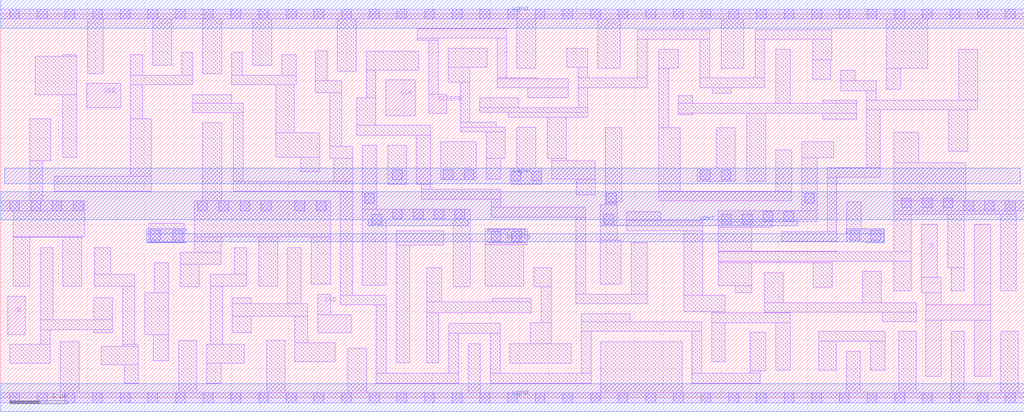
<source format=lef>
# 
# LEF OUT 
# User Name : iptguser 
# Date : Mon Feb  4 15:39:14 2013
# 
VERSION 5.5 ;
NAMESCASESENSITIVE ON ;
BUSBITCHARS "[]" ;
DIVIDERCHAR "/" ;

MACRO scs130ls_lpflow_decaphekapwr_2
  CLASS CORE ;
  SOURCE USER ;
  ORIGIN 0 0 ;
  SIZE 0.96 BY 3.33 ;
  SYMMETRY X Y R90 ;
  SITE unit ;
SITE unit ;

  PIN kapwr
    DIRECTION INOUT ;
    USE POWER ;
    SHAPE ABUTMENT ;
    PORT
      LAYER met1 ;
        RECT 0.07 2.675 0.89 2.945 ;
    END
  END kapwr

  PIN vgnd
    DIRECTION INOUT ;
    USE GROUND ;
    SHAPE ABUTMENT ;
    PORT
      LAYER met1 ;
        RECT 0 -0.245 0.96 0.245 ;
    END
  END vgnd

  PIN vpwr
    DIRECTION INOUT ;
    USE POWER ;
    SHAPE ABUTMENT ;
    PORT
      LAYER met1 ;
        RECT 0 3.085 0.96 3.575 ;
    END
  END vpwr


  OBS
    LAYER li1 ;
      RECT 0 3.245 0.96 3.415 ;
      RECT 0.085 0.085 0.47 1.675 ;
      RECT 0 -0.085 0.96 0.085 ;
      RECT 0.085 1.845 0.875 3.075 ;
    LAYER mcon ;
      RECT 0.155 3.245 0.325 3.415 ;
      RECT 0.575 2.725 0.745 2.895 ;
      RECT 0.215 2.725 0.385 2.895 ;
      RECT 0.635 -0.085 0.805 0.085 ;
      RECT 0.635 3.245 0.805 3.415 ;
      RECT 0.155 -0.085 0.325 0.085 ;
  END
END scs130ls_lpflow_decaphekapwr_2

MACRO scs130ls_lpflow_decaphekapwr_3
  CLASS CORE ;
  SOURCE USER ;
  ORIGIN 0 0 ;
  SIZE 1.44 BY 3.33 ;
  SYMMETRY X Y R90 ;
  SITE unit ;
SITE unit ;

  PIN vgnd
    DIRECTION INOUT ;
    USE GROUND ;
    SHAPE ABUTMENT ;
    PORT
      LAYER met1 ;
        RECT 0 -0.245 1.44 0.245 ;
    END
  END vgnd

  PIN kapwr
    DIRECTION INOUT ;
    USE POWER ;
    SHAPE ABUTMENT ;
    PORT
      LAYER met1 ;
        RECT 0.07 2.675 1.37 2.945 ;
    END
  END kapwr

  PIN vpwr
    DIRECTION INOUT ;
    USE POWER ;
    SHAPE ABUTMENT ;
    PORT
      LAYER met1 ;
        RECT 0 3.085 1.44 3.575 ;
    END
  END vpwr


  OBS
    LAYER li1 ;
      RECT 0 3.245 1.44 3.415 ;
      RECT 0.085 1.77 1.355 3.075 ;
      RECT 0.805 1.25 1.355 1.77 ;
      RECT 0.085 1.08 0.635 1.6 ;
      RECT 0.085 0.085 1.355 1.08 ;
      RECT 0 -0.085 1.44 0.085 ;
    LAYER mcon ;
      RECT 0.85 2.725 1.02 2.895 ;
      RECT 0.42 2.725 0.59 2.895 ;
      RECT 1.115 -0.085 1.285 0.085 ;
      RECT 1.115 3.245 1.285 3.415 ;
      RECT 0.635 3.245 0.805 3.415 ;
      RECT 0.635 -0.085 0.805 0.085 ;
      RECT 0.155 -0.085 0.325 0.085 ;
      RECT 0.155 3.245 0.325 3.415 ;
  END
END scs130ls_lpflow_decaphekapwr_3

MACRO scs130ls_lpflow_decaphekapwr_4
  CLASS CORE ;
  SOURCE USER ;
  ORIGIN 0 0 ;
  SIZE 1.92 BY 3.33 ;
  SYMMETRY X Y R90 ;
  SITE unit ;
SITE unit ;

  PIN vgnd
    DIRECTION INOUT ;
    USE GROUND ;
    SHAPE ABUTMENT ;
    PORT
      LAYER met1 ;
        RECT 0 -0.245 1.92 0.245 ;
    END
  END vgnd

  PIN vpwr
    DIRECTION INOUT ;
    USE POWER ;
    SHAPE ABUTMENT ;
    PORT
      LAYER met1 ;
        RECT 0 3.085 1.92 3.575 ;
    END
  END vpwr

  PIN kapwr
    DIRECTION INOUT ;
    USE POWER ;
    SHAPE ABUTMENT ;
    PORT
      LAYER met1 ;
        RECT 0.07 2.675 1.85 2.945 ;
    END
  END kapwr


  OBS
    LAYER li1 ;
      RECT 0 3.245 1.92 3.415 ;
      RECT 0.085 1.77 1.835 3.075 ;
      RECT 1.06 1.25 1.835 1.77 ;
      RECT 0.085 1.08 0.89 1.6 ;
      RECT 0.085 0.085 1.835 1.08 ;
      RECT 0 -0.085 1.92 0.085 ;
    LAYER mcon ;
      RECT 1.595 -0.085 1.765 0.085 ;
      RECT 1.595 3.245 1.765 3.415 ;
      RECT 1.115 -0.085 1.285 0.085 ;
      RECT 1.115 3.245 1.285 3.415 ;
      RECT 0.635 -0.085 0.805 0.085 ;
      RECT 0.635 3.245 0.805 3.415 ;
      RECT 0.155 -0.085 0.325 0.085 ;
      RECT 0.155 3.245 0.325 3.415 ;
      RECT 0.49 2.725 0.66 2.895 ;
      RECT 0.85 2.725 1.02 2.895 ;
      RECT 1.21 2.725 1.38 2.895 ;
  END
END scs130ls_lpflow_decaphekapwr_4

MACRO scs130ls_lpflow_decaphekapwr_6
  CLASS CORE ;
  SOURCE USER ;
  ORIGIN 0 0 ;
  SIZE 2.88 BY 3.33 ;
  SYMMETRY X Y R90 ;
  SITE unit ;
SITE unit ;

  PIN vpwr
    DIRECTION INOUT ;
    USE POWER ;
    SHAPE ABUTMENT ;
    PORT
      LAYER met1 ;
        RECT 0 3.085 2.88 3.575 ;
    END
  END vpwr

  PIN kapwr
    DIRECTION INOUT ;
    USE POWER ;
    SHAPE ABUTMENT ;
    PORT
      LAYER met1 ;
        RECT 0.07 2.675 2.81 2.945 ;
    END
  END kapwr

  PIN vgnd
    DIRECTION INOUT ;
    USE GROUND ;
    SHAPE ABUTMENT ;
    PORT
      LAYER met1 ;
        RECT 0 -0.245 2.88 0.245 ;
    END
  END vgnd


  OBS
    LAYER li1 ;
      RECT 0.085 1.77 2.795 3.075 ;
      RECT 1.365 1.25 2.795 1.77 ;
      RECT 0 3.245 2.88 3.415 ;
      RECT 0.085 1.08 1.195 1.6 ;
      RECT 0.085 0.085 2.795 1.08 ;
      RECT 0 -0.085 2.88 0.085 ;
    LAYER mcon ;
      RECT 1.595 3.245 1.765 3.415 ;
      RECT 1.115 -0.085 1.285 0.085 ;
      RECT 2.555 3.245 2.725 3.415 ;
      RECT 0.155 -0.085 0.325 0.085 ;
      RECT 0.155 3.245 0.325 3.415 ;
      RECT 2.075 -0.085 2.245 0.085 ;
      RECT 0.635 -0.085 0.805 0.085 ;
      RECT 1.115 3.245 1.285 3.415 ;
      RECT 1.895 2.725 2.065 2.895 ;
      RECT 0.635 3.245 0.805 3.415 ;
      RECT 1.595 -0.085 1.765 0.085 ;
      RECT 0.815 2.725 0.985 2.895 ;
      RECT 2.255 2.725 2.425 2.895 ;
      RECT 2.075 3.245 2.245 3.415 ;
      RECT 0.455 2.725 0.625 2.895 ;
      RECT 2.555 -0.085 2.725 0.085 ;
      RECT 1.535 2.725 1.705 2.895 ;
      RECT 1.175 2.725 1.345 2.895 ;
  END
END scs130ls_lpflow_decaphekapwr_6

MACRO scs130ls_lpflow_decaphekapwr_8
  CLASS CORE ;
  SOURCE USER ;
  ORIGIN 0 0 ;
  SIZE 3.84 BY 3.33 ;
  SYMMETRY X Y R90 ;
  SITE unit ;
SITE unit ;

  PIN kapwr
    DIRECTION INOUT ;
    USE POWER ;
    SHAPE ABUTMENT ;
    PORT
      LAYER met1 ;
        RECT 0.07 2.675 3.77 2.945 ;
    END
  END kapwr

  PIN vpwr
    DIRECTION INOUT ;
    USE POWER ;
    SHAPE ABUTMENT ;
    PORT
      LAYER met1 ;
        RECT 0 3.085 3.84 3.575 ;
    END
  END vpwr

  PIN vgnd
    DIRECTION INOUT ;
    USE GROUND ;
    SHAPE ABUTMENT ;
    PORT
      LAYER met1 ;
        RECT 0 -0.245 3.84 0.245 ;
    END
  END vgnd


  OBS
    LAYER li1 ;
      RECT 0.085 1.075 0.95 1.6 ;
      RECT 0.085 1.07 2.71 1.075 ;
      RECT 2 1.075 2.71 1.6 ;
      RECT 0.085 0.085 3.755 1.07 ;
      RECT 0 -0.085 3.84 0.085 ;
      RECT 0.085 1.77 3.755 3.075 ;
      RECT 1.12 1.25 1.83 1.77 ;
      RECT 2.88 1.25 3.755 1.77 ;
      RECT 0 3.245 3.84 3.415 ;
    LAYER mcon ;
      RECT 0.49 2.725 0.66 2.895 ;
      RECT 0.635 3.245 0.805 3.415 ;
      RECT 1.115 -0.085 1.285 0.085 ;
      RECT 3.515 -0.085 3.685 0.085 ;
      RECT 0.155 3.245 0.325 3.415 ;
      RECT 0.155 -0.085 0.325 0.085 ;
      RECT 3.035 3.245 3.205 3.415 ;
      RECT 3.515 3.245 3.685 3.415 ;
      RECT 2.075 -0.085 2.245 0.085 ;
      RECT 0.635 -0.085 0.805 0.085 ;
      RECT 1.21 2.725 1.38 2.895 ;
      RECT 1.595 -0.085 1.765 0.085 ;
      RECT 2.34 2.725 2.51 2.895 ;
      RECT 3.06 2.725 3.23 2.895 ;
      RECT 2.555 -0.085 2.725 0.085 ;
      RECT 2.7 2.725 2.87 2.895 ;
      RECT 1.62 2.725 1.79 2.895 ;
      RECT 3.035 -0.085 3.205 0.085 ;
      RECT 2.555 3.245 2.725 3.415 ;
      RECT 1.98 2.725 2.15 2.895 ;
      RECT 1.595 3.245 1.765 3.415 ;
      RECT 1.115 3.245 1.285 3.415 ;
      RECT 0.85 2.725 1.02 2.895 ;
      RECT 2.075 3.245 2.245 3.415 ;
  END
END scs130ls_lpflow_decaphekapwr_8

MACRO scs130ls_lpflow_inputiso0n_lp
  CLASS CORE ;
  SOURCE USER ;
  ORIGIN 0 0 ;
  SIZE 3.36 BY 3.33 ;
  SYMMETRY R90 ;
  SITE unit ;
SITE unit ;

  PIN A
    DIRECTION INPUT ;
    USE SIGNAL ;
    PORT
      LAYER li1 ;
        RECT 0.345 1.395 1.09 1.75 ;
    END
    ANTENNAGATEAREA 0.189 LAYER met1 ;
    ANTENNAGATEAREA 0.189 LAYER met2 ;
    ANTENNAGATEAREA 0.189 LAYER met3 ;
    ANTENNAGATEAREA 0.189 LAYER met4 ;
    ANTENNAGATEAREA 0.189 LAYER met5 ;
  END A

  PIN sleepb
    DIRECTION INPUT ;
    USE SIGNAL ;
    PORT
      LAYER li1 ;
        RECT 1.315 1.395 1.985 1.75 ;
    END
    ANTENNAGATEAREA 0.189 LAYER met1 ;
    ANTENNAGATEAREA 0.189 LAYER met2 ;
    ANTENNAGATEAREA 0.189 LAYER met3 ;
    ANTENNAGATEAREA 0.189 LAYER met4 ;
    ANTENNAGATEAREA 0.189 LAYER met5 ;
  END sleepb

  PIN X
    DIRECTION OUTPUT ;
    USE SIGNAL ;
    PORT
      LAYER li1 ;
        RECT 2.855 0.465 3.275 3.075 ;
    END
    ANTENNADIFFAREA 0.4081 LAYER met1 ;
    ANTENNADIFFAREA 0.4081 LAYER met2 ;
    ANTENNADIFFAREA 0.4081 LAYER met3 ;
    ANTENNADIFFAREA 0.4081 LAYER met4 ;
    ANTENNADIFFAREA 0.4081 LAYER met5 ;
  END X

  PIN vgnd
    DIRECTION INOUT ;
    USE GROUND ;
    SHAPE ABUTMENT ;
    PORT
      LAYER met1 ;
        RECT 0 -0.245 3.36 0.245 ;
    END
  END vgnd

  PIN vpwr
    DIRECTION INOUT ;
    USE POWER ;
    SHAPE ABUTMENT ;
    PORT
      LAYER met1 ;
        RECT 0 3.085 3.36 3.575 ;
    END
  END vpwr


  OBS
    LAYER li1 ;
      RECT 0 -0.085 3.36 0.085 ;
      RECT 1.44 0.085 2.335 0.84 ;
      RECT 1.08 2.125 1.41 2.82 ;
      RECT 1.08 1.955 2.685 2.125 ;
      RECT 2.275 1.225 2.685 1.955 ;
      RECT 0.65 1.055 2.685 1.225 ;
      RECT 0.65 0.51 0.98 1.055 ;
      RECT 0 3.245 3.36 3.415 ;
      RECT 0.29 2.345 0.62 3.245 ;
      RECT 1.99 2.295 2.675 3.245 ;
    LAYER mcon ;
      RECT 2.555 3.245 2.725 3.415 ;
      RECT 2.555 -0.085 2.725 0.085 ;
      RECT 3.035 3.245 3.205 3.415 ;
      RECT 3.035 -0.085 3.205 0.085 ;
      RECT 2.075 -0.085 2.245 0.085 ;
      RECT 2.075 3.245 2.245 3.415 ;
      RECT 1.595 -0.085 1.765 0.085 ;
      RECT 1.595 3.245 1.765 3.415 ;
      RECT 1.115 -0.085 1.285 0.085 ;
      RECT 1.115 3.245 1.285 3.415 ;
      RECT 0.635 -0.085 0.805 0.085 ;
      RECT 0.635 3.245 0.805 3.415 ;
      RECT 0.155 -0.085 0.325 0.085 ;
      RECT 0.155 3.245 0.325 3.415 ;
  END
END scs130ls_lpflow_inputiso0n_lp

MACRO scs130ls_lpflow_inputiso0n_lp2
  CLASS CORE ;
  SOURCE USER ;
  ORIGIN 0 0 ;
  SIZE 2.4 BY 3.33 ;
  SYMMETRY R90 ;
  SITE unit ;
SITE unit ;

  PIN X
    DIRECTION OUTPUT ;
    USE SIGNAL ;
    PORT
      LAYER li1 ;
        RECT 2.045 0.765 2.275 2.015 ;
        RECT 1.795 2.015 2.275 3.065 ;
        RECT 1.945 0.305 2.275 0.765 ;
    END
    ANTENNADIFFAREA 0.4047 LAYER met1 ;
    ANTENNADIFFAREA 0.4047 LAYER met2 ;
    ANTENNADIFFAREA 0.4047 LAYER met3 ;
    ANTENNADIFFAREA 0.4047 LAYER met4 ;
    ANTENNADIFFAREA 0.4047 LAYER met5 ;
  END X

  PIN A
    DIRECTION INPUT ;
    USE SIGNAL ;
    PORT
      LAYER li1 ;
        RECT 0.125 0.955 0.455 1.78 ;
    END
    ANTENNAGATEAREA 0.313 LAYER met1 ;
    ANTENNAGATEAREA 0.313 LAYER met2 ;
    ANTENNAGATEAREA 0.313 LAYER met3 ;
    ANTENNAGATEAREA 0.313 LAYER met4 ;
    ANTENNAGATEAREA 0.313 LAYER met5 ;
  END A

  PIN SLEEPB
    DIRECTION INPUT ;
    USE SIGNAL ;
    PORT
      LAYER li1 ;
        RECT 1 1.515 1.795 1.845 ;
        RECT 1 1.445 1.33 1.515 ;
    END
    ANTENNAGATEAREA 0.313 LAYER met1 ;
    ANTENNAGATEAREA 0.313 LAYER met2 ;
    ANTENNAGATEAREA 0.313 LAYER met3 ;
    ANTENNAGATEAREA 0.313 LAYER met4 ;
    ANTENNAGATEAREA 0.313 LAYER met5 ;
  END SLEEPB

  PIN vgnd
    DIRECTION INOUT ;
    USE GROUND ;
    SHAPE ABUTMENT ;
    PORT
      LAYER met1 ;
        RECT 0 -0.245 2.4 0.245 ;
    END
  END vgnd

  PIN vpwr
    DIRECTION INOUT ;
    USE POWER ;
    SHAPE ABUTMENT ;
    PORT
      LAYER met1 ;
        RECT 0 3.085 2.4 3.575 ;
    END
  END vpwr


  OBS
    LAYER li1 ;
      RECT 0.65 0.945 1.81 1.275 ;
      RECT 0.65 2.015 1.065 3.065 ;
      RECT 0.65 1.275 0.82 2.015 ;
      RECT 0.65 0.765 0.82 0.945 ;
      RECT 0.305 0.595 0.82 0.765 ;
      RECT 0.305 0.305 0.635 0.595 ;
      RECT 0 -0.085 2.4 0.085 ;
      RECT 1.085 0.085 1.455 0.765 ;
      RECT 0 3.245 2.4 3.415 ;
      RECT 0.14 2.015 0.47 3.245 ;
      RECT 1.265 2.015 1.595 3.245 ;
    LAYER mcon ;
      RECT 2.075 -0.085 2.245 0.085 ;
      RECT 1.595 -0.085 1.765 0.085 ;
      RECT 1.115 -0.085 1.285 0.085 ;
      RECT 0.635 -0.085 0.805 0.085 ;
      RECT 0.155 -0.085 0.325 0.085 ;
      RECT 2.075 3.245 2.245 3.415 ;
      RECT 1.595 3.245 1.765 3.415 ;
      RECT 0.155 3.245 0.325 3.415 ;
      RECT 1.115 3.245 1.285 3.415 ;
      RECT 0.635 3.245 0.805 3.415 ;
  END
END scs130ls_lpflow_inputiso0n_lp2

MACRO scs130ls_lpflow_inputiso0p_lp
  CLASS CORE ;
  SOURCE USER ;
  ORIGIN 0 0 ;
  SIZE 3.84 BY 3.33 ;
  SYMMETRY R90 ;
  SITE unit ;
SITE unit ;

  PIN A
    DIRECTION INPUT ;
    USE SIGNAL ;
    PORT
      LAYER li1 ;
        RECT 1.98 1.395 2.65 1.75 ;
    END
    ANTENNAGATEAREA 0.189 LAYER met1 ;
    ANTENNAGATEAREA 0.189 LAYER met2 ;
    ANTENNAGATEAREA 0.189 LAYER met3 ;
    ANTENNAGATEAREA 0.189 LAYER met4 ;
    ANTENNAGATEAREA 0.189 LAYER met5 ;
  END A

  PIN sleep
    DIRECTION INPUT ;
    USE SIGNAL ;
    PORT
      LAYER li1 ;
        RECT 0.545 1.16 0.92 1.895 ;
    END
    ANTENNAGATEAREA 0.252 LAYER met1 ;
    ANTENNAGATEAREA 0.252 LAYER met2 ;
    ANTENNAGATEAREA 0.252 LAYER met3 ;
    ANTENNAGATEAREA 0.252 LAYER met4 ;
    ANTENNAGATEAREA 0.252 LAYER met5 ;
  END sleep

  PIN X
    DIRECTION OUTPUT ;
    USE SIGNAL ;
    PORT
      LAYER li1 ;
        RECT 3.4 0.465 3.755 3.075 ;
    END
    ANTENNADIFFAREA 0.4081 LAYER met1 ;
    ANTENNADIFFAREA 0.4081 LAYER met2 ;
    ANTENNADIFFAREA 0.4081 LAYER met3 ;
    ANTENNADIFFAREA 0.4081 LAYER met4 ;
    ANTENNADIFFAREA 0.4081 LAYER met5 ;
  END X

  PIN vgnd
    DIRECTION INOUT ;
    USE GROUND ;
    SHAPE ABUTMENT ;
    PORT
      LAYER met1 ;
        RECT 0 -0.245 3.84 0.245 ;
    END
  END vgnd

  PIN vpwr
    DIRECTION INOUT ;
    USE POWER ;
    SHAPE ABUTMENT ;
    PORT
      LAYER met1 ;
        RECT 0 3.085 3.84 3.575 ;
    END
  END vpwr


  OBS
    LAYER li1 ;
      RECT 0.155 2.065 1.595 2.235 ;
      RECT 1.2 1.39 1.595 2.065 ;
      RECT 0.155 2.235 0.375 2.855 ;
      RECT 0.155 0.43 0.375 2.065 ;
      RECT 0 3.245 3.84 3.415 ;
      RECT 0.895 2.41 1.225 3.245 ;
      RECT 2.525 2.295 2.91 3.245 ;
      RECT 0 -0.085 3.84 0.085 ;
      RECT 0.895 0.085 1.575 0.84 ;
      RECT 2.55 0.085 2.885 0.835 ;
      RECT 1.765 1.955 3.23 2.125 ;
      RECT 2.82 1.225 3.23 1.955 ;
      RECT 2.095 1.005 3.23 1.225 ;
      RECT 2.095 0.43 2.305 1.005 ;
      RECT 1.765 2.125 1.975 2.855 ;
    LAYER mcon ;
      RECT 3.035 3.245 3.205 3.415 ;
      RECT 3.035 -0.085 3.205 0.085 ;
      RECT 3.515 3.245 3.685 3.415 ;
      RECT 3.515 -0.085 3.685 0.085 ;
      RECT 2.555 -0.085 2.725 0.085 ;
      RECT 2.555 3.245 2.725 3.415 ;
      RECT 2.075 -0.085 2.245 0.085 ;
      RECT 2.075 3.245 2.245 3.415 ;
      RECT 1.595 -0.085 1.765 0.085 ;
      RECT 1.595 3.245 1.765 3.415 ;
      RECT 1.115 -0.085 1.285 0.085 ;
      RECT 1.115 3.245 1.285 3.415 ;
      RECT 0.635 -0.085 0.805 0.085 ;
      RECT 0.635 3.245 0.805 3.415 ;
      RECT 0.155 -0.085 0.325 0.085 ;
      RECT 0.155 3.245 0.325 3.415 ;
  END
END scs130ls_lpflow_inputiso0p_lp

MACRO scs130ls_lpflow_inputiso0p_lp2
  CLASS CORE ;
  SOURCE USER ;
  ORIGIN 0 0 ;
  SIZE 3.84 BY 3.33 ;
  SYMMETRY R90 ;
  SITE unit ;
SITE unit ;

  PIN SLEEP
    DIRECTION INPUT ;
    USE SIGNAL ;
    PORT
      LAYER li1 ;
        RECT 0.545 1.01 0.92 1.78 ;
    END
    ANTENNAGATEAREA 0.376 LAYER met1 ;
    ANTENNAGATEAREA 0.376 LAYER met2 ;
    ANTENNAGATEAREA 0.376 LAYER met3 ;
    ANTENNAGATEAREA 0.376 LAYER met4 ;
    ANTENNAGATEAREA 0.376 LAYER met5 ;
  END SLEEP

  PIN X
    DIRECTION OUTPUT ;
    USE SIGNAL ;
    PORT
      LAYER li1 ;
        RECT 3.4 0.465 3.755 3.075 ;
    END
    ANTENNADIFFAREA 0.3763 LAYER met1 ;
    ANTENNADIFFAREA 0.3763 LAYER met2 ;
    ANTENNADIFFAREA 0.3763 LAYER met3 ;
    ANTENNADIFFAREA 0.3763 LAYER met4 ;
    ANTENNADIFFAREA 0.3763 LAYER met5 ;
  END X

  PIN A
    DIRECTION INPUT ;
    USE SIGNAL ;
    PORT
      LAYER li1 ;
        RECT 1.98 1.395 2.755 1.75 ;
    END
    ANTENNAGATEAREA 0.313 LAYER met1 ;
    ANTENNAGATEAREA 0.313 LAYER met2 ;
    ANTENNAGATEAREA 0.313 LAYER met3 ;
    ANTENNAGATEAREA 0.313 LAYER met4 ;
    ANTENNAGATEAREA 0.313 LAYER met5 ;
  END A

  PIN vgnd
    DIRECTION INOUT ;
    USE GROUND ;
    SHAPE ABUTMENT ;
    PORT
      LAYER met1 ;
        RECT 0 -0.245 3.84 0.245 ;
    END
  END vgnd

  PIN vpwr
    DIRECTION INOUT ;
    USE POWER ;
    SHAPE ABUTMENT ;
    PORT
      LAYER met1 ;
        RECT 0 3.085 3.84 3.575 ;
    END
  END vpwr


  OBS
    LAYER li1 ;
      RECT 0 3.245 3.84 3.415 ;
      RECT 2.235 2.295 3.145 3.245 ;
      RECT 0.635 2.29 1.485 3.245 ;
      RECT 0 -0.085 3.84 0.085 ;
      RECT 0.895 0.085 1.575 0.84 ;
      RECT 2.55 0.085 2.885 0.835 ;
      RECT 1.765 1.955 3.23 2.125 ;
      RECT 2.925 1.225 3.23 1.955 ;
      RECT 2.095 1.005 3.23 1.225 ;
      RECT 2.095 0.43 2.305 1.005 ;
      RECT 1.765 2.125 1.975 3.075 ;
      RECT 0.155 1.95 1.595 2.12 ;
      RECT 1.2 1.01 1.595 1.95 ;
      RECT 0.155 2.12 0.375 3.075 ;
      RECT 0.155 0.43 0.375 1.95 ;
    LAYER mcon ;
      RECT 3.035 3.245 3.205 3.415 ;
      RECT 3.035 -0.085 3.205 0.085 ;
      RECT 3.515 3.245 3.685 3.415 ;
      RECT 3.515 -0.085 3.685 0.085 ;
      RECT 2.555 -0.085 2.725 0.085 ;
      RECT 2.555 3.245 2.725 3.415 ;
      RECT 2.075 -0.085 2.245 0.085 ;
      RECT 2.075 3.245 2.245 3.415 ;
      RECT 1.595 -0.085 1.765 0.085 ;
      RECT 1.595 3.245 1.765 3.415 ;
      RECT 1.115 -0.085 1.285 0.085 ;
      RECT 1.115 3.245 1.285 3.415 ;
      RECT 0.635 -0.085 0.805 0.085 ;
      RECT 0.635 3.245 0.805 3.415 ;
      RECT 0.155 -0.085 0.325 0.085 ;
      RECT 0.155 3.245 0.325 3.415 ;
  END
END scs130ls_lpflow_inputiso0p_lp2

MACRO scs130ls_lpflow_inputiso1n_lp
  CLASS CORE ;
  SOURCE USER ;
  ORIGIN 0 0 ;
  SIZE 3.84 BY 3.33 ;
  SYMMETRY X Y ;
  SITE unit ;
SITE unit ;

  PIN A
    DIRECTION INPUT ;
    USE SIGNAL ;
    PORT
      LAYER li1 ;
        RECT 1.91 1.395 2.58 1.75 ;
    END
    ANTENNAGATEAREA 0.189 LAYER li1 ;
    ANTENNAPARTIALMETALSIDEAREA 0.137 LAYER li1 ;
  END A

  PIN sleepb
    DIRECTION INPUT ;
    USE SIGNAL ;
    PORT
      LAYER li1 ;
        RECT 0.54 1.16 1.16 1.99 ;
    END
    ANTENNAGATEAREA 0.252 LAYER li1 ;
    ANTENNAPARTIALMETALSIDEAREA 0.154 LAYER li1 ;
  END sleepb

  PIN X
    DIRECTION OUTPUT ;
    USE SIGNAL ;
    PORT
      LAYER li1 ;
        RECT 3.395 0.465 3.755 3.075 ;
    END
    ANTENNADIFFAREA 0.4081 ;
    ANTENNAPARTIALMETALSIDEAREA 0.254 LAYER li1 ;
  END X

  PIN vgnd
    DIRECTION INOUT ;
    USE GROUND ;
    SHAPE ABUTMENT ;
    PORT
      LAYER met1 ;
        RECT 0 -0.245 3.84 0.245 ;
    END
  END vgnd

  PIN vpwr
    DIRECTION INOUT ;
    USE POWER ;
    SHAPE ABUTMENT ;
    PORT
      LAYER met1 ;
        RECT 0 3.085 3.84 3.575 ;
    END
  END vpwr


  OBS
    LAYER li1 ;
      RECT 2.095 2.125 2.305 2.88 ;
      RECT 2.095 1.955 3.225 2.125 ;
      RECT 2.895 1.225 3.225 1.955 ;
      RECT 1.87 1.055 3.225 1.225 ;
      RECT 1.87 0.885 2.065 1.055 ;
      RECT 1.735 0.43 2.065 0.885 ;
      RECT 0.345 2.33 0.59 2.82 ;
      RECT 0.125 2.16 1.7 2.33 ;
      RECT 1.37 1.315 1.7 2.16 ;
      RECT 0.125 0.885 0.37 2.16 ;
      RECT 0.12 0.43 0.365 0.885 ;
      RECT 0 -0.085 3.84 0.085 ;
      RECT 0.885 0.085 1.215 0.885 ;
      RECT 2.525 0.085 2.855 0.885 ;
      RECT 0 3.245 3.84 3.415 ;
      RECT 1.19 2.5 1.52 3.245 ;
      RECT 2.525 2.295 2.91 3.245 ;
    LAYER mcon ;
      RECT 3.515 -0.085 3.685 0.085 ;
      RECT 3.515 3.245 3.685 3.415 ;
      RECT 3.035 -0.085 3.205 0.085 ;
      RECT 3.035 3.245 3.205 3.415 ;
      RECT 2.555 -0.085 2.725 0.085 ;
      RECT 2.555 3.245 2.725 3.415 ;
      RECT 2.075 -0.085 2.245 0.085 ;
      RECT 2.075 3.245 2.245 3.415 ;
      RECT 1.595 -0.085 1.765 0.085 ;
      RECT 1.595 3.245 1.765 3.415 ;
      RECT 1.115 -0.085 1.285 0.085 ;
      RECT 1.115 3.245 1.285 3.415 ;
      RECT 0.635 -0.085 0.805 0.085 ;
      RECT 0.635 3.245 0.805 3.415 ;
      RECT 0.155 -0.085 0.325 0.085 ;
      RECT 0.155 3.245 0.325 3.415 ;
  END
END scs130ls_lpflow_inputiso1n_lp

MACRO scs130ls_lpflow_inputiso1p_lp
  CLASS CORE ;
  SOURCE USER ;
  ORIGIN 0 0 ;
  SIZE 3.36 BY 3.33 ;
  SYMMETRY X Y ;
  SITE unit ;
SITE unit ;

  PIN sleep
    DIRECTION INPUT ;
    USE SIGNAL ;
    PORT
      LAYER li1 ;
        RECT 1.435 1.35 2.105 1.75 ;
    END
    ANTENNAGATEAREA 0.189 LAYER li1 ;
    ANTENNAPARTIALMETALSIDEAREA 0.146 LAYER li1 ;
  END sleep

  PIN X
    DIRECTION OUTPUT ;
    USE SIGNAL ;
    PORT
      LAYER li1 ;
        RECT 2.855 0.465 3.275 3.075 ;
    END
    ANTENNADIFFAREA 0.4081 ;
    ANTENNAPARTIALMETALSIDEAREA 0.266 LAYER li1 ;
  END X

  PIN A
    DIRECTION INPUT ;
    USE SIGNAL ;
    PORT
      LAYER li1 ;
        RECT 0.555 1.16 0.855 1.35 ;
        RECT 0.555 1.35 1.225 1.75 ;
    END
    ANTENNAGATEAREA 0.189 LAYER li1 ;
    ANTENNAPARTIALMETALSIDEAREA 0.116 LAYER li1 ;
  END A

  PIN vgnd
    DIRECTION INOUT ;
    USE GROUND ;
    SHAPE ABUTMENT ;
    PORT
      LAYER met1 ;
        RECT 0 -0.245 3.36 0.245 ;
    END
  END vgnd

  PIN vpwr
    DIRECTION INOUT ;
    USE POWER ;
    SHAPE ABUTMENT ;
    PORT
      LAYER met1 ;
        RECT 0 3.085 3.36 3.575 ;
    END
  END vpwr


  OBS
    LAYER li1 ;
      RECT 0 3.245 3.36 3.415 ;
      RECT 1.56 2.295 2.365 3.245 ;
      RECT 0.77 1.955 2.685 2.125 ;
      RECT 2.35 1.18 2.685 1.955 ;
      RECT 1.28 1.01 2.685 1.18 ;
      RECT 1.28 0.44 1.49 1.01 ;
      RECT 0.77 2.125 1.1 2.82 ;
      RECT 0 -0.085 3.36 0.085 ;
      RECT 0.46 0.085 0.76 0.84 ;
      RECT 2.01 0.085 2.34 0.84 ;
    LAYER mcon ;
      RECT 2.555 3.245 2.725 3.415 ;
      RECT 2.555 -0.085 2.725 0.085 ;
      RECT 3.035 3.245 3.205 3.415 ;
      RECT 3.035 -0.085 3.205 0.085 ;
      RECT 2.075 -0.085 2.245 0.085 ;
      RECT 2.075 3.245 2.245 3.415 ;
      RECT 1.595 -0.085 1.765 0.085 ;
      RECT 1.595 3.245 1.765 3.415 ;
      RECT 1.115 -0.085 1.285 0.085 ;
      RECT 1.115 3.245 1.285 3.415 ;
      RECT 0.635 -0.085 0.805 0.085 ;
      RECT 0.635 3.245 0.805 3.415 ;
      RECT 0.155 -0.085 0.325 0.085 ;
      RECT 0.155 3.245 0.325 3.415 ;
  END
END scs130ls_lpflow_inputiso1p_lp

MACRO scs130ls_lpflow_inputisolatch_lp
  CLASS CORE ;
  SOURCE USER ;
  ORIGIN 0 0 ;
  SIZE 7.2 BY 3.33 ;
  SYMMETRY X Y ;
  SITE unit ;
SITE unit ;

  PIN SLEEPB
    DIRECTION INPUT ;
    USE CLOCK ;
    PORT
      LAYER li1 ;
        RECT 4.585 1.455 5.255 1.785 ;
    END
    ANTENNAGATEAREA 0.222 LAYER li1 ;
    ANTENNAPARTIALMETALSIDEAREA 0.132 LAYER li1 ;
  END SLEEPB

  PIN Q
    DIRECTION OUTPUT ;
    USE SIGNAL ;
    PORT
      LAYER li1 ;
        RECT 6.755 0.44 7.085 2.955 ;
    END
    ANTENNADIFFAREA 0.4047 ;
    ANTENNAPARTIALMETALSIDEAREA 0.229 LAYER li1 ;
  END Q

  PIN D
    DIRECTION INPUT ;
    USE SIGNAL ;
    PORT
      LAYER li1 ;
        RECT 0.465 1.185 1.27 1.78 ;
        RECT 0.465 1.78 0.825 2.755 ;
    END
    ANTENNAGATEAREA 0.126 LAYER li1 ;
    ANTENNAPARTIALMETALSIDEAREA 0.339 LAYER li1 ;
  END D

  PIN vgnd
    DIRECTION INOUT ;
    USE GROUND ;
    SHAPE ABUTMENT ;
    PORT
      LAYER met1 ;
        RECT 0 -0.245 7.2 0.245 ;
    END
  END vgnd

  PIN vpwr
    DIRECTION INOUT ;
    USE POWER ;
    SHAPE ABUTMENT ;
    PORT
      LAYER met1 ;
        RECT 0 3.085 7.2 3.575 ;
    END
  END vpwr


  OBS
    LAYER li1 ;
      RECT 5.445 0.43 5.875 0.745 ;
      RECT 4.045 1.955 6.025 2.125 ;
      RECT 5.695 2.125 6.025 2.955 ;
      RECT 5.695 1.915 6.025 1.955 ;
      RECT 5.705 0.745 5.875 1.915 ;
      RECT 4.045 1.505 4.375 1.955 ;
      RECT 3.705 2.295 4.985 2.465 ;
      RECT 4.045 2.465 4.985 2.975 ;
      RECT 2.24 1.335 2.49 1.455 ;
      RECT 2.24 1.165 4.035 1.335 ;
      RECT 2.24 1.125 2.49 1.165 ;
      RECT 3.865 0.845 4.035 1.165 ;
      RECT 3.705 1.335 3.875 2.295 ;
      RECT 3.865 0.595 4.195 0.845 ;
      RECT 1.445 2.805 2.41 2.975 ;
      RECT 1.445 1.795 1.615 2.805 ;
      RECT 2.24 1.795 2.41 2.805 ;
      RECT 1.445 1.125 1.73 1.795 ;
      RECT 2.24 1.625 3.535 1.795 ;
      RECT 1.445 1.015 1.615 1.125 ;
      RECT 3.285 1.795 3.535 3 ;
      RECT 0.16 0.845 1.615 1.015 ;
      RECT 0.16 0.375 0.41 0.845 ;
      RECT 4.365 0.845 5.115 0.915 ;
      RECT 4.365 0.915 5.535 1.015 ;
      RECT 4.945 1.015 5.535 1.245 ;
      RECT 1.795 1.965 2.07 2.635 ;
      RECT 1.9 0.955 2.07 1.965 ;
      RECT 1.785 0.825 3.695 0.955 ;
      RECT 2.63 0.955 3.695 0.995 ;
      RECT 1.785 0.785 2.8 0.825 ;
      RECT 3.525 0.425 3.695 0.825 ;
      RECT 1.785 0.325 2.285 0.785 ;
      RECT 3.525 0.255 4.535 0.425 ;
      RECT 4.365 0.425 4.535 0.845 ;
      RECT 0 -0.085 7.2 0.085 ;
      RECT 0.59 0.085 0.92 0.675 ;
      RECT 3.105 0.085 3.355 0.655 ;
      RECT 4.705 0.085 4.985 0.675 ;
      RECT 6.045 0.085 6.295 1.26 ;
      RECT 0 3.245 7.2 3.415 ;
      RECT 0.995 2.54 1.265 3.245 ;
      RECT 5.155 2.295 5.485 3.245 ;
      RECT 2.755 1.965 3.085 3.245 ;
      RECT 6.225 1.915 6.555 3.245 ;
    LAYER mcon ;
      RECT 6.395 3.245 6.565 3.415 ;
      RECT 5.915 3.245 6.085 3.415 ;
      RECT 5.435 3.245 5.605 3.415 ;
      RECT 4.955 3.245 5.125 3.415 ;
      RECT 4.475 3.245 4.645 3.415 ;
      RECT 3.995 3.245 4.165 3.415 ;
      RECT 3.515 3.245 3.685 3.415 ;
      RECT 3.035 3.245 3.205 3.415 ;
      RECT 2.555 3.245 2.725 3.415 ;
      RECT 2.075 3.245 2.245 3.415 ;
      RECT 1.595 3.245 1.765 3.415 ;
      RECT 1.115 3.245 1.285 3.415 ;
      RECT 0.635 3.245 0.805 3.415 ;
      RECT 0.155 3.245 0.325 3.415 ;
      RECT 6.875 -0.085 7.045 0.085 ;
      RECT 6.395 -0.085 6.565 0.085 ;
      RECT 5.915 -0.085 6.085 0.085 ;
      RECT 5.435 -0.085 5.605 0.085 ;
      RECT 4.955 -0.085 5.125 0.085 ;
      RECT 4.475 -0.085 4.645 0.085 ;
      RECT 3.995 -0.085 4.165 0.085 ;
      RECT 3.515 -0.085 3.685 0.085 ;
      RECT 3.035 -0.085 3.205 0.085 ;
      RECT 2.555 -0.085 2.725 0.085 ;
      RECT 2.075 -0.085 2.245 0.085 ;
      RECT 1.595 -0.085 1.765 0.085 ;
      RECT 1.115 -0.085 1.285 0.085 ;
      RECT 0.635 -0.085 0.805 0.085 ;
      RECT 0.155 -0.085 0.325 0.085 ;
      RECT 6.875 3.245 7.045 3.415 ;
  END
END scs130ls_lpflow_inputisolatch_lp

MACRO scs130ls_lpflow_lsbuf_hl_4
  CLASS CORE ;
  SOURCE USER ;
  ORIGIN 0 0 ;
  SIZE 3.36 BY 3.33 ;
  SYMMETRY X Y ;
  SITE unit ;
SITE unit ;

  PIN X
    DIRECTION OUTPUT ;
    USE SIGNAL ;
    PORT
      LAYER li1 ;
        RECT 2.515 0.35 2.765 1.35 ;
        RECT 1.755 1.35 2.765 1.6 ;
        RECT 2.515 1.6 2.765 2.98 ;
        RECT 1.755 1.6 1.925 1.82 ;
        RECT 1.755 1.13 1.925 1.35 ;
        RECT 1.595 1.82 1.925 2.98 ;
        RECT 1.685 0.35 1.925 1.13 ;
    END
    ANTENNADIFFAREA 1.0864 ;
    ANTENNAPARTIALMETALSIDEAREA 1.114 LAYER li1 ;
  END X

  PIN A
    DIRECTION INPUT ;
    USE SIGNAL ;
    PORT
      LAYER li1 ;
        RECT 0.105 1.45 0.905 1.78 ;
    END
    ANTENNAGATEAREA 0.363 LAYER li1 ;
    ANTENNAPARTIALMETALSIDEAREA 0.09 LAYER li1 ;
  END A

  PIN vgnd
    DIRECTION INOUT ;
    USE GROUND ;
    SHAPE ABUTMENT ;
    PORT
      LAYER met1 ;
        RECT 0 -0.245 3.36 0.245 ;
    END
  END vgnd

  PIN vpwr
    DIRECTION INOUT ;
    USE POWER ;
    SHAPE ABUTMENT ;
    PORT
      LAYER met1 ;
        RECT 0 3.085 3.36 3.575 ;
    END
  END vpwr

  PIN lowlvpwr
    DIRECTION INOUT ;
    USE POWER ;
    SHAPE ABUTMENT ;
    PORT
      LAYER met1 ;
        RECT 0.07 2.675 3.29 2.945 ;
    END
  END lowlvpwr


  OBS
    LAYER li1 ;
      RECT 0 -0.085 3.36 0.085 ;
      RECT 2.935 0.085 3.205 1.13 ;
      RECT 0.76 0.085 1.515 0.94 ;
      RECT 2.095 0.085 2.345 1.13 ;
      RECT 0.12 2.1 0.4 2.98 ;
      RECT 2.935 1.82 3.255 2.98 ;
      RECT 2.095 1.82 2.345 2.98 ;
      RECT 1.095 2.29 1.425 2.98 ;
      RECT 0.57 2.12 0.875 2.98 ;
      RECT 0.57 1.95 1.245 2.12 ;
      RECT 1.075 1.63 1.245 1.95 ;
      RECT 1.075 1.3 1.585 1.63 ;
      RECT 1.075 1.28 1.245 1.3 ;
      RECT 0.33 1.11 1.245 1.28 ;
      RECT 0.33 0.35 0.59 1.11 ;
      RECT 0 3.245 3.36 3.415 ;
    LAYER mcon ;
      RECT 0.175 2.73 0.345 2.9 ;
      RECT 3.005 2.73 3.175 2.9 ;
      RECT 3.035 3.245 3.205 3.415 ;
      RECT 2.555 3.245 2.725 3.415 ;
      RECT 2.555 -0.085 2.725 0.085 ;
      RECT 3.035 -0.085 3.205 0.085 ;
      RECT 2.135 2.73 2.305 2.9 ;
      RECT 1.175 2.73 1.345 2.9 ;
      RECT 1.595 -0.085 1.765 0.085 ;
      RECT 1.115 -0.085 1.285 0.085 ;
      RECT 0.635 -0.085 0.805 0.085 ;
      RECT 0.155 -0.085 0.325 0.085 ;
      RECT 1.595 3.245 1.765 3.415 ;
      RECT 1.115 3.245 1.285 3.415 ;
      RECT 0.635 3.245 0.805 3.415 ;
      RECT 0.155 3.245 0.325 3.415 ;
      RECT 2.075 3.245 2.245 3.415 ;
      RECT 2.075 -0.085 2.245 0.085 ;
  END
END scs130ls_lpflow_lsbuf_hl_4

MACRO scs130ls_lpflow_lsbuf_hl_2
  CLASS CORE ;
  SOURCE USER ;
  ORIGIN 0 0 ;
  SIZE 2.4 BY 3.33 ;
  SYMMETRY X Y ;
  SITE unit ;
SITE unit ;

  PIN X
    DIRECTION OUTPUT ;
    USE SIGNAL ;
    PORT
      LAYER li1 ;
        RECT 1.47 1.82 1.8 2.98 ;
        RECT 1.63 1.13 1.8 1.82 ;
        RECT 1.475 0.35 1.8 1.13 ;
    END
    ANTENNADIFFAREA 0.5432 ;
    ANTENNAPARTIALMETALSIDEAREA 0.419 LAYER li1 ;
  END X

  PIN A
    DIRECTION INPUT ;
    USE SIGNAL ;
    PORT
      LAYER li1 ;
        RECT 0.125 1.45 0.91 1.78 ;
    END
    ANTENNAGATEAREA 0.2085 LAYER li1 ;
    ANTENNAPARTIALMETALSIDEAREA 0.087 LAYER li1 ;
  END A

  PIN vgnd
    DIRECTION INOUT ;
    USE GROUND ;
    SHAPE ABUTMENT ;
    PORT
      LAYER met1 ;
        RECT 0 -0.245 2.4 0.245 ;
    END
  END vgnd

  PIN vpwr
    DIRECTION INOUT ;
    USE POWER ;
    SHAPE ABUTMENT ;
    PORT
      LAYER met1 ;
        RECT 0 3.085 2.4 3.575 ;
    END
  END vpwr

  PIN lowlvpwr
    DIRECTION INOUT ;
    USE POWER ;
    SHAPE ABUTMENT ;
    PORT
      LAYER met1 ;
        RECT 0.07 2.675 2.33 2.945 ;
    END
  END lowlvpwr


  OBS
    LAYER li1 ;
      RECT 1.97 1.82 2.25 2.98 ;
      RECT 0.97 2.29 1.3 2.98 ;
      RECT 0.47 2.12 0.8 2.98 ;
      RECT 0.47 1.95 1.3 2.12 ;
      RECT 1.13 1.63 1.3 1.95 ;
      RECT 1.13 1.3 1.46 1.63 ;
      RECT 1.13 1.28 1.3 1.3 ;
      RECT 0.115 1.11 1.3 1.28 ;
      RECT 0.115 0.8 0.795 1.11 ;
      RECT 0 -0.085 2.4 0.085 ;
      RECT 1.97 0.085 2.235 1.13 ;
      RECT 0.975 0.085 1.305 0.94 ;
      RECT 0 3.245 2.4 3.415 ;
    LAYER mcon ;
      RECT 2 2.73 2.17 2.9 ;
      RECT 1.05 2.73 1.22 2.9 ;
      RECT 1.595 -0.085 1.765 0.085 ;
      RECT 1.115 -0.085 1.285 0.085 ;
      RECT 0.635 -0.085 0.805 0.085 ;
      RECT 0.155 -0.085 0.325 0.085 ;
      RECT 1.595 3.245 1.765 3.415 ;
      RECT 1.115 3.245 1.285 3.415 ;
      RECT 0.635 3.245 0.805 3.415 ;
      RECT 0.155 3.245 0.325 3.415 ;
      RECT 2.075 3.245 2.245 3.415 ;
      RECT 2.075 -0.085 2.245 0.085 ;
  END
END scs130ls_lpflow_lsbuf_hl_2

MACRO scs130ls_lpflow_lsbuf_hl_1
  CLASS CORE ;
  SOURCE USER ;
  ORIGIN 0 0 ;
  SIZE 1.92 BY 3.33 ;
  SYMMETRY X Y ;
  SITE unit ;
SITE unit ;

  PIN X
    DIRECTION OUTPUT ;
    USE SIGNAL ;
    PORT
      LAYER li1 ;
        RECT 1.47 1.82 1.83 2.98 ;
        RECT 1.66 1.13 1.83 1.82 ;
        RECT 1.475 0.35 1.83 1.13 ;
    END
    ANTENNADIFFAREA 0.5413 ;
    ANTENNAPARTIALMETALSIDEAREA 0.431 LAYER li1 ;
  END X

  PIN A
    DIRECTION INPUT ;
    USE SIGNAL ;
    PORT
      LAYER li1 ;
        RECT 0.125 1.45 0.91 1.78 ;
    END
    ANTENNAGATEAREA 0.2085 LAYER li1 ;
    ANTENNAPARTIALMETALSIDEAREA 0.087 LAYER li1 ;
  END A

  PIN vgnd
    DIRECTION INOUT ;
    USE GROUND ;
    SHAPE ABUTMENT ;
    PORT
      LAYER met1 ;
        RECT 0 -0.245 1.92 0.245 ;
    END
  END vgnd

  PIN vpwr
    DIRECTION INOUT ;
    USE POWER ;
    SHAPE ABUTMENT ;
    PORT
      LAYER met1 ;
        RECT 0 3.085 1.92 3.575 ;
    END
  END vpwr

  PIN lowlvpwr
    DIRECTION INOUT ;
    USE POWER ;
    SHAPE ABUTMENT ;
    PORT
      LAYER met1 ;
        RECT 0.07 2.675 1.85 2.945 ;
    END
  END lowlvpwr


  OBS
    LAYER li1 ;
      RECT 0.97 2.29 1.3 2.98 ;
      RECT 1.13 1.3 1.49 1.63 ;
      RECT 0.47 2.12 0.8 2.98 ;
      RECT 0.47 1.95 1.3 2.12 ;
      RECT 1.13 1.63 1.3 1.95 ;
      RECT 1.13 1.28 1.3 1.3 ;
      RECT 0.115 1.11 1.3 1.28 ;
      RECT 0.115 0.8 0.795 1.11 ;
      RECT 0 -0.085 1.92 0.085 ;
      RECT 0.975 0.085 1.305 0.94 ;
      RECT 0 3.245 1.92 3.415 ;
    LAYER mcon ;
      RECT 1.05 2.73 1.22 2.9 ;
      RECT 1.595 -0.085 1.765 0.085 ;
      RECT 1.115 -0.085 1.285 0.085 ;
      RECT 0.635 -0.085 0.805 0.085 ;
      RECT 0.155 -0.085 0.325 0.085 ;
      RECT 1.595 3.245 1.765 3.415 ;
      RECT 1.115 3.245 1.285 3.415 ;
      RECT 0.635 3.245 0.805 3.415 ;
      RECT 0.155 3.245 0.325 3.415 ;
  END
END scs130ls_lpflow_lsbuf_hl_1

MACRO scs130ls_lpflow_lsbuf_lh_isowell_tap_4
  CLASS CORE ;
  SOURCE USER ;
  ORIGIN 0 0 ;
  SIZE 7.2 BY 6.66 ;
  SYMMETRY X Y ;
  SITE unit ;
SITE unit ;

  PIN X
    DIRECTION OUTPUT ;
    USE SIGNAL ;
    PORT
      LAYER li1 ;
        RECT 6.365 1.59 6.595 2.98 ;
        RECT 5.465 1.36 6.595 1.59 ;
        RECT 5.465 1.59 5.695 2.98 ;
        RECT 5.465 0.35 5.695 1.36 ;
        RECT 6.365 0.35 6.595 1.36 ;
    END
    ANTENNADIFFAREA 1.0864 ;
    ANTENNAPARTIALMETALSIDEAREA 1.096 LAYER li1 ;
  END X

  PIN A
    DIRECTION INPUT ;
    USE SIGNAL ;
    PORT
      LAYER li1 ;
        RECT 2.97 1.83 3.29 2.15 ;
        RECT 2.97 1.56 3.63 1.83 ;
        RECT 2.97 1.5 3.445 1.56 ;
    END
    ANTENNAGATEAREA 0.675 LAYER li1 ;
    ANTENNAPARTIALMETALSIDEAREA 0.126 LAYER li1 ;
  END A


  PIN vpwr
    DIRECTION INOUT ;
    USE POWER ;
    SHAPE ABUTMENT ;
    PORT
      LAYER met1 ;
        RECT 0 3.085 7.2 3.575 ;
    END
  END vpwr

  PIN lowlvpwr
    DIRECTION INOUT ;
    USE POWER ;
    SHAPE ABUTMENT ;
    PORT
      LAYER met1 ;
        RECT 0.07 2.675 7.13 2.945 ;
    END
  END lowlvpwr

  PIN vgnd
    DIRECTION INOUT ;
    USE GROUND ;
    SHAPE ABUTMENT ;
    PORT
      LAYER met1 ;
        RECT 0 -0.245 7.2 0.245 ;
    END
    PORT
      LAYER met1 ;
        RECT 0 6.415 7.2 6.905 ;
    END
  END vgnd
  OBS
    LAYER li1 ;
      RECT 6.895 5.59 7.065 6.575 ;
      RECT 0 6.575 7.2 6.745 ;
      RECT 4.365 5.53 5.035 6.575 ;
      RECT 3.505 5.53 3.835 6.575 ;
      RECT 2.645 5.53 2.975 6.575 ;
      RECT 0.135 5.59 0.305 6.575 ;
      RECT 0 -0.085 7.2 0.085 ;
      RECT 6.765 0.085 7.075 1.13 ;
      RECT 0.135 0.085 0.305 1.07 ;
      RECT 3.115 0.085 3.445 1.13 ;
      RECT 3.975 0.085 4.305 1.05 ;
      RECT 4.91 0.085 5.24 1.13 ;
      RECT 2.02 0.085 2.35 1.13 ;
      RECT 5.865 0.085 6.195 1.13 ;
      RECT 6.87 3.65 7.1 4.4 ;
      RECT 0.1 3.65 0.33 4.4 ;
      RECT 6.765 1.82 7.095 3.245 ;
      RECT 4.89 3.245 7.2 3.415 ;
      RECT 4.89 1.82 5.235 3.245 ;
      RECT 4.89 3.415 5.12 4.84 ;
      RECT 5.865 1.82 6.195 3.245 ;
      RECT 3.615 1.22 4.665 1.39 ;
      RECT 3.615 0.35 3.805 1.22 ;
      RECT 4.475 0.35 4.665 1.22 ;
      RECT 3.68 3.185 3.85 4.235 ;
      RECT 3.68 3.015 4.19 3.185 ;
      RECT 4.02 1.39 4.19 3.015 ;
      RECT 4.39 4.405 4.72 4.84 ;
      RECT 3.68 4.235 4.72 4.405 ;
      RECT 4.39 3.695 4.72 4.235 ;
      RECT 3.145 5.19 5.19 5.36 ;
      RECT 4.6 5.01 5.19 5.19 ;
      RECT 4.005 5.36 4.195 6.31 ;
      RECT 3.145 5.36 3.335 6.31 ;
      RECT 5.205 5.53 5.55 6.31 ;
      RECT 5.36 3.915 5.55 5.53 ;
      RECT 5.36 3.585 6.41 3.915 ;
      RECT 3.06 4.77 3.73 5.02 ;
      RECT 3.06 2.98 3.3 4.77 ;
      RECT 2.56 2.74 3.3 2.98 ;
      RECT 2.56 0.735 2.8 2.74 ;
      RECT 0 3.245 1.89 3.415 ;
      RECT 4.02 3.525 4.19 4.065 ;
      RECT 4.02 3.355 4.64 3.525 ;
      RECT 4.47 1.82 4.64 3.355 ;
      RECT 2.06 3.27 2.81 3.94 ;
      RECT 2.06 2.945 2.39 3.27 ;
      RECT 1.38 2.675 2.39 2.945 ;
      RECT 2.06 1.9 2.39 2.675 ;
    LAYER mcon ;
      RECT 1.115 -0.085 1.285 0.085 ;
      RECT 1.115 3.245 1.285 3.415 ;
      RECT 0.635 -0.085 0.805 0.085 ;
      RECT 0.635 3.245 0.805 3.415 ;
      RECT 0.155 -0.085 0.325 0.085 ;
      RECT 2.14 2.715 2.31 2.885 ;
      RECT 0.155 3.245 0.325 3.415 ;
      RECT 5.435 3.245 5.605 3.415 ;
      RECT 4.955 -0.085 5.125 0.085 ;
      RECT 4.475 -0.085 4.645 0.085 ;
      RECT 6.9 4.17 7.07 4.34 ;
      RECT 0.13 4.17 0.3 4.34 ;
      RECT 6.875 3.245 7.045 3.415 ;
      RECT 4.955 3.245 5.125 3.415 ;
      RECT 6.395 3.245 6.565 3.415 ;
      RECT 6.395 6.575 6.565 6.745 ;
      RECT 6.875 6.575 7.045 6.745 ;
      RECT 6.395 -0.085 6.565 0.085 ;
      RECT 6.875 -0.085 7.045 0.085 ;
      RECT 5.915 3.245 6.085 3.415 ;
      RECT 5.435 -0.085 5.605 0.085 ;
      RECT 5.915 -0.085 6.085 0.085 ;
      RECT 0.155 6.575 0.325 6.745 ;
      RECT 0.635 6.575 0.805 6.745 ;
      RECT 1.115 6.575 1.285 6.745 ;
      RECT 1.595 6.575 1.765 6.745 ;
      RECT 1.42 2.725 1.59 2.895 ;
      RECT 1.78 2.725 1.95 2.895 ;
      RECT 2.075 6.575 2.245 6.745 ;
      RECT 2.555 6.575 2.725 6.745 ;
      RECT 3.035 6.575 3.205 6.745 ;
      RECT 3.515 6.575 3.685 6.745 ;
      RECT 3.995 6.575 4.165 6.745 ;
      RECT 4.475 6.575 4.645 6.745 ;
      RECT 4.955 6.575 5.125 6.745 ;
      RECT 5.435 6.575 5.605 6.745 ;
      RECT 5.915 6.575 6.085 6.745 ;
      RECT 3.995 -0.085 4.165 0.085 ;
      RECT 3.515 -0.085 3.685 0.085 ;
      RECT 3.035 -0.085 3.205 0.085 ;
      RECT 2.555 -0.085 2.725 0.085 ;
      RECT 2.075 -0.085 2.245 0.085 ;
      RECT 1.595 -0.085 1.765 0.085 ;
      RECT 1.595 3.245 1.765 3.415 ;
  END
END scs130ls_lpflow_lsbuf_lh_isowell_tap_4

MACRO scs130ls_lpflow_lsbuf_lh_isowell_tap_2
  CLASS CORE ;
  SOURCE USER ;
  ORIGIN 0 0 ;
  SIZE 6.24 BY 6.66 ;
  SYMMETRY X Y ;
  SITE unit ;
SITE unit ;

  PIN X
    DIRECTION OUTPUT ;
    USE SIGNAL ;
    PORT
      LAYER li1 ;
        RECT 5.355 1.3 5.685 2.98 ;
        RECT 5.355 0.35 5.59 1.3 ;
    END
    ANTENNADIFFAREA 0.5432 ;
    ANTENNAPARTIALMETALSIDEAREA 0.456 LAYER li1 ;
  END X

  PIN A
    DIRECTION INPUT ;
    USE SIGNAL ;
    PORT
      LAYER li1 ;
        RECT 2.97 1.83 3.29 2.15 ;
        RECT 2.97 1.56 3.63 1.83 ;
        RECT 2.97 1.5 3.445 1.56 ;
    END
    ANTENNAGATEAREA 0.675 LAYER li1 ;
    ANTENNAPARTIALMETALSIDEAREA 0.126 LAYER li1 ;
  END A


  PIN vpwr
    DIRECTION INOUT ;
    USE POWER ;
    SHAPE ABUTMENT ;
    PORT
      LAYER met1 ;
        RECT 0 3.085 6.24 3.575 ;
    END
  END vpwr

  PIN lowlvpwr
    DIRECTION INOUT ;
    USE POWER ;
    SHAPE ABUTMENT ;
    PORT
      LAYER met1 ;
        RECT 0.07 2.675 6.17 2.945 ;
    END
  END lowlvpwr

  PIN vgnd
    DIRECTION INOUT ;
    USE GROUND ;
    SHAPE ABUTMENT ;
    PORT
      LAYER met1 ;
        RECT 0 -0.245 6.24 0.245 ;
    END
    PORT
      LAYER met1 ;
        RECT 0 6.415 6.24 6.905 ;
    END
  END vgnd
  OBS
    LAYER li1 ;
      RECT 3.06 4.77 3.73 5.02 ;
      RECT 3.06 2.98 3.3 4.77 ;
      RECT 2.56 2.74 3.3 2.98 ;
      RECT 2.56 0.735 2.8 2.74 ;
      RECT 0 3.245 1.89 3.415 ;
      RECT 4.005 5.36 4.195 6.31 ;
      RECT 3.145 5.19 5.19 5.36 ;
      RECT 3.145 5.36 3.335 6.31 ;
      RECT 4.6 5.01 5.19 5.19 ;
      RECT 4.365 5.53 5.035 6.575 ;
      RECT 0 6.575 6.24 6.745 ;
      RECT 3.505 5.53 3.835 6.575 ;
      RECT 0.135 5.59 0.305 6.575 ;
      RECT 2.645 5.53 2.975 6.575 ;
      RECT 5.935 5.88 6.105 6.575 ;
      RECT 4.02 3.525 4.19 4.065 ;
      RECT 4.02 3.355 4.64 3.525 ;
      RECT 4.47 1.82 4.64 3.355 ;
      RECT 2.06 3.27 2.81 3.94 ;
      RECT 2.06 2.945 2.39 3.27 ;
      RECT 1.38 2.675 2.39 2.945 ;
      RECT 2.06 1.9 2.39 2.675 ;
      RECT 4.89 3.245 6.24 3.415 ;
      RECT 5.855 1.82 6.085 3.245 ;
      RECT 4.89 3.415 5.12 4.84 ;
      RECT 4.89 1.82 5.12 3.245 ;
      RECT 0 -0.085 6.24 0.085 ;
      RECT 5.76 0.085 6.09 1.13 ;
      RECT 3.115 0.085 3.445 1.13 ;
      RECT 3.975 0.085 4.305 1.05 ;
      RECT 4.835 0.085 5.165 1.13 ;
      RECT 2.02 0.085 2.35 1.13 ;
      RECT 0.135 0.085 0.305 1.07 ;
      RECT 3.68 3.185 3.85 4.235 ;
      RECT 3.615 1.22 4.665 1.39 ;
      RECT 3.615 0.35 3.805 1.22 ;
      RECT 4.475 0.35 4.665 1.22 ;
      RECT 4.39 4.405 4.72 4.84 ;
      RECT 3.68 4.235 4.72 4.405 ;
      RECT 4.39 3.695 4.72 4.235 ;
      RECT 4.02 1.39 4.19 3.015 ;
      RECT 3.68 3.015 4.19 3.185 ;
      RECT 0.1 3.65 0.33 4.4 ;
      RECT 5.91 3.65 6.14 4.4 ;
      RECT 5.205 5.72 5.55 6.31 ;
      RECT 5.205 5.53 5.865 5.72 ;
      RECT 5.36 5.05 5.865 5.53 ;
      RECT 5.36 3.68 5.55 5.05 ;
    LAYER mcon ;
      RECT 5.94 4.17 6.11 4.34 ;
      RECT 0.13 4.17 0.3 4.34 ;
      RECT 4.955 3.245 5.125 3.415 ;
      RECT 5.915 3.245 6.085 3.415 ;
      RECT 5.435 -0.085 5.605 0.085 ;
      RECT 5.915 -0.085 6.085 0.085 ;
      RECT 0.155 6.575 0.325 6.745 ;
      RECT 0.635 6.575 0.805 6.745 ;
      RECT 1.115 6.575 1.285 6.745 ;
      RECT 1.595 6.575 1.765 6.745 ;
      RECT 1.42 2.725 1.59 2.895 ;
      RECT 1.78 2.725 1.95 2.895 ;
      RECT 2.075 6.575 2.245 6.745 ;
      RECT 2.555 6.575 2.725 6.745 ;
      RECT 3.035 6.575 3.205 6.745 ;
      RECT 3.515 6.575 3.685 6.745 ;
      RECT 3.995 6.575 4.165 6.745 ;
      RECT 4.475 6.575 4.645 6.745 ;
      RECT 4.955 6.575 5.125 6.745 ;
      RECT 5.435 6.575 5.605 6.745 ;
      RECT 5.915 6.575 6.085 6.745 ;
      RECT 3.995 -0.085 4.165 0.085 ;
      RECT 3.515 -0.085 3.685 0.085 ;
      RECT 3.035 -0.085 3.205 0.085 ;
      RECT 2.555 -0.085 2.725 0.085 ;
      RECT 2.075 -0.085 2.245 0.085 ;
      RECT 1.595 -0.085 1.765 0.085 ;
      RECT 1.595 3.245 1.765 3.415 ;
      RECT 1.115 -0.085 1.285 0.085 ;
      RECT 1.115 3.245 1.285 3.415 ;
      RECT 0.635 -0.085 0.805 0.085 ;
      RECT 0.635 3.245 0.805 3.415 ;
      RECT 0.155 -0.085 0.325 0.085 ;
      RECT 2.14 2.715 2.31 2.885 ;
      RECT 0.155 3.245 0.325 3.415 ;
      RECT 5.435 3.245 5.605 3.415 ;
      RECT 4.955 -0.085 5.125 0.085 ;
      RECT 4.475 -0.085 4.645 0.085 ;
  END
END scs130ls_lpflow_lsbuf_lh_isowell_tap_2

MACRO scs130ls_lpflow_lsbuf_lh_isowell_tap_1
  CLASS CORE ;
  SOURCE USER ;
  ORIGIN 0 0 ;
  SIZE 6.24 BY 6.66 ;
  SYMMETRY X Y ;
  SITE unit ;
SITE unit ;

  PIN X
    DIRECTION OUTPUT ;
    USE SIGNAL ;
    PORT
      LAYER li1 ;
        RECT 5.36 1.55 5.635 2.98 ;
        RECT 5.335 0.35 5.635 1.55 ;
    END
    ANTENNADIFFAREA 0.5041 ;
    ANTENNAPARTIALMETALSIDEAREA 0.45 LAYER li1 ;
  END X

  PIN A
    DIRECTION INPUT ;
    USE SIGNAL ;
    PORT
      LAYER li1 ;
        RECT 2.97 1.83 3.29 2.15 ;
        RECT 2.97 1.56 3.63 1.83 ;
        RECT 2.97 1.5 3.445 1.56 ;
    END
  END A


  PIN vpwr
    DIRECTION INOUT ;
    USE POWER ;
    SHAPE ABUTMENT ;
    PORT
      LAYER met1 ;
        RECT 0 3.085 6.24 3.575 ;
    END
  END vpwr

  PIN lowlvpwr
    DIRECTION INOUT ;
    USE POWER ;
    SHAPE ABUTMENT ;
    PORT
      LAYER met1 ;
        RECT 0.07 2.675 6.17 2.945 ;
    END
  END lowlvpwr

  PIN vgnd
    DIRECTION INOUT ;
    USE GROUND ;
    SHAPE ABUTMENT ;
    PORT
      LAYER met1 ;
        RECT 0 -0.245 6.24 0.245 ;
    END
    PORT
      LAYER met1 ;
        RECT 0 6.415 6.24 6.905 ;
    END
  END vgnd
  OBS
    LAYER li1 ;
      RECT 4.005 5.36 4.195 6.31 ;
      RECT 3.145 5.19 5.19 5.36 ;
      RECT 3.145 5.36 3.335 6.31 ;
      RECT 4.6 5.01 5.19 5.19 ;
      RECT 4.365 5.53 5.035 6.575 ;
      RECT 0 6.575 6.24 6.745 ;
      RECT 3.505 5.53 3.835 6.575 ;
      RECT 2.645 5.53 2.975 6.575 ;
      RECT 0.135 5.59 0.305 6.575 ;
      RECT 5.935 5.88 6.105 6.575 ;
      RECT 0.1 3.65 0.33 4.4 ;
      RECT 4.02 3.525 4.19 4.065 ;
      RECT 4.02 3.355 4.64 3.525 ;
      RECT 4.47 1.82 4.64 3.355 ;
      RECT 2.06 3.27 2.81 3.94 ;
      RECT 2.06 2.945 2.39 3.27 ;
      RECT 1.38 2.675 2.39 2.945 ;
      RECT 2.06 1.9 2.39 2.675 ;
      RECT 4.89 3.245 6.24 3.415 ;
      RECT 4.89 3.415 5.12 4.84 ;
      RECT 4.89 1.82 5.12 3.245 ;
      RECT 0 -0.085 6.24 0.085 ;
      RECT 5.935 0.085 6.105 1.07 ;
      RECT 3.115 0.085 3.445 1.13 ;
      RECT 3.975 0.085 4.305 1.05 ;
      RECT 4.835 0.085 5.165 1.13 ;
      RECT 0.135 0.085 0.305 1.07 ;
      RECT 2.02 0.085 2.35 1.13 ;
      RECT 5.91 3.65 6.14 4.4 ;
      RECT 3.68 3.185 3.85 4.235 ;
      RECT 3.615 1.22 4.665 1.39 ;
      RECT 3.615 0.35 3.805 1.22 ;
      RECT 4.475 0.35 4.665 1.22 ;
      RECT 4.39 4.405 4.72 4.84 ;
      RECT 3.68 4.235 4.72 4.405 ;
      RECT 4.39 3.695 4.72 4.235 ;
      RECT 4.02 1.39 4.19 3.015 ;
      RECT 3.68 3.015 4.19 3.185 ;
      RECT 5.205 5.72 5.55 6.31 ;
      RECT 5.205 5.53 5.865 5.72 ;
      RECT 5.36 5.05 5.865 5.53 ;
      RECT 5.36 3.68 5.55 5.05 ;
      RECT 3.06 4.77 3.73 5.02 ;
      RECT 3.06 2.98 3.3 4.77 ;
      RECT 2.56 2.74 3.3 2.98 ;
      RECT 2.56 0.735 2.8 2.74 ;
      RECT 0 3.245 1.89 3.415 ;
    LAYER mcon ;
      RECT 4.955 3.245 5.125 3.415 ;
      RECT 5.915 3.245 6.085 3.415 ;
      RECT 5.435 -0.085 5.605 0.085 ;
      RECT 0.13 4.17 0.3 4.34 ;
      RECT 5.915 -0.085 6.085 0.085 ;
      RECT 0.155 6.575 0.325 6.745 ;
      RECT 0.635 6.575 0.805 6.745 ;
      RECT 1.115 6.575 1.285 6.745 ;
      RECT 1.595 6.575 1.765 6.745 ;
      RECT 1.42 2.725 1.59 2.895 ;
      RECT 1.78 2.725 1.95 2.895 ;
      RECT 2.075 6.575 2.245 6.745 ;
      RECT 2.555 6.575 2.725 6.745 ;
      RECT 3.035 6.575 3.205 6.745 ;
      RECT 3.515 6.575 3.685 6.745 ;
      RECT 3.995 6.575 4.165 6.745 ;
      RECT 4.475 6.575 4.645 6.745 ;
      RECT 4.955 6.575 5.125 6.745 ;
      RECT 5.435 6.575 5.605 6.745 ;
      RECT 5.915 6.575 6.085 6.745 ;
      RECT 3.995 -0.085 4.165 0.085 ;
      RECT 3.515 -0.085 3.685 0.085 ;
      RECT 3.035 -0.085 3.205 0.085 ;
      RECT 2.555 -0.085 2.725 0.085 ;
      RECT 2.075 -0.085 2.245 0.085 ;
      RECT 1.595 -0.085 1.765 0.085 ;
      RECT 1.595 3.245 1.765 3.415 ;
      RECT 1.115 -0.085 1.285 0.085 ;
      RECT 1.115 3.245 1.285 3.415 ;
      RECT 0.635 -0.085 0.805 0.085 ;
      RECT 0.635 3.245 0.805 3.415 ;
      RECT 0.155 -0.085 0.325 0.085 ;
      RECT 2.14 2.715 2.31 2.885 ;
      RECT 0.155 3.245 0.325 3.415 ;
      RECT 5.94 4.17 6.11 4.34 ;
      RECT 5.435 3.245 5.605 3.415 ;
      RECT 4.955 -0.085 5.125 0.085 ;
      RECT 4.475 -0.085 4.645 0.085 ;
  END
END scs130ls_lpflow_lsbuf_lh_isowell_tap_1

MACRO scs130ls_lpflow_srsdfxtp2_4
  CLASS CORE ;
  SOURCE USER ;
  ORIGIN 0 0 ;
  SIZE 15.36 BY 6.66 ;
  SYMMETRY X Y ;
  SITE unit ;
SITE unit ;

  PIN SCD
    DIRECTION INPUT ;
    USE SIGNAL ;
    PORT
      LAYER li1 ;
        RECT 3.965 1.47 4.305 1.795 ;
        RECT 4.025 1.125 4.305 1.47 ;
    END
    ANTENNAGATEAREA 0.159 LAYER li1 ;
    ANTENNAPARTIALMETALSIDEAREA 0.134 LAYER li1 ;
  END SCD

  PIN Q
    DIRECTION OUTPUT ;
    USE SIGNAL ;
    PORT
      LAYER li1 ;
        RECT 14.495 1.61 14.785 3.015 ;
        RECT 13.575 1.32 14.785 1.61 ;
        RECT 13.575 0.37 13.865 1.32 ;
        RECT 14.495 0.37 14.785 1.32 ;
        RECT 13.575 1.61 13.865 3.015 ;
    END
    ANTENNADIFFAREA 1.1088 ;
    ANTENNAPARTIALMETALSIDEAREA 1.174 LAYER li1 ;
  END Q

  PIN SCE
    DIRECTION INPUT ;
    USE SIGNAL ;
    PORT
      LAYER li1 ;
        RECT 1.045 5.035 1.69 5.455 ;
    END
    ANTENNAGATEAREA 0.318 LAYER li1 ;
    ANTENNAPARTIALMETALSIDEAREA 0.145 LAYER li1 ;
  END SCE

  PIN D
    DIRECTION INPUT ;
    USE SIGNAL ;
    PORT
      LAYER li1 ;
        RECT 0.125 1.095 0.455 1.765 ;
    END
    ANTENNAGATEAREA 0.159 LAYER li1 ;
    ANTENNAPARTIALMETALSIDEAREA 0.064 LAYER li1 ;
  END D

  PIN CLK
    DIRECTION INPUT ;
    USE CLOCK ;
    PORT
      LAYER li1 ;
        RECT 4.84 5.205 5.17 5.875 ;
    END
    ANTENNAGATEAREA 0.159 LAYER li1 ;
    ANTENNAPARTIALMETALSIDEAREA 0.064 LAYER li1 ;
  END CLK

  PIN SLEEPB
    DIRECTION INPUT ;
    USE SIGNAL ;
    PORT
      LAYER li1 ;
        RECT 6.86 5.205 7.45 5.445 ;
        RECT 6.23 5.445 7.45 5.535 ;
        RECT 6.23 5.535 7.015 5.615 ;
        RECT 6.23 5.615 6.4 6.235 ;
        RECT 3.72 6.235 6.4 6.405 ;
        RECT 3.72 5.455 3.95 6.235 ;
        RECT 3.59 5.225 3.95 5.455 ;
        RECT 3.59 4.8 3.92 5.225 ;
    END
    ANTENNAGATEAREA 0.598 LAYER li1 ;
    ANTENNAPARTIALMETALSIDEAREA 1.231 LAYER li1 ;
  END SLEEPB

  PIN vgnd
    DIRECTION INOUT ;
    USE GROUND ;
    SHAPE ABUTMENT ;
    PORT
      LAYER met1 ;
        RECT 0 -0.245 15.36 0.245 ;
    END
    PORT
      LAYER met1 ;
        RECT 0 6.415 15.36 6.905 ;
    END
  END vgnd

  PIN vpwr
    DIRECTION INOUT ;
    USE POWER ;
    SHAPE ABUTMENT ;
    PORT
      LAYER met1 ;
        RECT 0 3.085 15.36 3.575 ;
        RECT 9.295 2.985 9.945 3.085 ;
    END
  END vpwr

  PIN kapwr
    DIRECTION INOUT ;
    USE POWER ;
    SHAPE ABUTMENT ;
    PORT
      LAYER met1 ;
        RECT 0.07 3.715 15.29 3.985 ;
    END
  END kapwr


  OBS
    LAYER mcon ;
      RECT 10.715 6.575 10.885 6.745 ;
      RECT 14.235 3.27 14.405 3.44 ;
      RECT 10.235 -0.085 10.405 0.085 ;
      RECT 10.235 6.575 10.405 6.745 ;
      RECT 14.595 3.245 14.765 3.415 ;
      RECT 10.1 3.785 10.27 3.955 ;
      RECT 13.115 -0.085 13.285 0.085 ;
      RECT 9.755 -0.085 9.925 0.085 ;
      RECT 14.075 -0.085 14.245 0.085 ;
      RECT 9.755 6.575 9.925 6.745 ;
      RECT 9.74 3.785 9.91 3.955 ;
      RECT 9.715 3.03 9.885 3.2 ;
      RECT 9.355 3.03 9.525 3.2 ;
      RECT 9.275 -0.085 9.445 0.085 ;
      RECT 9.275 6.575 9.445 6.745 ;
      RECT 8.795 -0.085 8.965 0.085 ;
      RECT 8.795 6.575 8.965 6.745 ;
      RECT 8.315 -0.085 8.485 0.085 ;
      RECT 8.315 6.575 8.485 6.745 ;
      RECT 8.175 3.245 8.345 3.415 ;
      RECT 7.835 -0.085 8.005 0.085 ;
      RECT 7.835 6.575 8.005 6.745 ;
      RECT 7.815 3.18 7.985 3.35 ;
      RECT 7.455 3.18 7.625 3.35 ;
      RECT 14.555 -0.085 14.725 0.085 ;
      RECT 14.555 6.575 14.725 6.745 ;
      RECT 7.355 -0.085 7.525 0.085 ;
      RECT 7.355 6.575 7.525 6.745 ;
      RECT 7.095 3.18 7.265 3.35 ;
      RECT 6.875 -0.085 7.045 0.085 ;
      RECT 6.875 6.575 7.045 6.745 ;
      RECT 6.825 3.765 6.995 3.935 ;
      RECT 6.735 3.18 6.905 3.35 ;
      RECT 6.465 3.765 6.635 3.935 ;
      RECT 6.395 -0.085 6.565 0.085 ;
      RECT 6.395 6.575 6.565 6.745 ;
      RECT 6.375 3.18 6.545 3.35 ;
      RECT 6.015 3.18 6.185 3.35 ;
      RECT 5.915 -0.085 6.085 0.085 ;
      RECT 5.915 6.575 6.085 6.745 ;
      RECT 5.435 -0.085 5.605 0.085 ;
      RECT 5.435 6.575 5.605 6.745 ;
      RECT 13.115 6.575 13.285 6.745 ;
      RECT 5.155 3.745 5.325 3.915 ;
      RECT 12.795 3.27 12.965 3.44 ;
      RECT 4.955 -0.085 5.125 0.085 ;
      RECT 4.955 6.575 5.125 6.745 ;
      RECT 4.795 3.785 4.965 3.955 ;
      RECT 4.475 -0.085 4.645 0.085 ;
      RECT 4.475 6.575 4.645 6.745 ;
      RECT 4.115 3.115 4.285 3.285 ;
      RECT 3.995 -0.085 4.165 0.085 ;
      RECT 3.995 6.575 4.165 6.745 ;
      RECT 3.755 3.115 3.925 3.285 ;
      RECT 3.515 -0.085 3.685 0.085 ;
      RECT 3.515 6.575 3.685 6.745 ;
      RECT 13.875 3.27 14.045 3.44 ;
      RECT 3.395 3.115 3.565 3.285 ;
      RECT 3.035 -0.085 3.205 0.085 ;
      RECT 13.515 3.27 13.685 3.44 ;
      RECT 3.035 3.115 3.205 3.285 ;
      RECT 3.035 6.575 3.205 6.745 ;
      RECT 13.595 6.575 13.765 6.745 ;
      RECT 2.675 3.115 2.845 3.285 ;
      RECT 2.555 -0.085 2.725 0.085 ;
      RECT 13.155 3.27 13.325 3.44 ;
      RECT 2.555 6.575 2.725 6.745 ;
      RECT 2.315 3.115 2.485 3.285 ;
      RECT 13.595 -0.085 13.765 0.085 ;
      RECT 2.075 -0.085 2.245 0.085 ;
      RECT 2.075 6.575 2.245 6.745 ;
      RECT 14.075 6.575 14.245 6.745 ;
      RECT 1.955 3.245 2.125 3.415 ;
      RECT 1.595 -0.085 1.765 0.085 ;
      RECT 1.595 3.245 1.765 3.415 ;
      RECT 1.595 6.575 1.765 6.745 ;
      RECT 1.115 -0.085 1.285 0.085 ;
      RECT 1.115 3.245 1.285 3.415 ;
      RECT 1.115 6.575 1.285 6.745 ;
      RECT 0.635 -0.085 0.805 0.085 ;
      RECT 0.635 3.245 0.805 3.415 ;
      RECT 0.635 6.575 0.805 6.745 ;
      RECT 0.155 -0.085 0.325 0.085 ;
      RECT 0.155 3.245 0.325 3.415 ;
      RECT 0.155 6.575 0.325 6.745 ;
      RECT 12.635 -0.085 12.805 0.085 ;
      RECT 12.635 6.575 12.805 6.745 ;
      RECT 12.155 -0.085 12.325 0.085 ;
      RECT 15.035 6.575 15.205 6.745 ;
      RECT 15.075 3.245 15.245 3.415 ;
      RECT 15.035 -0.085 15.205 0.085 ;
      RECT 12.155 6.575 12.325 6.745 ;
      RECT 11.9 3.345 12.07 3.515 ;
      RECT 11.675 -0.085 11.845 0.085 ;
      RECT 11.675 6.575 11.845 6.745 ;
      RECT 11.54 3.345 11.71 3.515 ;
      RECT 11.195 -0.085 11.365 0.085 ;
      RECT 11.195 6.575 11.365 6.745 ;
      RECT 10.715 -0.085 10.885 0.085 ;
    LAYER li1 ;
      RECT 8.3 6.19 9.9 6.39 ;
      RECT 9.73 5.55 9.9 6.19 ;
      RECT 9.73 5.38 10.87 5.55 ;
      RECT 10.7 5.55 10.87 6.19 ;
      RECT 9.945 5.285 10.275 5.38 ;
      RECT 10.7 6.19 12.025 6.39 ;
      RECT 11.695 5.865 12.025 6.19 ;
      RECT 11.695 5.525 12.005 5.865 ;
      RECT 6.06 5.035 6.69 5.275 ;
      RECT 6.57 3.985 6.9 4.695 ;
      RECT 6.465 3.705 7.005 3.985 ;
      RECT 6.04 3.795 6.295 4.155 ;
      RECT 6.04 4.155 6.35 4.605 ;
      RECT 5.72 4.605 6.35 4.775 ;
      RECT 5.72 4.775 5.89 5.475 ;
      RECT 5.38 5.475 5.89 5.69 ;
      RECT 5.38 5.69 6.06 6.065 ;
      RECT 10.55 3.755 10.88 4.94 ;
      RECT 9.36 4.94 12.05 5.11 ;
      RECT 9.36 5.11 9.61 5.24 ;
      RECT 11.05 5.11 11.3 6.02 ;
      RECT 9.36 4.91 9.61 4.94 ;
      RECT 11.72 5.11 12.05 5.19 ;
      RECT 11.72 4.875 12.05 4.94 ;
      RECT 9.02 3.775 9.395 4.685 ;
      RECT 9.02 3.605 9.475 3.775 ;
      RECT 9.02 4.685 9.19 5.69 ;
      RECT 9.305 3.585 9.475 3.605 ;
      RECT 9.02 5.69 9.36 6.02 ;
      RECT 9.305 3.415 11.22 3.585 ;
      RECT 11.05 3.585 11.22 3.635 ;
      RECT 11.05 3.635 11.33 4.305 ;
      RECT 9.305 2.985 9.935 3.245 ;
      RECT 9.41 1.885 9.74 2.985 ;
      RECT 10.02 3.985 10.35 4.685 ;
      RECT 9.69 3.755 10.35 3.985 ;
      RECT 12.585 4.985 14.555 5.155 ;
      RECT 14.225 5.155 14.555 6.05 ;
      RECT 12.585 3.87 12.825 4.985 ;
      RECT 12.28 3.67 12.825 3.87 ;
      RECT 12.28 2.635 12.59 3.67 ;
      RECT 12.585 5.155 12.755 5.33 ;
      RECT 12.175 5.33 12.755 5.5 ;
      RECT 12.175 5.5 12.425 5.685 ;
      RECT 14.05 4.275 14.38 4.985 ;
      RECT 12.76 3.415 14.5 3.465 ;
      RECT 12.76 3.245 15.36 3.415 ;
      RECT 14.955 1.855 15.245 3.245 ;
      RECT 13.2 3.5 13.53 4.605 ;
      RECT 12.76 3.465 13.53 3.5 ;
      RECT 12.76 2.25 13.405 3.245 ;
      RECT 12.415 1.92 13.405 2.25 ;
      RECT 12.75 1.855 13.405 1.92 ;
      RECT 14.035 1.855 14.325 3.245 ;
      RECT 11.725 3.57 12.11 4.4 ;
      RECT 11.5 3.305 12.11 3.57 ;
      RECT 0.155 5.255 0.805 5.955 ;
      RECT 0.595 4.17 0.805 5.255 ;
      RECT 0 -0.085 15.36 0.085 ;
      RECT 14.955 0.085 15.215 1.15 ;
      RECT 4.585 0.085 4.915 0.955 ;
      RECT 6.74 0.085 7.07 0.965 ;
      RECT 9.34 0.085 9.66 0.97 ;
      RECT 12.38 0.085 13.405 1.07 ;
      RECT 0.965 0.085 1.215 1.01 ;
      RECT 3.265 0.085 3.515 0.96 ;
      RECT 14.035 0.085 14.325 1.15 ;
      RECT 0 3.245 4.315 3.285 ;
      RECT 1.015 3.085 4.315 3.245 ;
      RECT 3.055 2.775 4.315 3.085 ;
      RECT 3.975 2.615 4.315 2.775 ;
      RECT 3.975 1.965 4.645 2.615 ;
      RECT 0 3.285 2.62 3.415 ;
      RECT 0.095 1.935 0.425 3.245 ;
      RECT 0.095 3.415 0.425 4.84 ;
      RECT 2.29 3.415 2.62 4.775 ;
      RECT 1.015 1.905 1.345 3.085 ;
      RECT 3.055 1.935 3.385 2.775 ;
      RECT 0 6.575 15.36 6.745 ;
      RECT 6.57 5.785 6.9 6.575 ;
      RECT 10.16 5.72 10.53 6.575 ;
      RECT 7.96 5.69 8.13 6.575 ;
      RECT 12.925 5.72 13.685 6.575 ;
      RECT 12.925 5.355 13.215 5.72 ;
      RECT 1.065 5.625 1.68 6.575 ;
      RECT 2.29 5.625 2.62 6.575 ;
      RECT 3.22 5.625 3.55 6.575 ;
      RECT 3.685 0.625 4.305 0.955 ;
      RECT 2.6 1.3 2.93 1.765 ;
      RECT 2.6 1.13 3.855 1.3 ;
      RECT 2.6 1.125 2.93 1.13 ;
      RECT 3.555 1.3 3.795 2.605 ;
      RECT 3.685 0.955 3.855 1.13 ;
      RECT 2.135 0.925 2.345 1.905 ;
      RECT 1.675 0.6 2.805 0.925 ;
      RECT 1.555 1.905 2.345 1.935 ;
      RECT 2.075 0.255 2.405 0.6 ;
      RECT 1.555 1.935 2.845 2.18 ;
      RECT 1.555 2.18 1.765 2.575 ;
      RECT 2.635 2.18 2.845 2.605 ;
      RECT 0.625 1.35 0.845 2.575 ;
      RECT 0.625 1.18 1.88 1.35 ;
      RECT 1.55 1.35 1.88 1.735 ;
      RECT 1.55 1.095 1.88 1.18 ;
      RECT 0.625 0.925 0.795 1.18 ;
      RECT 0.095 0.595 0.795 0.925 ;
      RECT 7.22 1.475 8.38 1.665 ;
      RECT 7.58 0.61 7.82 1.475 ;
      RECT 7.22 1.665 7.43 2.03 ;
      RECT 8.07 1.665 8.38 2.145 ;
      RECT 7.18 2.03 7.43 2.36 ;
      RECT 4.815 1.135 7.41 1.305 ;
      RECT 7.24 0.425 7.41 1.135 ;
      RECT 7.24 0.255 9.17 0.425 ;
      RECT 9 0.425 9.17 1.14 ;
      RECT 9 1.14 10 1.31 ;
      RECT 9.165 1.31 9.835 1.375 ;
      RECT 9.83 0.425 10 1.14 ;
      RECT 9.83 0.255 11.155 0.425 ;
      RECT 10.985 0.425 11.155 0.465 ;
      RECT 10.985 0.465 11.295 1.135 ;
      RECT 2.79 3.625 2.96 4.945 ;
      RECT 2.2 4.945 2.96 5.115 ;
      RECT 2.2 5.115 2.71 5.365 ;
      RECT 4.815 1.305 5.025 3.08 ;
      RECT 4.485 3.08 5.025 3.29 ;
      RECT 5.085 0.625 5.295 1.135 ;
      RECT 4.485 3.29 4.655 3.455 ;
      RECT 2.79 3.455 4.655 3.625 ;
      RECT 8.55 1.265 8.75 2.36 ;
      RECT 8.1 0.97 8.75 1.265 ;
      RECT 8.1 0.61 8.83 0.97 ;
      RECT 8.1 0.595 8.38 0.61 ;
      RECT 10.21 1.335 13.405 1.505 ;
      RECT 10.21 0.64 10.46 1.335 ;
      RECT 11.62 1.25 13.405 1.335 ;
      RECT 10.21 1.505 10.55 1.545 ;
      RECT 11.585 1.505 13.405 1.58 ;
      RECT 11.62 0.72 11.95 1.25 ;
      RECT 8.965 1.545 10.55 1.715 ;
      RECT 11.585 1.58 11.865 2.635 ;
      RECT 8.965 1.715 9.135 3.105 ;
      RECT 10.3 1.715 10.55 2.52 ;
      RECT 11.38 2.635 12.045 2.965 ;
      RECT 8.805 3.105 9.135 3.435 ;
      RECT 1.455 3.84 1.785 4.67 ;
      RECT 0.86 3.585 1.785 3.84 ;
      RECT 1.455 4.67 2.03 4.84 ;
      RECT 1.86 4.84 2.03 5.625 ;
      RECT 1.86 5.625 2.11 5.955 ;
      RECT 5.495 2.895 5.665 4.265 ;
      RECT 5.495 2.225 5.825 2.895 ;
      RECT 5.38 4.265 5.665 4.435 ;
      RECT 5.38 4.435 5.55 4.865 ;
      RECT 4.5 4.865 5.55 5.035 ;
      RECT 4.5 5.035 4.67 5.58 ;
      RECT 4.5 4.135 4.835 4.865 ;
      RECT 4.3 5.58 4.67 5.955 ;
      RECT 5.005 3.985 5.21 4.695 ;
      RECT 5.005 3.965 5.325 3.985 ;
      RECT 4.09 3.795 5.325 3.965 ;
      RECT 4.09 3.965 4.33 4.705 ;
      RECT 4.78 3.745 5.325 3.795 ;
      RECT 3.59 3.925 3.92 4.17 ;
      RECT 3.14 4.17 3.92 4.59 ;
      RECT 3.14 4.59 3.42 5.285 ;
      RECT 2.88 5.285 3.42 5.455 ;
      RECT 2.88 5.455 3.05 5.625 ;
      RECT 2.8 5.625 3.05 5.955 ;
      RECT 5.925 3.35 7.405 3.43 ;
      RECT 5.925 3.095 8.37 3.35 ;
      RECT 8.09 3.35 8.37 4.685 ;
      RECT 7.6 3.085 8.37 3.095 ;
      RECT 7.6 2.03 7.895 3.085 ;
      RECT 7.175 4.11 7.43 4.155 ;
      RECT 7.175 3.795 7.92 4.11 ;
      RECT 7.1 4.155 7.43 4.865 ;
      RECT 7.575 3.52 7.92 3.795 ;
      RECT 6.52 4.865 7.79 4.945 ;
      RECT 6.06 4.945 7.79 5.035 ;
      RECT 7.62 5.035 7.79 5.35 ;
      RECT 7.62 5.35 8.47 5.52 ;
      RECT 7.62 5.52 7.79 5.705 ;
      RECT 8.3 5.52 8.47 6.19 ;
      RECT 7.44 5.705 7.79 6.035 ;
  END
END scs130ls_lpflow_srsdfxtp2_4

MACRO scs130ls_lpflow_srsdfstp2_4
  CLASS CORE ;
  SOURCE USER ;
  ORIGIN 0 0 ;
  SIZE 17.28 BY 6.66 ;
  SYMMETRY X Y ;
  SITE unit ;
SITE unit ;

  PIN SCD
    DIRECTION INPUT ;
    USE SIGNAL ;
    PORT
      LAYER li1 ;
        RECT 5.32 1.145 5.625 1.815 ;
    END
    ANTENNAGATEAREA 0.159 LAYER li1 ;
    ANTENNAPARTIALMETALSIDEAREA 0.059 LAYER li1 ;
  END SCD

  PIN Q
    DIRECTION OUTPUT ;
    USE SIGNAL ;
    PORT
      LAYER li1 ;
        RECT 15.475 1.395 16.685 1.685 ;
        RECT 16.395 1.685 16.685 3.015 ;
        RECT 15.475 0.37 15.765 1.395 ;
        RECT 16.395 0.37 16.685 1.395 ;
        RECT 15.475 1.685 15.765 3.015 ;
    END
    ANTENNADIFFAREA 1.1088 ;
    ANTENNAPARTIALMETALSIDEAREA 1.174 LAYER li1 ;
  END Q

  PIN SCE
    DIRECTION INPUT ;
    USE SIGNAL ;
    PORT
      LAYER li1 ;
        RECT 1.1 4.695 1.42 5.365 ;
    END
    ANTENNAGATEAREA 0.318 LAYER li1 ;
    ANTENNAPARTIALMETALSIDEAREA 0.13 LAYER li1 ;
  END SCE

  PIN D
    DIRECTION INPUT ;
    USE SIGNAL ;
    PORT
      LAYER li1 ;
        RECT 0.125 1.145 0.455 1.815 ;
    END
    ANTENNAGATEAREA 0.159 LAYER li1 ;
    ANTENNAPARTIALMETALSIDEAREA 0.064 LAYER li1 ;
  END D

  PIN CLK
    DIRECTION INPUT ;
    USE CLOCK ;
    PORT
      LAYER li1 ;
        RECT 6.3 5.205 6.61 5.875 ;
    END
    ANTENNAGATEAREA 0.159 LAYER li1 ;
    ANTENNAPARTIALMETALSIDEAREA 0.06 LAYER li1 ;
  END CLK

  PIN SLEEPB
    DIRECTION INPUT ;
    USE SIGNAL ;
    PORT
      LAYER li1 ;
        RECT 8.3 5.205 8.89 5.43 ;
        RECT 7.64 5.43 8.89 5.535 ;
        RECT 7.64 5.535 8.485 5.6 ;
        RECT 7.64 5.6 7.81 6.235 ;
        RECT 5.305 6.235 7.81 6.405 ;
        RECT 5.305 5.525 5.475 6.235 ;
        RECT 5.145 4.885 5.475 5.525 ;
    END
    ANTENNAGATEAREA 0.598 LAYER li1 ;
    ANTENNAPARTIALMETALSIDEAREA 1.191 LAYER li1 ;
  END SLEEPB

  PIN SETB
    DIRECTION INPUT ;
    USE CLOCK ;
    PORT
      LAYER met1 ;
        RECT 2.14 2.705 14.915 2.845 ;
        RECT 14.265 2.845 14.915 2.92 ;
        RECT 14.265 2.69 14.915 2.705 ;
        RECT 2.14 2.845 2.795 2.92 ;
        RECT 8.235 2.845 8.885 2.92 ;
        RECT 2.14 2.69 2.795 2.705 ;
        RECT 8.235 2.69 8.885 2.705 ;
    END
    ANTENNAGATEAREA 0.378 LAYER met1 ;
    ANTENNAPARTIALMETALSIDEAREA 8.9915 LAYER met1 ;
  END SETB

  PIN vgnd
    DIRECTION INOUT ;
    USE GROUND ;
    SHAPE ABUTMENT ;
    PORT
      LAYER met1 ;
        RECT 0 -0.245 17.28 0.245 ;
    END
    PORT
      LAYER met1 ;
        RECT 0 6.415 17.28 6.905 ;
    END
  END vgnd

  PIN vpwr
    DIRECTION INOUT ;
    USE POWER ;
    SHAPE ABUTMENT ;
    PORT
      LAYER met1 ;
        RECT 0 3.085 17.28 3.575 ;
        RECT 2.975 3.075 6.145 3.085 ;
        RECT 11.85 2.985 13.33 3.085 ;
    END
  END vpwr

  PIN kapwr
    DIRECTION INOUT ;
    USE POWER ;
    SHAPE ABUTMENT ;
    PORT
      LAYER met1 ;
        RECT 0.07 3.715 17.21 3.985 ;
    END
  END kapwr


  OBS
    LAYER mcon ;
      RECT 2.56 2.72 2.73 2.89 ;
      RECT 2.555 -0.085 2.725 0.085 ;
      RECT 2.555 6.575 2.725 6.745 ;
      RECT 2.2 2.72 2.37 2.89 ;
      RECT 2.075 -0.085 2.245 0.085 ;
      RECT 2.075 6.575 2.245 6.745 ;
      RECT 1.595 -0.085 1.765 0.085 ;
      RECT 1.595 6.575 1.765 6.745 ;
      RECT 1.115 -0.085 1.285 0.085 ;
      RECT 1.115 3.245 1.285 3.415 ;
      RECT 1.115 6.575 1.285 6.745 ;
      RECT 0.635 -0.085 0.805 0.085 ;
      RECT 0.635 3.245 0.805 3.415 ;
      RECT 15.515 3.245 15.685 3.415 ;
      RECT 15.515 6.575 15.685 6.745 ;
      RECT 16.595 3.245 16.765 3.415 ;
      RECT 15.155 3.245 15.325 3.415 ;
      RECT 15.035 -0.085 15.205 0.085 ;
      RECT 16.955 6.575 17.125 6.745 ;
      RECT 15.035 6.575 15.205 6.745 ;
      RECT 16.955 3.245 17.125 3.415 ;
      RECT 15.875 3.245 16.045 3.415 ;
      RECT 14.685 2.72 14.855 2.89 ;
      RECT 15.995 -0.085 16.165 0.085 ;
      RECT 14.555 -0.085 14.725 0.085 ;
      RECT 15.995 6.575 16.165 6.745 ;
      RECT 14.555 6.575 14.725 6.745 ;
      RECT 14.325 2.72 14.495 2.89 ;
      RECT 14.075 -0.085 14.245 0.085 ;
      RECT 14.075 6.575 14.245 6.745 ;
      RECT 13.595 -0.085 13.765 0.085 ;
      RECT 13.595 6.575 13.765 6.745 ;
      RECT 13.115 -0.085 13.285 0.085 ;
      RECT 13.115 6.575 13.285 6.745 ;
      RECT 15.515 -0.085 15.685 0.085 ;
      RECT 12.97 3.375 13.14 3.545 ;
      RECT 12.645 3.03 12.815 3.2 ;
      RECT 12.635 -0.085 12.805 0.085 ;
      RECT 12.635 6.575 12.805 6.745 ;
      RECT 12.285 3.03 12.455 3.2 ;
      RECT 12.155 -0.085 12.325 0.085 ;
      RECT 12.155 6.575 12.325 6.745 ;
      RECT 11.915 3.03 12.085 3.2 ;
      RECT 11.675 -0.085 11.845 0.085 ;
      RECT 11.675 6.575 11.845 6.745 ;
      RECT 11.54 3.785 11.71 3.955 ;
      RECT 11.195 -0.085 11.365 0.085 ;
      RECT 11.195 6.575 11.365 6.745 ;
      RECT 11.18 3.785 11.35 3.955 ;
      RECT 0.635 6.575 0.805 6.745 ;
      RECT 0.155 -0.085 0.325 0.085 ;
      RECT 0.155 3.245 0.325 3.415 ;
      RECT 0.155 6.575 0.325 6.745 ;
      RECT 10.715 -0.085 10.885 0.085 ;
      RECT 10.715 6.575 10.885 6.745 ;
      RECT 10.235 -0.085 10.405 0.085 ;
      RECT 10.235 6.575 10.405 6.745 ;
      RECT 9.755 -0.085 9.925 0.085 ;
      RECT 16.235 3.245 16.405 3.415 ;
      RECT 16.475 6.575 16.645 6.745 ;
      RECT 16.955 -0.085 17.125 0.085 ;
      RECT 9.755 6.575 9.925 6.745 ;
      RECT 9.615 3.245 9.785 3.415 ;
      RECT 9.275 -0.085 9.445 0.085 ;
      RECT 9.275 6.575 9.445 6.745 ;
      RECT 9.255 3.18 9.425 3.35 ;
      RECT 8.895 3.18 9.065 3.35 ;
      RECT 8.795 -0.085 8.965 0.085 ;
      RECT 8.795 6.575 8.965 6.745 ;
      RECT 8.655 2.72 8.825 2.89 ;
      RECT 8.535 3.18 8.705 3.35 ;
      RECT 8.315 -0.085 8.485 0.085 ;
      RECT 8.315 6.575 8.485 6.745 ;
      RECT 8.295 2.72 8.465 2.89 ;
      RECT 8.255 3.765 8.425 3.935 ;
      RECT 8.175 3.18 8.345 3.35 ;
      RECT 7.895 3.765 8.065 3.935 ;
      RECT 7.835 -0.085 8.005 0.085 ;
      RECT 7.835 6.575 8.005 6.745 ;
      RECT 7.815 3.18 7.985 3.35 ;
      RECT 7.455 3.18 7.625 3.35 ;
      RECT 7.355 -0.085 7.525 0.085 ;
      RECT 16.475 -0.085 16.645 0.085 ;
      RECT 7.355 6.575 7.525 6.745 ;
      RECT 6.875 -0.085 7.045 0.085 ;
      RECT 6.875 6.575 7.045 6.745 ;
      RECT 6.395 -0.085 6.565 0.085 ;
      RECT 6.395 6.575 6.565 6.745 ;
      RECT 6.155 3.785 6.325 3.955 ;
      RECT 5.915 -0.085 6.085 0.085 ;
      RECT 5.915 3.105 6.085 3.275 ;
      RECT 5.915 6.575 6.085 6.745 ;
      RECT 5.555 3.105 5.725 3.275 ;
      RECT 5.435 -0.085 5.605 0.085 ;
      RECT 5.435 6.575 5.605 6.745 ;
      RECT 5.265 3.785 5.435 3.955 ;
      RECT 5.195 3.105 5.365 3.275 ;
      RECT 4.955 -0.085 5.125 0.085 ;
      RECT 4.955 6.575 5.125 6.745 ;
      RECT 4.835 3.105 5.005 3.275 ;
      RECT 4.475 -0.085 4.645 0.085 ;
      RECT 4.475 3.105 4.645 3.275 ;
      RECT 4.475 6.575 4.645 6.745 ;
      RECT 4.115 3.105 4.285 3.275 ;
      RECT 3.995 -0.085 4.165 0.085 ;
      RECT 3.995 6.575 4.165 6.745 ;
      RECT 3.755 3.105 3.925 3.275 ;
      RECT 3.515 -0.085 3.685 0.085 ;
      RECT 3.515 6.575 3.685 6.745 ;
      RECT 3.395 3.105 3.565 3.275 ;
      RECT 3.035 -0.085 3.205 0.085 ;
      RECT 3.035 3.105 3.205 3.275 ;
      RECT 3.035 6.575 3.205 6.745 ;
    LAYER li1 ;
      RECT 7.365 5.035 8.035 5.26 ;
      RECT 7.365 3.09 9.81 3.535 ;
      RECT 9.005 2.855 9.81 3.09 ;
      RECT 9.53 3.535 9.81 4.685 ;
      RECT 9.005 2.505 10.385 2.855 ;
      RECT 9.005 2.345 9.175 2.505 ;
      RECT 10.045 1.99 10.385 2.505 ;
      RECT 8.66 2.05 9.175 2.345 ;
      RECT 8.245 2.54 8.835 2.92 ;
      RECT 7.965 3.985 8.355 4.695 ;
      RECT 7.89 3.705 8.43 3.985 ;
      RECT 7.465 4.155 7.795 4.525 ;
      RECT 7.465 3.795 7.72 4.155 ;
      RECT 7.01 4.525 7.795 4.695 ;
      RECT 7.01 4.695 7.18 5.475 ;
      RECT 6.82 5.475 7.18 5.69 ;
      RECT 6.82 5.69 7.47 6.065 ;
      RECT 5.645 4.865 6.695 5.035 ;
      RECT 6.525 4.23 6.695 4.865 ;
      RECT 6.525 4.06 6.97 4.23 ;
      RECT 6.8 2.895 6.97 4.06 ;
      RECT 6.8 2.225 7.13 2.895 ;
      RECT 5.645 4.125 5.975 4.865 ;
      RECT 5.92 5.035 6.13 6.01 ;
      RECT 5.235 3.955 5.475 4.715 ;
      RECT 5.235 3.785 6.355 3.955 ;
      RECT 6.145 3.955 6.355 4.695 ;
      RECT 11.99 3.755 12.32 4.875 ;
      RECT 11.99 4.875 13.465 4.91 ;
      RECT 10.8 4.91 13.465 5.11 ;
      RECT 10.8 5.11 11.05 5.24 ;
      RECT 12.47 5.11 13.465 5.19 ;
      RECT 12.47 5.19 12.705 6.02 ;
      RECT 12.94 4.065 13.415 4.395 ;
      RECT 12.94 3.245 13.17 4.065 ;
      RECT 11.915 2.87 13.17 3.245 ;
      RECT 11.915 1.895 12.295 2.87 ;
      RECT 10.46 3.605 10.96 4.685 ;
      RECT 10.745 3.585 10.96 3.605 ;
      RECT 10.46 4.685 10.63 5.69 ;
      RECT 10.745 3.415 12.77 3.585 ;
      RECT 10.46 5.69 10.8 6.02 ;
      RECT 12.49 3.585 12.77 4.305 ;
      RECT 11.13 3.755 11.79 4.685 ;
      RECT 15.055 3.415 16.86 3.575 ;
      RECT 15.055 3.245 17.28 3.415 ;
      RECT 15.055 3.185 17.165 3.245 ;
      RECT 16.855 1.855 17.165 3.185 ;
      RECT 15.055 2.19 15.305 3.185 ;
      RECT 14.085 1.84 15.305 2.19 ;
      RECT 15.57 3.575 15.9 4.605 ;
      RECT 15.935 1.855 16.225 3.185 ;
      RECT 13.88 4.065 14.345 4.275 ;
      RECT 13.88 2.65 14.155 4.065 ;
      RECT 13.88 4.275 14.915 5.16 ;
      RECT 13.88 5.16 14.235 5.33 ;
      RECT 14.745 5.16 14.915 5.72 ;
      RECT 13.615 5.33 14.235 5.66 ;
      RECT 14.745 5.72 15.125 6.05 ;
      RECT 14.325 2.65 14.885 3.32 ;
      RECT 15.15 4.775 16.3 4.945 ;
      RECT 15.15 4.23 15.4 4.775 ;
      RECT 16.07 4.23 16.3 4.775 ;
      RECT 0 -0.085 17.28 0.085 ;
      RECT 16.855 0.085 17.105 1.15 ;
      RECT 5.88 0.085 6.21 0.955 ;
      RECT 9.21 0.085 10.115 0.86 ;
      RECT 11.99 0.085 15.305 0.285 ;
      RECT 11.99 0.285 12.645 0.94 ;
      RECT 14.045 0.285 15.305 1.125 ;
      RECT 0.965 0.085 1.3 1.06 ;
      RECT 2.93 0.085 3.25 1.015 ;
      RECT 4.56 0.085 4.81 0.975 ;
      RECT 15.935 0.085 16.225 1.15 ;
      RECT 6.38 0.255 8.73 0.425 ;
      RECT 8.56 0.425 8.73 1.03 ;
      RECT 8.56 1.03 10.455 1.125 ;
      RECT 7.925 1.125 10.455 1.2 ;
      RECT 10.285 0.425 10.455 1.03 ;
      RECT 7.925 1.2 8.73 1.295 ;
      RECT 10.285 0.255 11.82 0.425 ;
      RECT 7.925 1.295 8.515 1.455 ;
      RECT 11.65 0.425 11.82 1.11 ;
      RECT 11.65 1.11 13.09 1.345 ;
      RECT 12.835 1.345 13.09 2.31 ;
      RECT 3.85 3.615 4.02 4.945 ;
      RECT 2.825 4.945 4.02 5.115 ;
      RECT 2.825 5.115 3.335 5.365 ;
      RECT 6.38 0.425 6.63 3.445 ;
      RECT 3.85 3.445 6.63 3.615 ;
      RECT 0 6.575 17.28 6.745 ;
      RECT 8.01 6.265 9.57 6.575 ;
      RECT 11.51 5.72 11.96 6.575 ;
      RECT 14.28 6.22 16.315 6.575 ;
      RECT 8.01 5.77 8.6 6.265 ;
      RECT 9.4 5.72 9.57 6.265 ;
      RECT 14.28 5.83 14.575 6.22 ;
      RECT 15.985 5.72 16.315 6.22 ;
      RECT 14.405 5.33 14.575 5.83 ;
      RECT 1.1 6.28 4.11 6.575 ;
      RECT 4.73 5.68 5.06 6.575 ;
      RECT 2.05 5.625 2.315 6.28 ;
      RECT 2.915 5.625 3.245 6.28 ;
      RECT 3.845 5.625 4.11 6.28 ;
      RECT 1.1 5.605 1.395 6.28 ;
      RECT 0.625 1.615 1.8 1.82 ;
      RECT 0.625 0.975 0.795 1.615 ;
      RECT 1.55 1.145 1.8 1.615 ;
      RECT 0.625 1.82 0.845 2.66 ;
      RECT 0.095 0.645 0.795 0.975 ;
      RECT 1.97 0.975 2.19 1.99 ;
      RECT 1.675 0.255 2.325 0.975 ;
      RECT 1.515 1.99 2.19 2.175 ;
      RECT 1.515 2.175 1.785 2.66 ;
      RECT 4.98 0.645 5.6 0.975 ;
      RECT 3.975 1.32 4.225 1.815 ;
      RECT 3.975 1.145 5.15 1.32 ;
      RECT 4.85 1.32 5.1 2.655 ;
      RECT 4.98 0.975 5.15 1.145 ;
      RECT 3.585 0.975 3.805 1.985 ;
      RECT 3.45 0.255 4.1 0.975 ;
      RECT 3.585 1.985 4.14 2.205 ;
      RECT 3.91 2.205 4.14 2.655 ;
      RECT 2.495 1.185 3.415 1.855 ;
      RECT 2.495 0.65 2.76 1.185 ;
      RECT 2.495 1.855 2.76 2.34 ;
      RECT 7.575 1.185 7.755 1.71 ;
      RECT 7.305 0.955 7.755 1.185 ;
      RECT 7.575 1.71 9.615 1.88 ;
      RECT 7.305 0.595 8.39 0.955 ;
      RECT 8.28 1.88 8.49 2.345 ;
      RECT 9.345 1.88 9.615 2.335 ;
      RECT 11.145 1.515 12.665 1.725 ;
      RECT 11.145 0.595 11.48 1.515 ;
      RECT 11.145 1.725 11.46 3.025 ;
      RECT 12.465 1.725 12.665 2.48 ;
      RECT 10.225 3.025 11.46 3.245 ;
      RECT 12.465 2.48 13.67 2.7 ;
      RECT 10.225 3.245 10.575 3.435 ;
      RECT 13.26 1.625 13.67 2.48 ;
      RECT 13.34 2.7 13.67 3.68 ;
      RECT 13.26 1.295 15.305 1.625 ;
      RECT 13.26 0.755 13.565 1.295 ;
      RECT 10.585 1.59 10.895 2.38 ;
      RECT 10.045 1.54 10.895 1.59 ;
      RECT 9.065 1.37 10.895 1.54 ;
      RECT 10.625 0.625 10.895 1.37 ;
      RECT 0 3.245 1.345 3.415 ;
      RECT 0.095 2.84 1.345 3.245 ;
      RECT 1.015 1.99 1.345 2.84 ;
      RECT 0.16 3.415 0.52 4.84 ;
      RECT 0.095 2.02 0.455 2.84 ;
      RECT 0.69 4.17 0.93 5.255 ;
      RECT 0.235 5.255 0.93 5.955 ;
      RECT 2.895 3.275 3.265 4.775 ;
      RECT 2.895 3.24 6.21 3.275 ;
      RECT 2.93 2.855 6.21 3.24 ;
      RECT 2.93 2.025 3.28 2.855 ;
      RECT 4.315 2.835 6.21 2.855 ;
      RECT 4.315 1.985 4.68 2.835 ;
      RECT 5.27 2.015 6.21 2.835 ;
      RECT 4.215 3.925 4.995 4.595 ;
      RECT 4.215 4.595 4.54 5.285 ;
      RECT 3.505 5.285 4.54 5.455 ;
      RECT 3.505 5.455 3.675 5.535 ;
      RECT 4.28 5.455 4.54 5.955 ;
      RECT 3.415 5.535 3.675 5.955 ;
      RECT 2.14 2.61 2.76 2.94 ;
      RECT 1.59 3.84 1.99 4.64 ;
      RECT 0.895 3.585 1.99 3.84 ;
      RECT 1.59 4.64 2.655 4.84 ;
      RECT 1.59 4.84 1.88 5.955 ;
      RECT 2.485 4.84 2.655 5.535 ;
      RECT 2.485 5.535 2.745 5.955 ;
      RECT 8.525 4.155 9.36 4.865 ;
      RECT 8.6 3.795 9.36 4.155 ;
      RECT 7.365 4.865 9.36 5.035 ;
      RECT 9.03 3.73 9.36 3.795 ;
      RECT 9.06 5.035 9.36 5.38 ;
      RECT 9.06 5.38 9.91 5.55 ;
      RECT 9.06 5.55 9.23 5.705 ;
      RECT 9.74 5.55 9.91 6.19 ;
      RECT 8.77 5.705 9.23 6.065 ;
      RECT 9.74 6.19 11.34 6.39 ;
      RECT 11.17 5.55 11.34 6.19 ;
      RECT 11.17 5.38 12.3 5.55 ;
      RECT 12.13 5.55 12.3 6.19 ;
      RECT 11.225 5.285 12.3 5.38 ;
      RECT 12.13 6.19 13.445 6.39 ;
      RECT 13.135 5.525 13.445 6.19 ;
  END
END scs130ls_lpflow_srsdfstp2_4

MACRO scs130ls_lpflow_srsdfrtp2_4
  CLASS CORE ;
  SOURCE USER ;
  ORIGIN 0 0 ;
  SIZE 17.76 BY 6.66 ;
  SYMMETRY X Y ;
  SITE unit ;
SITE unit ;

  PIN SCD
    DIRECTION INPUT ;
    USE SIGNAL ;
    PORT
      LAYER li1 ;
        RECT 5.5 1.125 6.085 1.44 ;
        RECT 5.5 1.44 5.725 1.795 ;
    END
    ANTENNAGATEAREA 0.159 LAYER li1 ;
    ANTENNAPARTIALMETALSIDEAREA 0.183 LAYER li1 ;
  END SCD

  PIN Q
    DIRECTION OUTPUT ;
    USE SIGNAL ;
    PORT
      LAYER li1 ;
        RECT 16.895 1.615 17.185 3.015 ;
        RECT 16.055 1.345 17.185 1.615 ;
        RECT 16.055 1.615 16.325 1.82 ;
        RECT 16.055 0.37 16.325 1.345 ;
        RECT 16.895 0.37 17.185 1.345 ;
        RECT 15.975 1.82 16.325 2.09 ;
        RECT 15.975 2.09 16.255 3.015 ;
    END
    ANTENNADIFFAREA 1.1088 ;
    ANTENNAPARTIALMETALSIDEAREA 1.178 LAYER li1 ;
  END Q

  PIN SCE
    DIRECTION INPUT ;
    USE SIGNAL ;
    PORT
      LAYER li1 ;
        RECT 1.49 5.035 2.08 5.455 ;
    END
    ANTENNAGATEAREA 0.318 LAYER li1 ;
    ANTENNAPARTIALMETALSIDEAREA 0.134 LAYER li1 ;
  END SCE

  PIN D
    DIRECTION INPUT ;
    USE SIGNAL ;
    PORT
      LAYER li1 ;
        RECT 0.125 1.095 0.425 1.765 ;
    END
    ANTENNAGATEAREA 0.159 LAYER li1 ;
    ANTENNAPARTIALMETALSIDEAREA 0.058 LAYER li1 ;
  END D

  PIN CLK
    DIRECTION INPUT ;
    USE CLOCK ;
    PORT
      LAYER li1 ;
        RECT 6.68 4.895 7.195 5.515 ;
    END
    ANTENNAGATEAREA 0.159 LAYER li1 ;
    ANTENNAPARTIALMETALSIDEAREA 0.091 LAYER li1 ;
  END CLK

  PIN SLEEPB
    DIRECTION INPUT ;
    USE SIGNAL ;
    PORT
      LAYER li1 ;
        RECT 9.15 5.205 9.85 5.38 ;
        RECT 8.615 5.38 9.85 5.535 ;
        RECT 8.615 5.535 9.32 5.55 ;
        RECT 8.615 5.55 8.785 6.235 ;
        RECT 7.225 6.235 8.785 6.405 ;
        RECT 7.225 6.205 7.595 6.235 ;
        RECT 7.425 5.265 7.595 6.205 ;
        RECT 7.425 4.935 7.74 5.265 ;
    END
    ANTENNAGATEAREA 0.598 LAYER li1 ;
    ANTENNAPARTIALMETALSIDEAREA 0.986 LAYER li1 ;
  END SLEEPB

  PIN vgnd
    DIRECTION INOUT ;
    USE GROUND ;
    SHAPE ABUTMENT ;
    PORT
      LAYER met1 ;
        RECT 0 -0.245 17.76 0.245 ;
    END
    PORT
      LAYER met1 ;
        RECT 0 6.415 17.76 6.905 ;
    END
  END vgnd

  PIN vpwr
    DIRECTION INOUT ;
    USE POWER ;
    SHAPE ABUTMENT ;
    PORT
      LAYER met1 ;
        RECT 0 3.085 17.76 3.575 ;
        RECT 6.38 2.985 8.11 3.085 ;
        RECT 10.405 2.985 13.82 3.085 ;
    END
  END vpwr

  PIN kapwr
    DIRECTION INOUT ;
    USE POWER ;
    SHAPE ABUTMENT ;
    PORT
      LAYER met1 ;
        RECT 0.07 3.715 17.69 3.985 ;
    END
  END kapwr

  PIN RESETB
    DIRECTION INPUT ;
    USE CLOCK ;
    PORT
      LAYER met1 ;
        RECT 2.535 2.705 15.33 2.845 ;
        RECT 14.67 2.845 15.33 2.935 ;
        RECT 15.015 2.69 15.33 2.705 ;
        RECT 2.535 2.845 3.215 2.935 ;
        RECT 8.45 2.845 9.1 2.92 ;
        RECT 2.535 2.69 3.215 2.705 ;
        RECT 8.45 2.69 9.1 2.705 ;
    END
    ANTENNAGATEAREA 0.378 LAYER met1 ;
    ANTENNAPARTIALMETALSIDEAREA 9.0265 LAYER met1 ;
  END RESETB


  OBS
    LAYER mcon ;
      RECT 13.23 3.065 13.4 3.235 ;
      RECT 13.115 -0.085 13.285 0.085 ;
      RECT 13.115 6.575 13.285 6.745 ;
      RECT 12.87 3.015 13.04 3.185 ;
      RECT 12.635 -0.085 12.805 0.085 ;
      RECT 12.635 6.575 12.805 6.745 ;
      RECT 12.51 3.015 12.68 3.185 ;
      RECT 12.5 3.785 12.67 3.955 ;
      RECT 12.155 -0.085 12.325 0.085 ;
      RECT 12.155 6.575 12.325 6.745 ;
      RECT 12.14 3.785 12.31 3.955 ;
      RECT 11.675 -0.085 11.845 0.085 ;
      RECT 11.675 6.575 11.845 6.745 ;
      RECT 11.195 -0.085 11.365 0.085 ;
      RECT 11.195 6.575 11.365 6.745 ;
      RECT 10.715 -0.085 10.885 0.085 ;
      RECT 10.715 6.575 10.885 6.745 ;
      RECT 10.51 3.375 10.68 3.545 ;
      RECT 10.465 3.015 10.635 3.185 ;
      RECT 10.235 -0.085 10.405 0.085 ;
      RECT 10.235 6.575 10.405 6.745 ;
      RECT 9.755 -0.085 9.925 0.085 ;
      RECT 9.755 6.575 9.925 6.745 ;
      RECT 9.275 -0.085 9.445 0.085 ;
      RECT 9.275 6.575 9.445 6.745 ;
      RECT 9.215 3.765 9.385 3.935 ;
      RECT 8.87 2.72 9.04 2.89 ;
      RECT 8.855 3.765 9.025 3.935 ;
      RECT 8.795 -0.085 8.965 0.085 ;
      RECT 8.795 6.575 8.965 6.745 ;
      RECT 8.51 2.72 8.68 2.89 ;
      RECT 8.315 -0.085 8.485 0.085 ;
      RECT 8.315 6.575 8.485 6.745 ;
      RECT 8.04 3.785 8.21 3.955 ;
      RECT 7.88 3.105 8.05 3.275 ;
      RECT 7.835 -0.085 8.005 0.085 ;
      RECT 7.835 6.575 8.005 6.745 ;
      RECT 7.68 3.785 7.85 3.955 ;
      RECT 7.52 3.105 7.69 3.275 ;
      RECT 7.355 -0.085 7.525 0.085 ;
      RECT 7.355 6.575 7.525 6.745 ;
      RECT 7.16 3.105 7.33 3.275 ;
      RECT 6.875 -0.085 7.045 0.085 ;
      RECT 6.875 6.575 7.045 6.745 ;
      RECT 6.8 3.105 6.97 3.275 ;
      RECT 6.795 3.785 6.965 3.955 ;
      RECT 6.44 3.015 6.61 3.185 ;
      RECT 6.395 -0.085 6.565 0.085 ;
      RECT 6.395 6.575 6.565 6.745 ;
      RECT 6.315 3.375 6.485 3.545 ;
      RECT 15.635 3.295 15.805 3.465 ;
      RECT 5.915 -0.085 6.085 0.085 ;
      RECT 5.915 6.575 6.085 6.745 ;
      RECT 17.435 3.245 17.605 3.415 ;
      RECT 5.475 3.245 5.645 3.415 ;
      RECT 5.435 -0.085 5.605 0.085 ;
      RECT 5.435 6.575 5.605 6.745 ;
      RECT 5.105 3.245 5.275 3.415 ;
      RECT 4.955 -0.085 5.125 0.085 ;
      RECT 4.955 6.575 5.125 6.745 ;
      RECT 4.525 3.245 4.695 3.415 ;
      RECT 4.475 -0.085 4.645 0.085 ;
      RECT 4.475 6.575 4.645 6.745 ;
      RECT 4.155 3.245 4.325 3.415 ;
      RECT 3.995 -0.085 4.165 0.085 ;
      RECT 3.995 6.575 4.165 6.745 ;
      RECT 3.785 3.245 3.955 3.415 ;
      RECT 3.515 -0.085 3.685 0.085 ;
      RECT 17.435 -0.085 17.605 0.085 ;
      RECT 17.075 3.245 17.245 3.415 ;
      RECT 16.955 -0.085 17.125 0.085 ;
      RECT 16.955 6.575 17.125 6.745 ;
      RECT 17.435 6.575 17.605 6.745 ;
      RECT 16.715 3.245 16.885 3.415 ;
      RECT 16.475 -0.085 16.645 0.085 ;
      RECT 16.475 6.575 16.645 6.745 ;
      RECT 16.355 3.295 16.525 3.465 ;
      RECT 15.995 -0.085 16.165 0.085 ;
      RECT 15.995 6.575 16.165 6.745 ;
      RECT 15.995 3.295 16.165 3.465 ;
      RECT 15.1 2.735 15.27 2.905 ;
      RECT 15.515 -0.085 15.685 0.085 ;
      RECT 15.515 6.575 15.685 6.745 ;
      RECT 14.74 2.735 14.91 2.905 ;
      RECT 15.035 -0.085 15.205 0.085 ;
      RECT 15.035 6.575 15.205 6.745 ;
      RECT 14.555 -0.085 14.725 0.085 ;
      RECT 14.555 6.575 14.725 6.745 ;
      RECT 14.075 -0.085 14.245 0.085 ;
      RECT 3.515 6.575 3.685 6.745 ;
      RECT 3.415 3.245 3.585 3.415 ;
      RECT 3.035 -0.085 3.205 0.085 ;
      RECT 3.035 6.575 3.205 6.745 ;
      RECT 2.985 2.735 3.155 2.905 ;
      RECT 2.595 2.735 2.765 2.905 ;
      RECT 2.555 -0.085 2.725 0.085 ;
      RECT 2.555 6.575 2.725 6.745 ;
      RECT 2.075 -0.085 2.245 0.085 ;
      RECT 2.075 6.575 2.245 6.745 ;
      RECT 1.595 -0.085 1.765 0.085 ;
      RECT 1.595 6.575 1.765 6.745 ;
      RECT 1.26 3.245 1.43 3.415 ;
      RECT 1.115 -0.085 1.285 0.085 ;
      RECT 1.115 6.575 1.285 6.745 ;
      RECT 0.89 3.245 1.06 3.415 ;
      RECT 0.635 -0.085 0.805 0.085 ;
      RECT 0.635 6.575 0.805 6.745 ;
      RECT 0.525 3.245 0.695 3.415 ;
      RECT 0.155 -0.085 0.325 0.085 ;
      RECT 0.155 3.245 0.325 3.415 ;
      RECT 0.155 6.575 0.325 6.745 ;
      RECT 14.075 6.575 14.245 6.745 ;
      RECT 13.95 3.375 14.12 3.545 ;
      RECT 13.595 -0.085 13.765 0.085 ;
      RECT 13.595 6.575 13.765 6.745 ;
      RECT 13.59 3.065 13.76 3.235 ;
    LAYER li1 ;
      RECT 3.505 3.415 3.835 4.775 ;
      RECT 3.355 2.79 5.725 3.415 ;
      RECT 3.355 2.525 3.825 2.79 ;
      RECT 5.385 1.97 5.725 2.79 ;
      RECT 4.475 1.935 4.805 2.79 ;
      RECT 3.115 2.315 3.825 2.525 ;
      RECT 3.115 1.925 3.445 2.315 ;
      RECT 4.77 4.17 5.54 4.595 ;
      RECT 5.21 3.925 5.54 4.17 ;
      RECT 4.77 4.595 5.09 5.43 ;
      RECT 4.005 5.43 5.13 5.6 ;
      RECT 4.005 5.6 4.195 5.995 ;
      RECT 4.88 5.6 5.13 5.955 ;
      RECT 6.275 3.275 6.525 4.385 ;
      RECT 6.275 3.085 8.15 3.275 ;
      RECT 6.275 1.95 6.69 3.085 ;
      RECT 7.855 1.93 8.15 3.085 ;
      RECT 6.715 3.705 7.045 4.385 ;
      RECT 9.485 4.155 9.815 4.865 ;
      RECT 9.56 4.11 9.815 4.155 ;
      RECT 8.81 4.865 10.19 4.955 ;
      RECT 9.56 3.795 10.32 4.11 ;
      RECT 8.31 4.955 10.19 5.035 ;
      RECT 9.99 3.52 10.32 3.795 ;
      RECT 10.02 5.035 10.19 5.38 ;
      RECT 10.02 5.38 11.22 5.55 ;
      RECT 10.02 5.55 10.19 5.735 ;
      RECT 11.05 5.55 11.22 6.22 ;
      RECT 9.825 5.735 10.19 6.065 ;
      RECT 11.05 6.22 12.3 6.39 ;
      RECT 12.13 5.55 12.3 6.22 ;
      RECT 12.13 5.38 13.26 5.55 ;
      RECT 13.09 5.55 13.26 6.22 ;
      RECT 12.345 5.285 12.675 5.38 ;
      RECT 13.09 6.22 14.425 6.39 ;
      RECT 14.095 5.865 14.425 6.22 ;
      RECT 14.095 5.525 14.405 5.865 ;
      RECT 8.31 5.035 8.98 5.21 ;
      RECT 8.955 3.985 9.285 4.695 ;
      RECT 8.85 3.705 9.39 3.985 ;
      RECT 8.41 2.655 9.14 2.93 ;
      RECT 8.41 1.935 9.08 2.655 ;
      RECT 8.425 4.155 8.755 4.615 ;
      RECT 8.425 3.795 8.68 4.155 ;
      RECT 7.97 4.615 8.755 4.695 ;
      RECT 7.97 4.695 8.595 4.785 ;
      RECT 7.97 4.785 8.14 5.475 ;
      RECT 7.765 5.475 8.14 5.735 ;
      RECT 7.765 5.735 8.445 6.065 ;
      RECT 7.635 3.785 8.255 4.445 ;
      RECT 15.025 4.995 16.955 5.165 ;
      RECT 16.625 5.165 16.955 6.05 ;
      RECT 13.555 2.715 14.51 2.885 ;
      RECT 14.34 2.885 14.51 3.825 ;
      RECT 14.34 3.825 15.265 3.995 ;
      RECT 15.025 3.995 15.265 4.995 ;
      RECT 15.025 5.165 15.195 5.33 ;
      RECT 14.575 5.33 15.195 5.5 ;
      RECT 14.575 5.5 14.825 5.685 ;
      RECT 16.45 4.275 16.78 4.995 ;
      RECT 12.95 3.755 13.28 4.94 ;
      RECT 11.76 4.94 14.855 5.11 ;
      RECT 11.76 5.11 12.01 5.24 ;
      RECT 13.45 5.11 13.7 6.05 ;
      RECT 11.76 4.91 12.01 4.94 ;
      RECT 14.265 5.11 14.855 5.16 ;
      RECT 14.265 4.83 14.855 4.94 ;
      RECT 15.495 3.185 17.625 3.245 ;
      RECT 15.495 3.245 17.76 3.415 ;
      RECT 17.355 1.855 17.625 3.185 ;
      RECT 12.45 3.055 14.17 3.245 ;
      RECT 12.45 2.955 13.385 3.055 ;
      RECT 13.9 3.245 14.17 4.165 ;
      RECT 12.45 2.545 13.03 2.955 ;
      RECT 13.9 4.165 14.455 4.445 ;
      RECT 12.45 2.535 14.51 2.545 ;
      RECT 12.45 2.365 15.805 2.535 ;
      RECT 12.45 2.34 14.43 2.365 ;
      RECT 15.495 2.535 15.805 3.185 ;
      RECT 15.495 1.855 15.805 2.365 ;
      RECT 12.45 1.945 13.03 2.34 ;
      RECT 14.1 1.92 14.43 2.34 ;
      RECT 12.745 1.825 13.03 1.945 ;
      RECT 15.495 4.075 15.93 4.605 ;
      RECT 16.435 2.26 16.725 3.185 ;
      RECT 15.495 3.415 16.75 4.075 ;
      RECT 16.495 1.855 16.725 2.26 ;
      RECT 11.42 3.585 11.795 4.685 ;
      RECT 11.42 3.415 13.73 3.585 ;
      RECT 11.42 4.685 11.59 5.72 ;
      RECT 13.45 3.585 13.73 4.305 ;
      RECT 11.42 5.72 11.76 6.05 ;
      RECT 12.42 3.985 12.75 4.685 ;
      RECT 12.09 3.755 12.75 3.985 ;
      RECT 10.49 3.4 10.78 4.685 ;
      RECT 10.49 3.35 10.695 3.4 ;
      RECT 10.405 2.73 10.695 3.35 ;
      RECT 10.405 1.97 10.77 2.73 ;
      RECT 14.68 2.935 14.93 3.4 ;
      RECT 14.68 2.705 15.325 2.935 ;
      RECT 0 6.575 17.76 6.745 ;
      RECT 8.955 5.72 9.285 6.575 ;
      RECT 10.36 5.72 10.75 6.575 ;
      RECT 12.5 5.72 12.89 6.575 ;
      RECT 15.365 5.72 16.085 6.575 ;
      RECT 15.365 5.355 15.615 5.72 ;
      RECT 1.51 5.625 1.775 6.575 ;
      RECT 2.64 5.77 2.97 6.575 ;
      RECT 4.37 5.77 4.7 6.575 ;
      RECT 5.84 5.67 6.17 6.575 ;
      RECT 3.505 5.625 3.835 6.575 ;
      RECT 0 -0.085 17.76 0.085 ;
      RECT 17.355 0.085 17.655 1.15 ;
      RECT 6.02 0.085 6.35 0.86 ;
      RECT 8.115 0.085 8.325 0.94 ;
      RECT 10.415 0.085 11.825 0.97 ;
      RECT 14.67 0.085 14.92 0.81 ;
      RECT 15.585 0.085 15.885 1.15 ;
      RECT 1.03 0.085 1.36 0.97 ;
      RECT 3.085 0.085 3.405 0.99 ;
      RECT 4.615 0.085 4.935 1 ;
      RECT 16.495 0.085 16.725 1.15 ;
      RECT 2.115 0.925 2.325 1.935 ;
      RECT 2.115 0.895 2.39 0.925 ;
      RECT 1.62 1.935 2.325 2.145 ;
      RECT 1.74 0.57 2.39 0.895 ;
      RECT 1.62 2.145 1.91 2.605 ;
      RECT 2.14 0.255 2.39 0.57 ;
      RECT 0.69 1.35 0.91 2.605 ;
      RECT 0.69 1.18 1.945 1.35 ;
      RECT 1.615 1.35 1.945 1.735 ;
      RECT 1.615 1.125 1.945 1.18 ;
      RECT 0.69 0.925 0.86 1.18 ;
      RECT 0.16 0.595 0.86 0.925 ;
      RECT 2.495 1.095 2.915 1.825 ;
      RECT 2.645 0.64 2.915 1.095 ;
      RECT 2.66 1.825 2.915 2.34 ;
      RECT 5.105 0.625 5.805 0.955 ;
      RECT 4.02 1.63 4.35 1.735 ;
      RECT 4.02 1.415 5.33 1.63 ;
      RECT 4.975 1.63 5.215 2.605 ;
      RECT 4.02 1.125 4.35 1.415 ;
      RECT 5.105 0.955 5.33 1.415 ;
      RECT 3.64 0.925 3.85 1.935 ;
      RECT 3.575 0.6 4.225 0.925 ;
      RECT 3.64 1.935 4.265 2.145 ;
      RECT 3.575 0.255 3.825 0.6 ;
      RECT 4.055 2.145 4.265 2.605 ;
      RECT 8.495 0.255 10.245 0.425 ;
      RECT 10.075 0.425 10.245 1.15 ;
      RECT 10.075 1.15 12.165 1.32 ;
      RECT 10.075 1.32 10.925 1.46 ;
      RECT 11.995 0.425 12.165 1.15 ;
      RECT 11.995 0.255 13.18 0.425 ;
      RECT 13.01 0.425 13.18 0.465 ;
      RECT 13.01 0.465 13.28 1.135 ;
      RECT 5.895 1.61 6.69 1.78 ;
      RECT 6.52 0.425 6.69 1.61 ;
      RECT 5.895 1.78 6.105 3.585 ;
      RECT 4.035 3.585 6.105 3.755 ;
      RECT 5.775 3.755 6.105 4.155 ;
      RECT 5.71 4.155 6.105 4.365 ;
      RECT 5.71 4.365 5.92 5.29 ;
      RECT 5.46 5.29 5.92 5.5 ;
      RECT 5.46 5.5 5.67 6.02 ;
      RECT 4.035 3.755 4.205 4.945 ;
      RECT 3.335 4.945 4.205 5.115 ;
      RECT 3.335 5.115 4.005 5.26 ;
      RECT 6.52 0.255 7.945 0.425 ;
      RECT 7.775 0.425 7.945 1.12 ;
      RECT 7.775 1.12 8.665 1.29 ;
      RECT 8.495 0.425 8.665 1.12 ;
      RECT 9.98 1.63 11.22 1.8 ;
      RECT 9.98 1.8 10.15 3.135 ;
      RECT 10.94 1.8 11.22 2.69 ;
      RECT 8.51 3.135 10.15 3.305 ;
      RECT 6.34 5.685 7.255 6.015 ;
      RECT 6.18 4.725 6.51 5.21 ;
      RECT 6.34 5.21 6.51 5.685 ;
      RECT 7.295 3.615 7.465 3.705 ;
      RECT 7.215 3.705 7.465 4.555 ;
      RECT 6.18 4.555 7.465 4.725 ;
      RECT 8.51 3.305 8.68 3.445 ;
      RECT 7.295 3.445 8.68 3.615 ;
      RECT 9.38 1.305 9.55 1.93 ;
      RECT 9.19 0.94 9.55 1.305 ;
      RECT 9.25 1.93 9.55 2.26 ;
      RECT 8.835 0.595 9.905 0.94 ;
      RECT 7.395 1.665 7.655 2.26 ;
      RECT 7.395 1.475 9.21 1.665 ;
      RECT 8.54 1.665 9.21 1.725 ;
      RECT 7.395 0.61 7.605 1.475 ;
      RECT 6.86 0.61 7.1 2.645 ;
      RECT 6.86 2.645 7.685 2.895 ;
      RECT 13.25 1.65 13.58 2.17 ;
      RECT 13.25 1.48 15.885 1.65 ;
      RECT 13.25 1.475 13.7 1.48 ;
      RECT 14.95 1.65 15.28 2.195 ;
      RECT 15.295 1.32 15.885 1.48 ;
      RECT 12.335 1.305 13.7 1.475 ;
      RECT 12.335 1.475 12.575 1.49 ;
      RECT 12.335 0.625 12.575 1.305 ;
      RECT 13.45 0.48 13.7 1.305 ;
      RECT 11.85 1.49 12.575 1.775 ;
      RECT 11.85 1.775 12.18 2.9 ;
      RECT 10.865 2.9 12.18 3.07 ;
      RECT 10.865 3.07 11.455 3.23 ;
      RECT 14.2 0.98 15.35 1.15 ;
      RECT 14.2 0.48 14.5 0.98 ;
      RECT 15.09 0.48 15.35 0.98 ;
      RECT 0.925 3.585 2.61 3.84 ;
      RECT 2.25 3.84 2.61 4.845 ;
      RECT 2.25 4.845 2.46 5.43 ;
      RECT 2.25 5.43 3.335 5.6 ;
      RECT 2.25 5.6 2.46 5.955 ;
      RECT 3.145 5.6 3.335 5.995 ;
      RECT 0.505 4.11 0.87 4.84 ;
      RECT 0.505 3.415 0.725 4.11 ;
      RECT 0 3.245 1.46 3.415 ;
      RECT 0.22 2.79 1.46 3.245 ;
      RECT 0.22 2.785 1.41 2.79 ;
      RECT 0.22 1.935 0.5 2.785 ;
      RECT 1.08 1.935 1.41 2.785 ;
      RECT 1.08 4.17 1.32 5.255 ;
      RECT 0.6 5.255 1.32 5.925 ;
      RECT 1.08 5.925 1.32 5.955 ;
      RECT 2.565 2.695 3.185 3.025 ;
  END
END scs130ls_lpflow_srsdfrtp2_4

MACRO scs130ls_lpflow_srsdfxtp2_2
  CLASS CORE ;
  SOURCE USER ;
  ORIGIN 0 0 ;
  SIZE 14.88 BY 6.66 ;
  SYMMETRY X Y ;
  SITE unit ;
SITE unit ;

  PIN SCD
    DIRECTION INPUT ;
    USE SIGNAL ;
    PORT
      LAYER li1 ;
        RECT 3.965 1.47 4.305 1.795 ;
        RECT 4.025 1.125 4.305 1.47 ;
    END
    ANTENNAGATEAREA 0.159 LAYER li1 ;
    ANTENNAPARTIALMETALSIDEAREA 0.134 LAYER li1 ;
  END SCD

  PIN Q
    DIRECTION OUTPUT ;
    USE SIGNAL ;
    PORT
      LAYER li1 ;
        RECT 13.555 0.37 13.845 3.015 ;
    END
    ANTENNADIFFAREA 0.5544 ;
    ANTENNAPARTIALMETALSIDEAREA 0.519 LAYER li1 ;
  END Q

  PIN SCE
    DIRECTION INPUT ;
    USE SIGNAL ;
    PORT
      LAYER li1 ;
        RECT 1.045 5.035 1.69 5.455 ;
    END
    ANTENNAGATEAREA 0.318 LAYER li1 ;
    ANTENNAPARTIALMETALSIDEAREA 0.145 LAYER li1 ;
  END SCE

  PIN D
    DIRECTION INPUT ;
    USE SIGNAL ;
    PORT
      LAYER li1 ;
        RECT 0.125 1.095 0.455 1.765 ;
    END
    ANTENNAGATEAREA 0.159 LAYER li1 ;
    ANTENNAPARTIALMETALSIDEAREA 0.064 LAYER li1 ;
  END D

  PIN CLK
    DIRECTION INPUT ;
    USE CLOCK ;
    PORT
      LAYER li1 ;
        RECT 4.84 5.205 5.17 5.875 ;
    END
    ANTENNAGATEAREA 0.159 LAYER li1 ;
    ANTENNAPARTIALMETALSIDEAREA 0.064 LAYER li1 ;
  END CLK

  PIN SLEEPB
    DIRECTION INPUT ;
    USE SIGNAL ;
    PORT
      LAYER li1 ;
        RECT 6.86 5.205 7.45 5.445 ;
        RECT 6.23 5.445 7.45 5.535 ;
        RECT 6.23 5.535 7.015 5.615 ;
        RECT 6.23 5.615 6.4 6.235 ;
        RECT 3.72 6.235 6.4 6.405 ;
        RECT 3.72 5.455 3.95 6.235 ;
        RECT 3.59 5.225 3.95 5.455 ;
        RECT 3.59 4.8 3.92 5.225 ;
    END
    ANTENNAGATEAREA 0.598 LAYER li1 ;
    ANTENNAPARTIALMETALSIDEAREA 1.231 LAYER li1 ;
  END SLEEPB

  PIN vgnd
    DIRECTION INOUT ;
    USE GROUND ;
    SHAPE ABUTMENT ;
    PORT
      LAYER met1 ;
        RECT 0 -0.245 14.88 0.245 ;
    END
    PORT
      LAYER met1 ;
        RECT 0 6.415 14.88 6.905 ;
    END
  END vgnd

  PIN vpwr
    DIRECTION INOUT ;
    USE POWER ;
    SHAPE ABUTMENT ;
    PORT
      LAYER met1 ;
        RECT 0 3.085 14.88 3.575 ;
        RECT 9.295 2.985 9.945 3.085 ;
    END
  END vpwr

  PIN kapwr
    DIRECTION INOUT ;
    USE POWER ;
    SHAPE ABUTMENT ;
    PORT
      LAYER met1 ;
        RECT 0.07 3.715 14.81 3.985 ;
    END
  END kapwr


  OBS
    LAYER mcon ;
      RECT 9.74 3.785 9.91 3.955 ;
      RECT 9.715 3.03 9.885 3.2 ;
      RECT 9.355 3.03 9.525 3.2 ;
      RECT 9.275 -0.085 9.445 0.085 ;
      RECT 9.275 6.575 9.445 6.745 ;
      RECT 8.795 -0.085 8.965 0.085 ;
      RECT 8.795 6.575 8.965 6.745 ;
      RECT 8.315 -0.085 8.485 0.085 ;
      RECT 8.315 6.575 8.485 6.745 ;
      RECT 8.175 3.245 8.345 3.415 ;
      RECT 7.835 -0.085 8.005 0.085 ;
      RECT 7.835 6.575 8.005 6.745 ;
      RECT 7.815 3.18 7.985 3.35 ;
      RECT 7.455 3.18 7.625 3.35 ;
      RECT 14.555 -0.085 14.725 0.085 ;
      RECT 14.555 6.575 14.725 6.745 ;
      RECT 7.355 -0.085 7.525 0.085 ;
      RECT 7.355 6.575 7.525 6.745 ;
      RECT 7.095 3.18 7.265 3.35 ;
      RECT 6.875 -0.085 7.045 0.085 ;
      RECT 6.875 6.575 7.045 6.745 ;
      RECT 6.825 3.765 6.995 3.935 ;
      RECT 6.735 3.18 6.905 3.35 ;
      RECT 6.465 3.765 6.635 3.935 ;
      RECT 6.395 -0.085 6.565 0.085 ;
      RECT 6.395 6.575 6.565 6.745 ;
      RECT 6.375 3.18 6.545 3.35 ;
      RECT 6.015 3.18 6.185 3.35 ;
      RECT 5.915 -0.085 6.085 0.085 ;
      RECT 5.915 6.575 6.085 6.745 ;
      RECT 5.435 -0.085 5.605 0.085 ;
      RECT 5.435 6.575 5.605 6.745 ;
      RECT 13.115 6.575 13.285 6.745 ;
      RECT 5.155 3.745 5.325 3.915 ;
      RECT 12.795 3.27 12.965 3.44 ;
      RECT 4.955 -0.085 5.125 0.085 ;
      RECT 4.955 6.575 5.125 6.745 ;
      RECT 4.795 3.785 4.965 3.955 ;
      RECT 4.475 -0.085 4.645 0.085 ;
      RECT 4.475 6.575 4.645 6.745 ;
      RECT 4.115 3.115 4.285 3.285 ;
      RECT 3.995 -0.085 4.165 0.085 ;
      RECT 3.995 6.575 4.165 6.745 ;
      RECT 3.755 3.115 3.925 3.285 ;
      RECT 3.515 -0.085 3.685 0.085 ;
      RECT 3.515 6.575 3.685 6.745 ;
      RECT 13.875 3.27 14.045 3.44 ;
      RECT 3.395 3.115 3.565 3.285 ;
      RECT 3.035 -0.085 3.205 0.085 ;
      RECT 13.515 3.27 13.685 3.44 ;
      RECT 3.035 3.115 3.205 3.285 ;
      RECT 3.035 6.575 3.205 6.745 ;
      RECT 13.595 6.575 13.765 6.745 ;
      RECT 2.675 3.115 2.845 3.285 ;
      RECT 2.555 -0.085 2.725 0.085 ;
      RECT 13.155 3.27 13.325 3.44 ;
      RECT 2.555 6.575 2.725 6.745 ;
      RECT 2.315 3.115 2.485 3.285 ;
      RECT 13.595 -0.085 13.765 0.085 ;
      RECT 2.075 -0.085 2.245 0.085 ;
      RECT 2.075 6.575 2.245 6.745 ;
      RECT 14.075 6.575 14.245 6.745 ;
      RECT 1.955 3.245 2.125 3.415 ;
      RECT 1.595 -0.085 1.765 0.085 ;
      RECT 1.595 3.245 1.765 3.415 ;
      RECT 1.595 6.575 1.765 6.745 ;
      RECT 1.115 -0.085 1.285 0.085 ;
      RECT 1.115 3.245 1.285 3.415 ;
      RECT 1.115 6.575 1.285 6.745 ;
      RECT 0.635 -0.085 0.805 0.085 ;
      RECT 0.635 3.245 0.805 3.415 ;
      RECT 0.635 6.575 0.805 6.745 ;
      RECT 0.155 -0.085 0.325 0.085 ;
      RECT 0.155 3.245 0.325 3.415 ;
      RECT 0.155 6.575 0.325 6.745 ;
      RECT 12.635 -0.085 12.805 0.085 ;
      RECT 12.635 6.575 12.805 6.745 ;
      RECT 12.155 -0.085 12.325 0.085 ;
      RECT 12.155 6.575 12.325 6.745 ;
      RECT 11.9 3.345 12.07 3.515 ;
      RECT 11.675 -0.085 11.845 0.085 ;
      RECT 11.675 6.575 11.845 6.745 ;
      RECT 11.54 3.345 11.71 3.515 ;
      RECT 11.195 -0.085 11.365 0.085 ;
      RECT 11.195 6.575 11.365 6.745 ;
      RECT 10.715 -0.085 10.885 0.085 ;
      RECT 10.715 6.575 10.885 6.745 ;
      RECT 14.235 3.27 14.405 3.44 ;
      RECT 10.235 -0.085 10.405 0.085 ;
      RECT 10.235 6.575 10.405 6.745 ;
      RECT 14.595 3.245 14.765 3.415 ;
      RECT 10.1 3.785 10.27 3.955 ;
      RECT 13.115 -0.085 13.285 0.085 ;
      RECT 9.755 -0.085 9.925 0.085 ;
      RECT 14.075 -0.085 14.245 0.085 ;
      RECT 9.755 6.575 9.925 6.745 ;
    LAYER li1 ;
      RECT 11.05 5.11 11.3 6.02 ;
      RECT 11.72 5.11 12.05 5.19 ;
      RECT 11.72 4.875 12.05 4.94 ;
      RECT 9.02 3.775 9.395 4.685 ;
      RECT 9.02 3.605 9.475 3.775 ;
      RECT 9.02 4.685 9.19 5.69 ;
      RECT 9.305 3.585 9.475 3.605 ;
      RECT 9.02 5.69 9.36 6.02 ;
      RECT 9.305 3.415 11.22 3.585 ;
      RECT 11.05 3.585 11.22 3.635 ;
      RECT 11.05 3.635 11.33 4.305 ;
      RECT 9.305 2.985 9.935 3.245 ;
      RECT 9.41 1.885 9.74 2.985 ;
      RECT 7.175 4.11 7.43 4.155 ;
      RECT 7.175 3.795 7.92 4.11 ;
      RECT 7.1 4.155 7.43 4.865 ;
      RECT 7.575 3.52 7.92 3.795 ;
      RECT 6.52 4.865 7.79 4.945 ;
      RECT 6.06 4.945 7.79 5.035 ;
      RECT 7.62 5.035 7.79 5.35 ;
      RECT 7.62 5.35 8.47 5.52 ;
      RECT 7.62 5.52 7.79 5.705 ;
      RECT 8.3 5.52 8.47 6.19 ;
      RECT 7.44 5.705 7.79 6.035 ;
      RECT 8.3 6.19 9.9 6.39 ;
      RECT 9.73 5.55 9.9 6.19 ;
      RECT 9.73 5.38 10.87 5.55 ;
      RECT 10.7 5.55 10.87 6.19 ;
      RECT 9.945 5.285 10.275 5.38 ;
      RECT 10.7 6.19 12.025 6.39 ;
      RECT 11.695 5.865 12.025 6.19 ;
      RECT 11.695 5.525 12.005 5.865 ;
      RECT 6.06 5.035 6.69 5.275 ;
      RECT 10.02 3.985 10.35 4.685 ;
      RECT 9.69 3.755 10.35 3.985 ;
      RECT 12.76 3.415 14.5 3.465 ;
      RECT 12.76 3.245 14.88 3.415 ;
      RECT 14.015 1.855 14.305 3.245 ;
      RECT 13.2 3.5 13.53 4.605 ;
      RECT 12.76 3.465 13.53 3.5 ;
      RECT 12.76 2.25 13.345 3.245 ;
      RECT 12.415 1.92 13.345 2.25 ;
      RECT 13.095 1.855 13.345 1.92 ;
      RECT 11.725 3.57 12.11 4.4 ;
      RECT 11.5 3.305 12.11 3.57 ;
      RECT 12.585 4.985 14.555 5.155 ;
      RECT 14.225 5.155 14.555 6.05 ;
      RECT 14.05 4.275 14.38 4.985 ;
      RECT 12.585 3.87 12.825 4.985 ;
      RECT 12.28 3.67 12.825 3.87 ;
      RECT 12.28 2.635 12.59 3.67 ;
      RECT 12.585 5.155 12.755 5.33 ;
      RECT 12.175 5.33 12.755 5.5 ;
      RECT 12.175 5.5 12.425 5.685 ;
      RECT 0.155 5.255 0.805 5.955 ;
      RECT 0.595 4.17 0.805 5.255 ;
      RECT 0 -0.085 14.88 0.085 ;
      RECT 14.015 0.085 14.275 1.15 ;
      RECT 4.585 0.085 4.915 0.955 ;
      RECT 6.74 0.085 7.07 0.965 ;
      RECT 9.34 0.085 9.66 0.97 ;
      RECT 12.38 0.085 13.385 1.07 ;
      RECT 0.965 0.085 1.215 1.01 ;
      RECT 3.265 0.085 3.515 0.96 ;
      RECT 0 3.245 4.315 3.285 ;
      RECT 1.015 3.085 4.315 3.245 ;
      RECT 3.055 2.775 4.315 3.085 ;
      RECT 3.975 2.615 4.315 2.775 ;
      RECT 3.975 1.965 4.645 2.615 ;
      RECT 0 3.285 2.62 3.415 ;
      RECT 0.095 1.935 0.425 3.245 ;
      RECT 0.095 3.415 0.425 4.84 ;
      RECT 2.29 3.415 2.62 4.775 ;
      RECT 1.015 1.905 1.345 3.085 ;
      RECT 3.055 1.935 3.385 2.775 ;
      RECT 0 6.575 14.88 6.745 ;
      RECT 6.57 5.785 6.9 6.575 ;
      RECT 10.16 5.72 10.53 6.575 ;
      RECT 7.96 5.69 8.13 6.575 ;
      RECT 12.925 5.72 13.685 6.575 ;
      RECT 12.925 5.355 13.215 5.72 ;
      RECT 1.065 5.625 1.68 6.575 ;
      RECT 2.29 5.625 2.62 6.575 ;
      RECT 3.22 5.625 3.55 6.575 ;
      RECT 3.685 0.625 4.305 0.955 ;
      RECT 2.6 1.3 2.93 1.765 ;
      RECT 2.6 1.13 3.855 1.3 ;
      RECT 2.6 1.125 2.93 1.13 ;
      RECT 3.555 1.3 3.795 2.605 ;
      RECT 3.685 0.955 3.855 1.13 ;
      RECT 2.135 0.925 2.345 1.905 ;
      RECT 1.675 0.6 2.805 0.925 ;
      RECT 1.555 1.905 2.345 1.935 ;
      RECT 2.075 0.255 2.405 0.6 ;
      RECT 1.555 1.935 2.845 2.18 ;
      RECT 1.555 2.18 1.765 2.575 ;
      RECT 2.635 2.18 2.845 2.605 ;
      RECT 0.625 1.35 0.845 2.575 ;
      RECT 0.625 1.18 1.88 1.35 ;
      RECT 1.55 1.35 1.88 1.735 ;
      RECT 1.55 1.095 1.88 1.18 ;
      RECT 0.625 0.925 0.795 1.18 ;
      RECT 0.095 0.595 0.795 0.925 ;
      RECT 4.815 1.135 7.41 1.305 ;
      RECT 7.24 0.425 7.41 1.135 ;
      RECT 7.24 0.255 9.17 0.425 ;
      RECT 9 0.425 9.17 1.14 ;
      RECT 9 1.14 10 1.31 ;
      RECT 9.165 1.31 9.835 1.375 ;
      RECT 9.83 0.425 10 1.14 ;
      RECT 9.83 0.255 11.155 0.425 ;
      RECT 10.985 0.425 11.155 0.465 ;
      RECT 10.985 0.465 11.295 1.135 ;
      RECT 2.79 3.625 2.96 4.945 ;
      RECT 2.2 4.945 2.96 5.115 ;
      RECT 2.2 5.115 2.71 5.365 ;
      RECT 4.815 1.305 5.025 3.08 ;
      RECT 4.485 3.08 5.025 3.29 ;
      RECT 5.085 0.625 5.295 1.135 ;
      RECT 4.485 3.29 4.655 3.455 ;
      RECT 2.79 3.455 4.655 3.625 ;
      RECT 7.22 1.475 8.38 1.665 ;
      RECT 7.58 0.61 7.82 1.475 ;
      RECT 7.22 1.665 7.43 2.03 ;
      RECT 8.07 1.665 8.38 2.145 ;
      RECT 7.18 2.03 7.43 2.36 ;
      RECT 8.55 1.265 8.75 2.36 ;
      RECT 8.1 0.97 8.75 1.265 ;
      RECT 8.1 0.61 8.83 0.97 ;
      RECT 8.1 0.595 8.38 0.61 ;
      RECT 8.965 1.545 10.55 1.715 ;
      RECT 10.21 1.505 10.55 1.545 ;
      RECT 8.965 1.715 9.135 3.105 ;
      RECT 10.3 1.715 10.55 2.52 ;
      RECT 10.21 1.335 13.315 1.505 ;
      RECT 8.805 3.105 9.135 3.435 ;
      RECT 10.21 0.64 10.46 1.335 ;
      RECT 11.585 1.505 13.315 1.58 ;
      RECT 11.62 1.25 13.315 1.335 ;
      RECT 11.585 1.58 11.865 2.635 ;
      RECT 11.62 0.72 11.95 1.25 ;
      RECT 11.38 2.635 12.045 2.965 ;
      RECT 1.455 3.84 1.785 4.67 ;
      RECT 0.86 3.585 1.785 3.84 ;
      RECT 1.455 4.67 2.03 4.84 ;
      RECT 1.86 4.84 2.03 5.625 ;
      RECT 1.86 5.625 2.11 5.955 ;
      RECT 3.59 3.925 3.92 4.17 ;
      RECT 3.14 4.17 3.92 4.59 ;
      RECT 3.14 4.59 3.42 5.285 ;
      RECT 2.88 5.285 3.42 5.455 ;
      RECT 2.88 5.455 3.05 5.625 ;
      RECT 2.8 5.625 3.05 5.955 ;
      RECT 5.925 3.35 7.405 3.43 ;
      RECT 5.925 3.095 8.37 3.35 ;
      RECT 8.09 3.35 8.37 4.685 ;
      RECT 7.6 3.085 8.37 3.095 ;
      RECT 7.6 2.03 7.895 3.085 ;
      RECT 6.57 3.985 6.9 4.695 ;
      RECT 6.465 3.705 7.005 3.985 ;
      RECT 6.04 3.795 6.295 4.155 ;
      RECT 6.04 4.155 6.35 4.605 ;
      RECT 5.72 4.605 6.35 4.775 ;
      RECT 5.72 4.775 5.89 5.475 ;
      RECT 5.38 5.475 5.89 5.69 ;
      RECT 5.38 5.69 6.06 6.065 ;
      RECT 4.5 4.865 5.55 5.035 ;
      RECT 5.38 4.435 5.55 4.865 ;
      RECT 5.38 4.265 5.665 4.435 ;
      RECT 5.495 2.895 5.665 4.265 ;
      RECT 5.495 2.225 5.825 2.895 ;
      RECT 4.5 4.135 4.835 4.865 ;
      RECT 4.5 5.035 4.67 5.58 ;
      RECT 4.3 5.58 4.67 5.955 ;
      RECT 5.005 3.985 5.21 4.695 ;
      RECT 5.005 3.965 5.325 3.985 ;
      RECT 4.09 3.795 5.325 3.965 ;
      RECT 4.09 3.965 4.33 4.705 ;
      RECT 4.78 3.745 5.325 3.795 ;
      RECT 10.55 3.755 10.88 4.94 ;
      RECT 9.36 4.94 12.05 5.11 ;
      RECT 9.36 5.11 9.61 5.24 ;
      RECT 9.36 4.91 9.61 4.94 ;
  END
END scs130ls_lpflow_srsdfxtp2_2

MACRO scs130ls_lpflow_srsdfstp2_2
  CLASS CORE ;
  SOURCE USER ;
  ORIGIN 0 0 ;
  SIZE 16.8 BY 6.66 ;
  SYMMETRY X Y ;
  SITE unit ;
SITE unit ;

  PIN SCD
    DIRECTION INPUT ;
    USE SIGNAL ;
    PORT
      LAYER li1 ;
        RECT 5.32 1.145 5.625 1.815 ;
    END
    ANTENNAGATEAREA 0.159 LAYER li1 ;
    ANTENNAPARTIALMETALSIDEAREA 0.059 LAYER li1 ;
  END SCD

  PIN Q
    DIRECTION OUTPUT ;
    USE SIGNAL ;
    PORT
      LAYER li1 ;
        RECT 15.935 0.37 16.225 3.015 ;
    END
    ANTENNADIFFAREA 0.5544 ;
    ANTENNAPARTIALMETALSIDEAREA 0.519 LAYER li1 ;
  END Q

  PIN SCE
    DIRECTION INPUT ;
    USE SIGNAL ;
    PORT
      LAYER li1 ;
        RECT 1.1 4.695 1.42 5.365 ;
    END
    ANTENNAGATEAREA 0.318 LAYER li1 ;
    ANTENNAPARTIALMETALSIDEAREA 0.13 LAYER li1 ;
  END SCE

  PIN D
    DIRECTION INPUT ;
    USE SIGNAL ;
    PORT
      LAYER li1 ;
        RECT 0.125 1.145 0.455 1.815 ;
    END
    ANTENNAGATEAREA 0.159 LAYER li1 ;
    ANTENNAPARTIALMETALSIDEAREA 0.064 LAYER li1 ;
  END D

  PIN CLK
    DIRECTION INPUT ;
    USE CLOCK ;
    PORT
      LAYER li1 ;
        RECT 6.3 5.205 6.61 5.875 ;
    END
    ANTENNAGATEAREA 0.159 LAYER li1 ;
    ANTENNAPARTIALMETALSIDEAREA 0.06 LAYER li1 ;
  END CLK

  PIN SLEEPB
    DIRECTION INPUT ;
    USE SIGNAL ;
    PORT
      LAYER li1 ;
        RECT 7.64 5.6 7.81 6.235 ;
        RECT 5.305 6.235 7.81 6.405 ;
        RECT 5.305 5.525 5.475 6.235 ;
        RECT 5.145 4.885 5.475 5.525 ;
        RECT 7.64 5.535 8.485 5.6 ;
        RECT 8.3 5.205 8.89 5.43 ;
        RECT 7.64 5.43 8.89 5.535 ;
    END
    ANTENNAGATEAREA 0.598 LAYER li1 ;
    ANTENNAPARTIALMETALSIDEAREA 1.191 LAYER li1 ;
  END SLEEPB

  PIN SETB
    DIRECTION INPUT ;
    USE CLOCK ;
    PORT
      LAYER met1 ;
        RECT 2.14 2.705 15.1 2.845 ;
        RECT 14.45 2.845 15.1 2.92 ;
        RECT 14.45 2.69 15.1 2.705 ;
        RECT 2.14 2.845 2.795 2.92 ;
        RECT 8.235 2.845 8.885 2.92 ;
        RECT 2.14 2.69 2.795 2.705 ;
        RECT 8.235 2.69 8.885 2.705 ;
    END
    ANTENNAGATEAREA 0.378 LAYER met1 ;
    ANTENNAPARTIALMETALSIDEAREA 9.121 LAYER met1 ;
  END SETB

  PIN vgnd
    DIRECTION INOUT ;
    USE GROUND ;
    SHAPE ABUTMENT ;
    PORT
      LAYER met1 ;
        RECT 0 -0.245 16.8 0.245 ;
    END
    PORT
      LAYER met1 ;
        RECT 0 6.415 16.8 6.905 ;
    END
  END vgnd

  PIN vpwr
    DIRECTION INOUT ;
    USE POWER ;
    SHAPE ABUTMENT ;
    PORT
      LAYER met1 ;
        RECT 0 3.085 16.8 3.575 ;
        RECT 2.975 3.075 6.145 3.085 ;
        RECT 11.85 2.985 13.33 3.085 ;
    END
  END vpwr

  PIN kapwr
    DIRECTION INOUT ;
    USE POWER ;
    SHAPE ABUTMENT ;
    PORT
      LAYER met1 ;
        RECT 0.07 3.715 16.73 3.985 ;
    END
  END kapwr


  OBS
    LAYER mcon ;
      RECT 13.04 3.285 13.21 3.455 ;
      RECT 12.645 3.075 12.815 3.245 ;
      RECT 12.635 -0.085 12.805 0.085 ;
      RECT 12.635 6.575 12.805 6.745 ;
      RECT 12.285 3.075 12.455 3.245 ;
      RECT 12.155 -0.085 12.325 0.085 ;
      RECT 12.155 6.575 12.325 6.745 ;
      RECT 11.915 3.03 12.085 3.2 ;
      RECT 11.675 -0.085 11.845 0.085 ;
      RECT 11.675 6.575 11.845 6.745 ;
      RECT 11.54 3.785 11.71 3.955 ;
      RECT 11.195 -0.085 11.365 0.085 ;
      RECT 11.195 6.575 11.365 6.745 ;
      RECT 11.18 3.785 11.35 3.955 ;
      RECT 10.715 -0.085 10.885 0.085 ;
      RECT 10.715 6.575 10.885 6.745 ;
      RECT 10.235 -0.085 10.405 0.085 ;
      RECT 6.155 3.785 6.325 3.955 ;
      RECT 5.265 3.785 5.435 3.955 ;
      RECT 10.235 6.575 10.405 6.745 ;
      RECT 5.915 3.105 6.085 3.275 ;
      RECT 9.755 -0.085 9.925 0.085 ;
      RECT 9.755 6.575 9.925 6.745 ;
      RECT 9.615 3.245 9.785 3.415 ;
      RECT 9.275 -0.085 9.445 0.085 ;
      RECT 9.275 6.575 9.445 6.745 ;
      RECT 9.255 3.18 9.425 3.35 ;
      RECT 8.895 3.18 9.065 3.35 ;
      RECT 8.795 -0.085 8.965 0.085 ;
      RECT 8.795 6.575 8.965 6.745 ;
      RECT 8.655 2.72 8.825 2.89 ;
      RECT 8.535 3.18 8.705 3.35 ;
      RECT 8.295 2.72 8.465 2.89 ;
      RECT 8.315 -0.085 8.485 0.085 ;
      RECT 8.315 6.575 8.485 6.745 ;
      RECT 8.255 3.765 8.425 3.935 ;
      RECT 8.175 3.18 8.345 3.35 ;
      RECT 7.895 3.765 8.065 3.935 ;
      RECT 7.835 -0.085 8.005 0.085 ;
      RECT 7.835 6.575 8.005 6.745 ;
      RECT 7.815 3.18 7.985 3.35 ;
      RECT 16.475 3.245 16.645 3.415 ;
      RECT 7.455 3.18 7.625 3.35 ;
      RECT 16.475 -0.085 16.645 0.085 ;
      RECT 7.355 -0.085 7.525 0.085 ;
      RECT 7.355 6.575 7.525 6.745 ;
      RECT 6.875 -0.085 7.045 0.085 ;
      RECT 6.875 6.575 7.045 6.745 ;
      RECT 6.395 -0.085 6.565 0.085 ;
      RECT 5.555 3.105 5.725 3.275 ;
      RECT 6.395 6.575 6.565 6.745 ;
      RECT 5.915 -0.085 6.085 0.085 ;
      RECT 5.195 3.105 5.365 3.275 ;
      RECT 5.915 6.575 6.085 6.745 ;
      RECT 4.835 3.105 5.005 3.275 ;
      RECT 5.435 -0.085 5.605 0.085 ;
      RECT 5.435 6.575 5.605 6.745 ;
      RECT 4.475 3.105 4.645 3.275 ;
      RECT 4.955 -0.085 5.125 0.085 ;
      RECT 4.955 6.575 5.125 6.745 ;
      RECT 4.115 3.105 4.285 3.275 ;
      RECT 4.475 -0.085 4.645 0.085 ;
      RECT 4.475 6.575 4.645 6.745 ;
      RECT 3.995 -0.085 4.165 0.085 ;
      RECT 3.755 3.105 3.925 3.275 ;
      RECT 3.995 6.575 4.165 6.745 ;
      RECT 3.515 -0.085 3.685 0.085 ;
      RECT 3.395 3.105 3.565 3.275 ;
      RECT 3.515 6.575 3.685 6.745 ;
      RECT 3.035 -0.085 3.205 0.085 ;
      RECT 3.035 3.105 3.205 3.275 ;
      RECT 3.035 6.575 3.205 6.745 ;
      RECT 2.56 2.72 2.73 2.89 ;
      RECT 2.555 -0.085 2.725 0.085 ;
      RECT 2.555 6.575 2.725 6.745 ;
      RECT 2.2 2.72 2.37 2.89 ;
      RECT 2.075 -0.085 2.245 0.085 ;
      RECT 2.075 6.575 2.245 6.745 ;
      RECT 1.595 -0.085 1.765 0.085 ;
      RECT 1.595 6.575 1.765 6.745 ;
      RECT 1.115 -0.085 1.285 0.085 ;
      RECT 1.115 3.245 1.285 3.415 ;
      RECT 1.115 6.575 1.285 6.745 ;
      RECT 0.635 -0.085 0.805 0.085 ;
      RECT 0.635 3.245 0.805 3.415 ;
      RECT 0.635 6.575 0.805 6.745 ;
      RECT 0.155 -0.085 0.325 0.085 ;
      RECT 0.155 3.245 0.325 3.415 ;
      RECT 0.155 6.575 0.325 6.745 ;
      RECT 16.475 6.575 16.645 6.745 ;
      RECT 15.995 -0.085 16.165 0.085 ;
      RECT 15.995 3.245 16.165 3.415 ;
      RECT 15.995 6.575 16.165 6.745 ;
      RECT 15.515 -0.085 15.685 0.085 ;
      RECT 15.515 3.245 15.685 3.415 ;
      RECT 15.515 6.575 15.685 6.745 ;
      RECT 15.155 3.295 15.325 3.465 ;
      RECT 14.87 2.72 15.04 2.89 ;
      RECT 15.035 -0.085 15.205 0.085 ;
      RECT 15.035 6.575 15.205 6.745 ;
      RECT 14.795 3.295 14.965 3.465 ;
      RECT 14.51 2.72 14.68 2.89 ;
      RECT 14.555 -0.085 14.725 0.085 ;
      RECT 14.555 6.575 14.725 6.745 ;
      RECT 14.075 -0.085 14.245 0.085 ;
      RECT 14.075 6.575 14.245 6.745 ;
      RECT 13.595 -0.085 13.765 0.085 ;
      RECT 13.595 6.575 13.765 6.745 ;
      RECT 13.115 -0.085 13.285 0.085 ;
      RECT 13.115 6.575 13.285 6.745 ;
    LAYER li1 ;
      RECT 5.645 4.865 6.695 5.035 ;
      RECT 5.645 4.125 5.975 4.865 ;
      RECT 5.92 5.035 6.13 6.01 ;
      RECT 7.465 4.155 7.795 4.525 ;
      RECT 7.465 3.795 7.72 4.155 ;
      RECT 7.01 4.525 7.795 4.695 ;
      RECT 7.01 4.695 7.18 5.475 ;
      RECT 6.82 5.475 7.18 5.69 ;
      RECT 6.82 5.69 7.47 6.065 ;
      RECT 11.915 2.87 13.305 3.245 ;
      RECT 11.915 1.895 12.295 2.87 ;
      RECT 12.94 3.245 13.305 4.065 ;
      RECT 12.94 4.065 13.415 4.395 ;
      RECT 10.46 3.605 10.96 4.685 ;
      RECT 10.745 3.585 10.96 3.605 ;
      RECT 10.46 4.685 10.63 5.69 ;
      RECT 10.745 3.415 12.77 3.585 ;
      RECT 10.46 5.69 10.8 6.02 ;
      RECT 12.49 3.585 12.77 4.305 ;
      RECT 11.13 3.755 11.79 4.685 ;
      RECT 11.99 3.755 12.32 4.875 ;
      RECT 11.99 4.875 13.465 4.91 ;
      RECT 10.8 4.91 13.465 5.11 ;
      RECT 10.8 5.11 11.05 5.24 ;
      RECT 12.47 5.11 13.465 5.19 ;
      RECT 12.47 5.19 12.705 6.02 ;
      RECT 8.525 4.155 9.36 4.865 ;
      RECT 8.6 3.795 9.36 4.155 ;
      RECT 7.365 4.865 9.36 5.035 ;
      RECT 9.03 3.73 9.36 3.795 ;
      RECT 9.06 5.035 9.36 5.38 ;
      RECT 9.06 5.38 9.91 5.55 ;
      RECT 9.06 5.55 9.23 5.705 ;
      RECT 9.74 5.55 9.91 6.19 ;
      RECT 8.77 5.705 9.23 6.065 ;
      RECT 9.74 6.19 11.34 6.39 ;
      RECT 11.17 5.55 11.34 6.19 ;
      RECT 11.17 5.38 12.3 5.55 ;
      RECT 12.13 5.55 12.3 6.19 ;
      RECT 11.225 5.285 12.3 5.38 ;
      RECT 12.13 6.19 13.445 6.39 ;
      RECT 13.135 5.525 13.445 6.19 ;
      RECT 7.365 5.035 8.035 5.26 ;
      RECT 13.975 3.745 14.345 4.275 ;
      RECT 13.975 2.65 14.265 3.745 ;
      RECT 13.975 4.275 14.915 5.16 ;
      RECT 13.975 5.16 14.235 5.33 ;
      RECT 14.745 5.16 14.915 5.72 ;
      RECT 13.615 5.33 14.235 5.66 ;
      RECT 14.745 5.72 15.095 6.05 ;
      RECT 15.15 4.23 15.4 4.775 ;
      RECT 15.15 4.775 16.3 4.945 ;
      RECT 16.07 4.23 16.3 4.775 ;
      RECT 14.51 2.455 15.04 3.125 ;
      RECT 14.435 3.295 16.8 3.415 ;
      RECT 15.475 3.245 16.8 3.295 ;
      RECT 16.395 1.855 16.685 3.245 ;
      RECT 15.57 3.575 15.9 4.605 ;
      RECT 14.435 3.415 15.9 3.575 ;
      RECT 15.475 2.19 15.765 3.245 ;
      RECT 14.435 1.84 15.765 2.19 ;
      RECT 6.38 0.255 8.73 0.425 ;
      RECT 8.56 0.425 8.73 1.03 ;
      RECT 8.56 1.03 10.455 1.125 ;
      RECT 7.925 1.125 10.455 1.2 ;
      RECT 10.285 0.425 10.455 1.03 ;
      RECT 7.925 1.2 8.73 1.295 ;
      RECT 10.285 0.255 11.82 0.425 ;
      RECT 7.925 1.295 8.515 1.455 ;
      RECT 11.65 0.425 11.82 1.11 ;
      RECT 11.65 1.11 13.09 1.345 ;
      RECT 12.835 1.345 13.09 2.31 ;
      RECT 3.85 3.615 4.02 4.945 ;
      RECT 2.825 4.945 4.02 5.115 ;
      RECT 2.825 5.115 3.335 5.365 ;
      RECT 6.38 0.425 6.63 3.445 ;
      RECT 3.85 3.445 6.63 3.615 ;
      RECT 0 -0.085 16.8 0.085 ;
      RECT 16.395 0.085 16.675 1.15 ;
      RECT 5.88 0.085 6.21 0.955 ;
      RECT 9.21 0.085 10.115 0.86 ;
      RECT 11.99 0.085 15.765 0.285 ;
      RECT 11.99 0.285 12.645 0.94 ;
      RECT 14.405 0.285 15.765 1.125 ;
      RECT 0.965 0.085 1.3 1.06 ;
      RECT 2.93 0.085 3.25 1.015 ;
      RECT 4.56 0.085 4.81 0.975 ;
      RECT 0 6.575 16.8 6.745 ;
      RECT 8.01 6.265 9.57 6.575 ;
      RECT 11.51 5.72 11.96 6.575 ;
      RECT 14.28 6.22 16.285 6.575 ;
      RECT 8.01 5.77 8.6 6.265 ;
      RECT 9.4 5.72 9.57 6.265 ;
      RECT 14.28 5.83 14.575 6.22 ;
      RECT 15.955 5.72 16.285 6.22 ;
      RECT 14.405 5.33 14.575 5.83 ;
      RECT 1.1 6.28 4.11 6.575 ;
      RECT 4.73 5.68 5.06 6.575 ;
      RECT 2.05 5.625 2.315 6.28 ;
      RECT 2.915 5.625 3.245 6.28 ;
      RECT 3.845 5.625 4.11 6.28 ;
      RECT 1.1 5.605 1.395 6.28 ;
      RECT 4.98 0.645 5.6 0.975 ;
      RECT 3.975 1.32 4.225 1.815 ;
      RECT 3.975 1.145 5.15 1.32 ;
      RECT 4.85 1.32 5.1 2.655 ;
      RECT 4.98 0.975 5.15 1.145 ;
      RECT 3.585 0.975 3.805 1.985 ;
      RECT 3.45 0.255 4.1 0.975 ;
      RECT 3.585 1.985 4.14 2.205 ;
      RECT 3.91 2.205 4.14 2.655 ;
      RECT 2.495 1.185 3.415 1.855 ;
      RECT 2.495 0.65 2.76 1.185 ;
      RECT 2.495 1.855 2.76 2.34 ;
      RECT 1.97 0.975 2.19 1.99 ;
      RECT 1.675 0.255 2.325 0.975 ;
      RECT 1.515 1.99 2.19 2.175 ;
      RECT 1.515 2.175 1.785 2.66 ;
      RECT 0.625 1.615 1.8 1.82 ;
      RECT 1.55 1.145 1.8 1.615 ;
      RECT 0.625 0.975 0.795 1.615 ;
      RECT 0.625 1.82 0.845 2.66 ;
      RECT 0.095 0.645 0.795 0.975 ;
      RECT 7.575 1.71 9.615 1.88 ;
      RECT 7.575 1.185 7.755 1.71 ;
      RECT 8.28 1.88 8.49 2.345 ;
      RECT 9.345 1.88 9.615 2.335 ;
      RECT 7.305 0.955 7.755 1.185 ;
      RECT 7.305 0.595 8.39 0.955 ;
      RECT 10.585 1.59 10.895 2.38 ;
      RECT 10.045 1.54 10.895 1.59 ;
      RECT 9.065 1.37 10.895 1.54 ;
      RECT 10.625 0.625 10.895 1.37 ;
      RECT 11.145 1.515 12.665 1.725 ;
      RECT 11.145 0.595 11.48 1.515 ;
      RECT 11.145 1.725 11.46 3.025 ;
      RECT 12.465 1.725 12.665 2.48 ;
      RECT 10.225 3.025 11.46 3.245 ;
      RECT 12.465 2.48 13.805 2.7 ;
      RECT 10.225 3.245 10.575 3.435 ;
      RECT 13.26 1.625 13.805 2.48 ;
      RECT 13.475 2.7 13.805 3.68 ;
      RECT 13.26 1.295 15.765 1.625 ;
      RECT 13.26 0.755 13.97 1.295 ;
      RECT 0 3.245 1.345 3.415 ;
      RECT 0.095 2.84 1.345 3.245 ;
      RECT 1.015 1.99 1.345 2.84 ;
      RECT 0.16 3.415 0.52 4.84 ;
      RECT 0.095 2.02 0.455 2.84 ;
      RECT 2.895 3.275 3.265 4.775 ;
      RECT 2.895 3.24 6.21 3.275 ;
      RECT 2.93 2.855 6.21 3.24 ;
      RECT 2.93 2.025 3.28 2.855 ;
      RECT 4.315 2.835 6.21 2.855 ;
      RECT 5.27 2.015 6.21 2.835 ;
      RECT 4.315 1.985 4.68 2.835 ;
      RECT 4.215 3.925 4.995 4.595 ;
      RECT 4.215 4.595 4.54 5.285 ;
      RECT 3.505 5.285 4.54 5.455 ;
      RECT 3.505 5.455 3.675 5.535 ;
      RECT 4.28 5.455 4.54 5.955 ;
      RECT 3.415 5.535 3.675 5.955 ;
      RECT 2.14 2.61 2.76 2.94 ;
      RECT 1.59 3.84 1.99 4.64 ;
      RECT 0.895 3.585 1.99 3.84 ;
      RECT 1.59 4.64 2.655 4.84 ;
      RECT 1.59 4.84 1.88 5.955 ;
      RECT 2.485 4.84 2.655 5.535 ;
      RECT 2.485 5.535 2.745 5.955 ;
      RECT 0.69 4.17 0.93 5.255 ;
      RECT 0.235 5.255 0.93 5.955 ;
      RECT 7.365 3.09 9.81 3.535 ;
      RECT 9.53 3.535 9.81 4.685 ;
      RECT 9.005 2.855 9.81 3.09 ;
      RECT 9.005 2.505 10.385 2.855 ;
      RECT 9.005 2.345 9.175 2.505 ;
      RECT 10.045 1.99 10.385 2.505 ;
      RECT 8.66 2.05 9.175 2.345 ;
      RECT 8.245 2.54 8.835 2.92 ;
      RECT 7.965 3.985 8.355 4.695 ;
      RECT 7.89 3.705 8.43 3.985 ;
      RECT 5.235 3.955 5.475 4.715 ;
      RECT 5.235 3.785 6.355 3.955 ;
      RECT 6.145 3.955 6.355 4.695 ;
      RECT 6.525 4.23 6.695 4.865 ;
      RECT 6.525 4.06 6.97 4.23 ;
      RECT 6.8 2.895 6.97 4.06 ;
      RECT 6.8 2.225 7.13 2.895 ;
  END
END scs130ls_lpflow_srsdfstp2_2

MACRO scs130ls_lpflow_srsdfrtp2_2
  CLASS CORE ;
  SOURCE USER ;
  ORIGIN 0 0 ;
  SIZE 17.28 BY 6.66 ;
  SYMMETRY X Y ;
  SITE unit ;
SITE unit ;

  PIN SCD
    DIRECTION INPUT ;
    USE SIGNAL ;
    PORT
      LAYER li1 ;
        RECT 5.5 1.125 6.085 1.44 ;
        RECT 5.5 1.44 5.725 1.795 ;
    END
    ANTENNAGATEAREA 0.159 LAYER li1 ;
    ANTENNAPARTIALMETALSIDEAREA 0.183 LAYER li1 ;
  END SCD

  PIN Q
    DIRECTION OUTPUT ;
    USE SIGNAL ;
    PORT
      LAYER li1 ;
        RECT 16.415 0.37 16.705 3.015 ;
    END
    ANTENNADIFFAREA 0.5544 ;
    ANTENNAPARTIALMETALSIDEAREA 0.519 LAYER li1 ;
  END Q

  PIN SCE
    DIRECTION INPUT ;
    USE SIGNAL ;
    PORT
      LAYER li1 ;
        RECT 1.49 5.035 2.08 5.455 ;
    END
    ANTENNAGATEAREA 0.318 LAYER li1 ;
    ANTENNAPARTIALMETALSIDEAREA 0.134 LAYER li1 ;
  END SCE

  PIN D
    DIRECTION INPUT ;
    USE SIGNAL ;
    PORT
      LAYER li1 ;
        RECT 0.125 1.095 0.425 1.765 ;
    END
    ANTENNAGATEAREA 0.159 LAYER li1 ;
    ANTENNAPARTIALMETALSIDEAREA 0.058 LAYER li1 ;
  END D

  PIN CLK
    DIRECTION INPUT ;
    USE CLOCK ;
    PORT
      LAYER li1 ;
        RECT 6.68 4.895 7.195 5.515 ;
    END
    ANTENNAGATEAREA 0.159 LAYER li1 ;
    ANTENNAPARTIALMETALSIDEAREA 0.091 LAYER li1 ;
  END CLK

  PIN SLEEPB
    DIRECTION INPUT ;
    USE SIGNAL ;
    PORT
      LAYER li1 ;
        RECT 9.15 5.205 9.85 5.38 ;
        RECT 8.615 5.38 9.85 5.535 ;
        RECT 8.615 5.535 9.32 5.55 ;
        RECT 8.615 5.55 8.785 6.235 ;
        RECT 7.225 6.235 8.785 6.405 ;
        RECT 7.225 6.205 7.595 6.235 ;
        RECT 7.425 5.265 7.595 6.205 ;
        RECT 7.425 4.935 7.74 5.265 ;
    END
    ANTENNAGATEAREA 0.598 LAYER li1 ;
    ANTENNAPARTIALMETALSIDEAREA 0.986 LAYER li1 ;
  END SLEEPB

  PIN vgnd
    DIRECTION INOUT ;
    USE GROUND ;
    SHAPE ABUTMENT ;
    PORT
      LAYER met1 ;
        RECT 0 -0.245 17.28 0.245 ;
    END
    PORT
      LAYER met1 ;
        RECT 0 6.415 17.28 6.905 ;
    END
  END vgnd

  PIN vpwr
    DIRECTION INOUT ;
    USE POWER ;
    SHAPE ABUTMENT ;
    PORT
      LAYER met1 ;
        RECT 0 3.085 17.28 3.575 ;
        RECT 6.38 2.985 8.11 3.085 ;
        RECT 10.405 2.985 15.03 3.085 ;
    END
  END vpwr

  PIN kapwr
    DIRECTION INOUT ;
    USE POWER ;
    SHAPE ABUTMENT ;
    PORT
      LAYER met1 ;
        RECT 0.07 3.715 17.21 3.985 ;
    END
  END kapwr

  PIN RESETB
    DIRECTION INPUT ;
    USE CLOCK ;
    PORT
      LAYER met1 ;
        RECT 2.535 2.705 15.83 2.845 ;
        RECT 15.17 2.845 15.83 2.935 ;
        RECT 15.515 2.69 15.83 2.705 ;
        RECT 2.535 2.845 3.215 2.935 ;
        RECT 8.45 2.845 9.1 2.92 ;
        RECT 2.535 2.69 3.215 2.705 ;
        RECT 8.45 2.69 9.1 2.705 ;
    END
    ANTENNAGATEAREA 0.378 LAYER met1 ;
    ANTENNAPARTIALMETALSIDEAREA 9.3765 LAYER met1 ;
  END RESETB


  OBS
    LAYER mcon ;
      RECT 8.87 2.72 9.04 2.89 ;
      RECT 8.855 3.765 9.025 3.935 ;
      RECT 8.795 -0.085 8.965 0.085 ;
      RECT 8.795 6.575 8.965 6.745 ;
      RECT 8.51 2.72 8.68 2.89 ;
      RECT 8.315 -0.085 8.485 0.085 ;
      RECT 8.315 6.575 8.485 6.745 ;
      RECT 8.04 3.785 8.21 3.955 ;
      RECT 7.88 3.105 8.05 3.275 ;
      RECT 7.835 -0.085 8.005 0.085 ;
      RECT 7.835 6.575 8.005 6.745 ;
      RECT 7.68 3.785 7.85 3.955 ;
      RECT 7.52 3.105 7.69 3.275 ;
      RECT 7.355 -0.085 7.525 0.085 ;
      RECT 7.355 6.575 7.525 6.745 ;
      RECT 7.16 3.105 7.33 3.275 ;
      RECT 6.875 -0.085 7.045 0.085 ;
      RECT 6.875 6.575 7.045 6.745 ;
      RECT 6.8 3.105 6.97 3.275 ;
      RECT 6.795 3.785 6.965 3.955 ;
      RECT 6.44 3.015 6.61 3.185 ;
      RECT 6.395 -0.085 6.565 0.085 ;
      RECT 6.395 6.575 6.565 6.745 ;
      RECT 6.315 3.375 6.485 3.545 ;
      RECT 5.915 -0.085 6.085 0.085 ;
      RECT 5.915 6.575 6.085 6.745 ;
      RECT 5.475 3.245 5.645 3.415 ;
      RECT 5.435 -0.085 5.605 0.085 ;
      RECT 5.435 6.575 5.605 6.745 ;
      RECT 5.105 3.245 5.275 3.415 ;
      RECT 4.955 -0.085 5.125 0.085 ;
      RECT 4.955 6.575 5.125 6.745 ;
      RECT 4.525 3.245 4.695 3.415 ;
      RECT 4.475 -0.085 4.645 0.085 ;
      RECT 4.475 6.575 4.645 6.745 ;
      RECT 4.155 3.245 4.325 3.415 ;
      RECT 3.995 -0.085 4.165 0.085 ;
      RECT 3.995 6.575 4.165 6.745 ;
      RECT 3.785 3.245 3.955 3.415 ;
      RECT 3.515 -0.085 3.685 0.085 ;
      RECT 3.515 6.575 3.685 6.745 ;
      RECT 3.415 3.245 3.585 3.415 ;
      RECT 3.035 -0.085 3.205 0.085 ;
      RECT 3.035 6.575 3.205 6.745 ;
      RECT 2.985 2.735 3.155 2.905 ;
      RECT 2.595 2.735 2.765 2.905 ;
      RECT 2.555 -0.085 2.725 0.085 ;
      RECT 2.555 6.575 2.725 6.745 ;
      RECT 2.075 -0.085 2.245 0.085 ;
      RECT 2.075 6.575 2.245 6.745 ;
      RECT 1.595 -0.085 1.765 0.085 ;
      RECT 16.995 3.245 17.165 3.415 ;
      RECT 16.955 -0.085 17.125 0.085 ;
      RECT 16.955 6.575 17.125 6.745 ;
      RECT 16.635 3.245 16.805 3.415 ;
      RECT 16.475 -0.085 16.645 0.085 ;
      RECT 16.475 6.575 16.645 6.745 ;
      RECT 16.275 3.295 16.445 3.465 ;
      RECT 15.995 -0.085 16.165 0.085 ;
      RECT 15.995 6.575 16.165 6.745 ;
      RECT 15.915 3.295 16.085 3.465 ;
      RECT 15.6 2.735 15.77 2.905 ;
      RECT 15.515 -0.085 15.685 0.085 ;
      RECT 15.515 6.575 15.685 6.745 ;
      RECT 15.24 2.735 15.41 2.905 ;
      RECT 15.035 -0.085 15.205 0.085 ;
      RECT 15.035 6.575 15.205 6.745 ;
      RECT 14.8 3.015 14.97 3.185 ;
      RECT 14.8 3.375 14.97 3.545 ;
      RECT 14.555 -0.085 14.725 0.085 ;
      RECT 14.555 6.575 14.725 6.745 ;
      RECT 14.075 -0.085 14.245 0.085 ;
      RECT 14.075 6.575 14.245 6.745 ;
      RECT 13.95 3.015 14.12 3.185 ;
      RECT 13.95 3.375 14.12 3.545 ;
      RECT 13.595 -0.085 13.765 0.085 ;
      RECT 13.595 6.575 13.765 6.745 ;
      RECT 13.59 3.015 13.76 3.185 ;
      RECT 13.23 3.015 13.4 3.185 ;
      RECT 13.115 -0.085 13.285 0.085 ;
      RECT 13.115 6.575 13.285 6.745 ;
      RECT 12.87 3.015 13.04 3.185 ;
      RECT 1.595 6.575 1.765 6.745 ;
      RECT 1.26 3.245 1.43 3.415 ;
      RECT 1.115 -0.085 1.285 0.085 ;
      RECT 1.115 6.575 1.285 6.745 ;
      RECT 0.89 3.245 1.06 3.415 ;
      RECT 0.635 -0.085 0.805 0.085 ;
      RECT 0.635 6.575 0.805 6.745 ;
      RECT 0.525 3.245 0.695 3.415 ;
      RECT 0.155 -0.085 0.325 0.085 ;
      RECT 0.155 3.245 0.325 3.415 ;
      RECT 0.155 6.575 0.325 6.745 ;
      RECT 12.635 -0.085 12.805 0.085 ;
      RECT 12.635 6.575 12.805 6.745 ;
      RECT 12.51 3.015 12.68 3.185 ;
      RECT 12.5 3.785 12.67 3.955 ;
      RECT 12.155 -0.085 12.325 0.085 ;
      RECT 12.155 6.575 12.325 6.745 ;
      RECT 12.14 3.785 12.31 3.955 ;
      RECT 11.675 -0.085 11.845 0.085 ;
      RECT 11.675 6.575 11.845 6.745 ;
      RECT 11.195 -0.085 11.365 0.085 ;
      RECT 11.195 6.575 11.365 6.745 ;
      RECT 10.715 -0.085 10.885 0.085 ;
      RECT 10.715 6.575 10.885 6.745 ;
      RECT 10.51 3.375 10.68 3.545 ;
      RECT 10.465 3.015 10.635 3.185 ;
      RECT 10.235 -0.085 10.405 0.085 ;
      RECT 10.235 6.575 10.405 6.745 ;
      RECT 9.755 -0.085 9.925 0.085 ;
      RECT 9.755 6.575 9.925 6.745 ;
      RECT 9.275 -0.085 9.445 0.085 ;
      RECT 9.275 6.575 9.445 6.745 ;
      RECT 9.215 3.765 9.385 3.935 ;
    LAYER li1 ;
      RECT 9.485 4.155 9.815 4.865 ;
      RECT 9.99 3.52 10.32 3.795 ;
      RECT 8.81 4.865 10.19 4.955 ;
      RECT 8.31 4.955 10.19 5.035 ;
      RECT 10.02 5.035 10.19 5.38 ;
      RECT 10.02 5.38 11.22 5.55 ;
      RECT 10.02 5.55 10.19 5.735 ;
      RECT 11.05 5.55 11.22 6.22 ;
      RECT 9.825 5.735 10.19 6.065 ;
      RECT 11.05 6.22 12.3 6.39 ;
      RECT 12.13 5.55 12.3 6.22 ;
      RECT 12.13 5.38 13.26 5.55 ;
      RECT 13.09 5.55 13.26 6.22 ;
      RECT 12.345 5.285 12.675 5.38 ;
      RECT 13.09 6.22 14.425 6.39 ;
      RECT 14.095 5.865 14.425 6.22 ;
      RECT 14.095 5.525 14.405 5.865 ;
      RECT 8.31 5.035 8.98 5.21 ;
      RECT 8.51 3.135 10.15 3.305 ;
      RECT 9.98 1.8 10.15 3.135 ;
      RECT 9.98 1.63 11.22 1.8 ;
      RECT 10.94 1.8 11.22 2.69 ;
      RECT 6.34 5.685 7.255 6.015 ;
      RECT 6.18 4.725 6.51 5.21 ;
      RECT 6.34 5.21 6.51 5.685 ;
      RECT 7.215 3.705 7.465 4.555 ;
      RECT 7.295 3.615 7.465 3.705 ;
      RECT 6.18 4.555 7.465 4.725 ;
      RECT 7.295 3.445 8.68 3.615 ;
      RECT 8.51 3.305 8.68 3.445 ;
      RECT 8.955 3.985 9.285 4.695 ;
      RECT 8.85 3.705 9.39 3.985 ;
      RECT 8.41 2.655 9.14 2.93 ;
      RECT 8.41 1.935 9.08 2.655 ;
      RECT 8.425 3.795 8.68 4.155 ;
      RECT 8.425 4.155 8.755 4.615 ;
      RECT 7.97 4.615 8.755 4.695 ;
      RECT 7.97 4.695 8.595 4.785 ;
      RECT 7.97 4.785 8.14 5.475 ;
      RECT 7.765 5.475 8.14 5.735 ;
      RECT 7.765 5.735 8.445 6.065 ;
      RECT 7.635 3.785 8.255 4.445 ;
      RECT 6.275 3.275 6.525 4.385 ;
      RECT 6.275 3.085 8.15 3.275 ;
      RECT 6.275 1.95 6.69 3.085 ;
      RECT 7.855 1.93 8.15 3.085 ;
      RECT 6.715 3.705 7.045 4.385 ;
      RECT 12.95 3.755 13.28 4.94 ;
      RECT 11.76 4.94 14.855 5.11 ;
      RECT 11.76 5.11 12.01 5.24 ;
      RECT 13.45 5.11 13.7 6.05 ;
      RECT 11.76 4.91 12.01 4.94 ;
      RECT 14.265 5.11 14.855 5.16 ;
      RECT 14.265 4.83 14.855 4.94 ;
      RECT 12.45 2.955 14.17 3.245 ;
      RECT 12.45 1.945 13.03 2.955 ;
      RECT 13.9 3.245 14.17 4.165 ;
      RECT 12.745 1.825 13.03 1.945 ;
      RECT 13.9 4.165 14.455 4.445 ;
      RECT 11.42 3.585 11.795 4.685 ;
      RECT 11.42 3.415 13.73 3.585 ;
      RECT 11.42 4.685 11.59 5.72 ;
      RECT 13.45 3.585 13.73 4.305 ;
      RECT 11.42 5.72 11.76 6.05 ;
      RECT 12.42 3.985 12.75 4.685 ;
      RECT 12.09 3.755 12.75 3.985 ;
      RECT 10.49 3.4 10.78 4.685 ;
      RECT 10.49 3.35 10.695 3.4 ;
      RECT 10.405 2.73 10.695 3.35 ;
      RECT 10.405 1.97 10.77 2.73 ;
      RECT 15.18 2.935 15.43 3.4 ;
      RECT 15.18 2.705 15.83 2.935 ;
      RECT 15.025 4.995 16.955 5.165 ;
      RECT 16.625 5.165 16.955 6.05 ;
      RECT 16.45 4.275 16.78 4.995 ;
      RECT 14.66 4.045 15.265 4.215 ;
      RECT 14.66 3.995 14.91 4.045 ;
      RECT 15.025 4.215 15.265 4.995 ;
      RECT 14.34 3.745 14.91 3.995 ;
      RECT 14.34 2.88 14.59 3.745 ;
      RECT 15.025 5.165 15.195 5.33 ;
      RECT 14.575 5.33 15.195 5.5 ;
      RECT 14.575 5.5 14.825 5.685 ;
      RECT 14.76 2.25 15.01 3.575 ;
      RECT 14.505 1.92 15.01 2.25 ;
      RECT 15.6 3.415 16.75 4.075 ;
      RECT 15.6 3.245 17.28 3.415 ;
      RECT 15.6 3.185 17.145 3.245 ;
      RECT 16.875 1.855 17.145 3.185 ;
      RECT 15.6 4.075 15.93 4.605 ;
      RECT 16 1.855 16.245 3.185 ;
      RECT 1.08 5.925 1.32 5.955 ;
      RECT 0.6 5.255 1.32 5.925 ;
      RECT 1.08 4.17 1.32 5.255 ;
      RECT 0 6.575 17.28 6.745 ;
      RECT 8.955 5.72 9.285 6.575 ;
      RECT 10.36 5.72 10.75 6.575 ;
      RECT 12.5 5.72 12.89 6.575 ;
      RECT 15.365 5.72 16.085 6.575 ;
      RECT 15.365 5.355 15.615 5.72 ;
      RECT 1.51 5.625 1.775 6.575 ;
      RECT 2.64 5.77 2.97 6.575 ;
      RECT 4.37 5.77 4.7 6.575 ;
      RECT 5.84 5.67 6.17 6.575 ;
      RECT 3.505 5.625 3.835 6.575 ;
      RECT 0 -0.085 17.28 0.085 ;
      RECT 16.875 0.085 17.175 1.15 ;
      RECT 6.02 0.085 6.35 0.86 ;
      RECT 8.115 0.085 8.325 0.94 ;
      RECT 10.415 0.085 11.825 0.97 ;
      RECT 14.945 0.085 15.195 0.81 ;
      RECT 15.965 0.085 16.245 1.15 ;
      RECT 1.03 0.085 1.36 0.97 ;
      RECT 3.085 0.085 3.405 0.99 ;
      RECT 4.615 0.085 4.935 1 ;
      RECT 1.74 0.57 2.39 0.895 ;
      RECT 2.115 0.895 2.39 0.925 ;
      RECT 2.14 0.255 2.39 0.57 ;
      RECT 2.115 0.925 2.325 1.935 ;
      RECT 1.62 1.935 2.325 2.145 ;
      RECT 1.62 2.145 1.91 2.605 ;
      RECT 0.69 1.35 0.91 2.605 ;
      RECT 0.69 1.18 1.945 1.35 ;
      RECT 1.615 1.35 1.945 1.735 ;
      RECT 1.615 1.125 1.945 1.18 ;
      RECT 0.69 0.925 0.86 1.18 ;
      RECT 0.16 0.595 0.86 0.925 ;
      RECT 2.495 1.095 2.915 1.825 ;
      RECT 2.645 0.64 2.915 1.095 ;
      RECT 2.66 1.825 2.915 2.34 ;
      RECT 5.105 0.625 5.805 0.955 ;
      RECT 4.02 1.415 5.33 1.63 ;
      RECT 4.02 1.125 4.35 1.415 ;
      RECT 5.105 0.955 5.33 1.415 ;
      RECT 4.02 1.63 4.35 1.735 ;
      RECT 4.975 1.63 5.215 2.605 ;
      RECT 3.64 0.925 3.85 1.935 ;
      RECT 3.575 0.6 4.225 0.925 ;
      RECT 3.64 1.935 4.265 2.145 ;
      RECT 3.575 0.255 3.825 0.6 ;
      RECT 4.055 2.145 4.265 2.605 ;
      RECT 8.495 0.255 10.245 0.425 ;
      RECT 10.075 0.425 10.245 1.15 ;
      RECT 10.075 1.15 12.165 1.32 ;
      RECT 10.075 1.32 10.925 1.46 ;
      RECT 11.995 0.425 12.165 1.15 ;
      RECT 11.995 0.255 13.445 0.425 ;
      RECT 13.275 0.425 13.445 0.465 ;
      RECT 13.275 0.465 13.555 1.135 ;
      RECT 6.52 0.425 6.69 1.61 ;
      RECT 5.895 1.61 6.69 1.78 ;
      RECT 5.895 1.78 6.105 3.585 ;
      RECT 4.035 3.585 6.105 3.755 ;
      RECT 5.775 3.755 6.105 4.155 ;
      RECT 5.71 4.155 6.105 4.365 ;
      RECT 5.71 4.365 5.92 5.29 ;
      RECT 5.46 5.29 5.92 5.5 ;
      RECT 5.46 5.5 5.67 6.02 ;
      RECT 4.035 3.755 4.205 4.945 ;
      RECT 3.335 4.945 4.205 5.115 ;
      RECT 3.335 5.115 4.005 5.26 ;
      RECT 7.775 0.425 7.945 1.12 ;
      RECT 6.52 0.255 7.945 0.425 ;
      RECT 7.775 1.12 8.665 1.29 ;
      RECT 8.495 0.425 8.665 1.12 ;
      RECT 9.38 1.305 9.55 1.93 ;
      RECT 9.19 0.94 9.55 1.305 ;
      RECT 9.25 1.93 9.55 2.26 ;
      RECT 8.835 0.595 9.905 0.94 ;
      RECT 7.395 1.475 9.21 1.665 ;
      RECT 7.395 0.61 7.605 1.475 ;
      RECT 7.395 1.665 7.655 2.26 ;
      RECT 8.54 1.665 9.21 1.725 ;
      RECT 6.86 0.61 7.1 2.645 ;
      RECT 6.86 2.645 7.685 2.895 ;
      RECT 11.85 1.49 12.575 1.775 ;
      RECT 12.335 1.475 12.575 1.49 ;
      RECT 11.85 1.775 12.18 2.9 ;
      RECT 12.335 1.305 13.975 1.475 ;
      RECT 10.865 2.9 12.18 3.07 ;
      RECT 12.335 0.625 12.575 1.305 ;
      RECT 13.675 1.475 13.975 1.56 ;
      RECT 13.725 0.48 13.975 1.305 ;
      RECT 10.865 3.07 11.455 3.23 ;
      RECT 13.675 1.56 16.245 1.65 ;
      RECT 15.655 1.32 16.245 1.56 ;
      RECT 13.675 1.65 15.825 1.73 ;
      RECT 13.675 1.73 13.965 2.295 ;
      RECT 15.375 1.73 15.665 2.295 ;
      RECT 14.475 0.98 15.625 1.15 ;
      RECT 14.475 0.48 14.775 0.98 ;
      RECT 15.365 0.48 15.625 0.98 ;
      RECT 0.505 4.11 0.87 4.84 ;
      RECT 0.505 3.415 0.725 4.11 ;
      RECT 0 3.245 1.46 3.415 ;
      RECT 0.22 2.79 1.46 3.245 ;
      RECT 0.22 2.785 1.41 2.79 ;
      RECT 0.22 1.935 0.5 2.785 ;
      RECT 1.08 1.935 1.41 2.785 ;
      RECT 0.925 3.585 2.61 3.84 ;
      RECT 2.25 3.84 2.61 4.845 ;
      RECT 2.25 4.845 2.46 5.43 ;
      RECT 2.25 5.43 3.335 5.6 ;
      RECT 2.25 5.6 2.46 5.955 ;
      RECT 3.145 5.6 3.335 5.995 ;
      RECT 3.505 3.415 3.835 4.775 ;
      RECT 3.355 2.79 5.725 3.415 ;
      RECT 3.355 2.525 3.825 2.79 ;
      RECT 5.385 1.97 5.725 2.79 ;
      RECT 4.475 1.935 4.805 2.79 ;
      RECT 3.115 2.315 3.825 2.525 ;
      RECT 3.115 1.925 3.445 2.315 ;
      RECT 5.21 3.925 5.54 4.17 ;
      RECT 4.77 4.17 5.54 4.595 ;
      RECT 4.77 4.595 5.09 5.43 ;
      RECT 4.005 5.43 5.13 5.6 ;
      RECT 4.005 5.6 4.195 5.995 ;
      RECT 4.88 5.6 5.13 5.955 ;
      RECT 2.565 2.695 3.185 3.025 ;
      RECT 9.56 4.11 9.815 4.155 ;
      RECT 9.56 3.795 10.32 4.11 ;
  END
END scs130ls_lpflow_srsdfrtp2_2

MACRO scs130ls_lpflow_srsdfxtp2_1
  CLASS CORE ;
  SOURCE USER ;
  ORIGIN 0 0 ;
  SIZE 14.88 BY 6.66 ;
  SYMMETRY X Y ;
  SITE unit ;
SITE unit ;

  PIN SCD
    DIRECTION INPUT ;
    USE SIGNAL ;
    PORT
      LAYER li1 ;
        RECT 3.965 1.47 4.305 1.795 ;
        RECT 4.025 1.125 4.305 1.47 ;
    END
    ANTENNAGATEAREA 0.159 LAYER li1 ;
    ANTENNAPARTIALMETALSIDEAREA 0.134 LAYER li1 ;
  END SCD

  PIN Q
    DIRECTION OUTPUT ;
    USE SIGNAL ;
    PORT
      LAYER li1 ;
        RECT 13.555 0.37 13.845 3.015 ;
    END
    ANTENNADIFFAREA 0.5097 ;
    ANTENNAPARTIALMETALSIDEAREA 0.519 LAYER li1 ;
  END Q

  PIN SCE
    DIRECTION INPUT ;
    USE SIGNAL ;
    PORT
      LAYER li1 ;
        RECT 1.045 5.035 1.69 5.455 ;
    END
    ANTENNAGATEAREA 0.318 LAYER li1 ;
    ANTENNAPARTIALMETALSIDEAREA 0.145 LAYER li1 ;
  END SCE

  PIN D
    DIRECTION INPUT ;
    USE SIGNAL ;
    PORT
      LAYER li1 ;
        RECT 0.125 1.095 0.455 1.765 ;
    END
    ANTENNAGATEAREA 0.159 LAYER li1 ;
    ANTENNAPARTIALMETALSIDEAREA 0.064 LAYER li1 ;
  END D

  PIN CLK
    DIRECTION INPUT ;
    USE CLOCK ;
    PORT
      LAYER li1 ;
        RECT 4.84 5.205 5.17 5.875 ;
    END
    ANTENNAGATEAREA 0.159 LAYER li1 ;
    ANTENNAPARTIALMETALSIDEAREA 0.064 LAYER li1 ;
  END CLK

  PIN SLEEPB
    DIRECTION INPUT ;
    USE SIGNAL ;
    PORT
      LAYER li1 ;
        RECT 6.86 5.205 7.45 5.445 ;
        RECT 6.23 5.445 7.45 5.535 ;
        RECT 6.23 5.535 7.015 5.615 ;
        RECT 6.23 5.615 6.4 6.235 ;
        RECT 3.72 6.235 6.4 6.405 ;
        RECT 3.72 5.455 3.95 6.235 ;
        RECT 3.59 5.225 3.95 5.455 ;
        RECT 3.59 4.8 3.92 5.225 ;
    END
    ANTENNAGATEAREA 0.598 LAYER li1 ;
    ANTENNAPARTIALMETALSIDEAREA 1.231 LAYER li1 ;
  END SLEEPB

  PIN vgnd
    DIRECTION INOUT ;
    USE GROUND ;
    SHAPE ABUTMENT ;
    PORT
      LAYER met1 ;
        RECT 0 -0.245 14.88 0.245 ;
    END
    PORT
      LAYER met1 ;
        RECT 0 6.415 14.88 6.905 ;
    END
  END vgnd

  PIN vpwr
    DIRECTION INOUT ;
    USE POWER ;
    SHAPE ABUTMENT ;
    PORT
      LAYER met1 ;
        RECT 0 3.085 14.88 3.575 ;
        RECT 9.295 2.985 9.945 3.085 ;
    END
  END vpwr

  PIN kapwr
    DIRECTION INOUT ;
    USE POWER ;
    SHAPE ABUTMENT ;
    PORT
      LAYER met1 ;
        RECT 0.07 3.715 14.81 3.985 ;
    END
  END kapwr


  OBS
    LAYER mcon ;
      RECT 9.275 -0.085 9.445 0.085 ;
      RECT 9.275 6.575 9.445 6.745 ;
      RECT 8.795 -0.085 8.965 0.085 ;
      RECT 8.795 6.575 8.965 6.745 ;
      RECT 8.315 -0.085 8.485 0.085 ;
      RECT 8.315 6.575 8.485 6.745 ;
      RECT 8.175 3.245 8.345 3.415 ;
      RECT 7.835 -0.085 8.005 0.085 ;
      RECT 7.835 6.575 8.005 6.745 ;
      RECT 7.815 3.18 7.985 3.35 ;
      RECT 7.455 3.18 7.625 3.35 ;
      RECT 14.555 -0.085 14.725 0.085 ;
      RECT 14.555 6.575 14.725 6.745 ;
      RECT 7.355 -0.085 7.525 0.085 ;
      RECT 7.355 6.575 7.525 6.745 ;
      RECT 7.095 3.18 7.265 3.35 ;
      RECT 6.875 -0.085 7.045 0.085 ;
      RECT 6.875 6.575 7.045 6.745 ;
      RECT 6.825 3.765 6.995 3.935 ;
      RECT 6.735 3.18 6.905 3.35 ;
      RECT 6.465 3.765 6.635 3.935 ;
      RECT 6.395 -0.085 6.565 0.085 ;
      RECT 6.395 6.575 6.565 6.745 ;
      RECT 6.375 3.18 6.545 3.35 ;
      RECT 6.015 3.18 6.185 3.35 ;
      RECT 5.915 -0.085 6.085 0.085 ;
      RECT 5.915 6.575 6.085 6.745 ;
      RECT 5.435 -0.085 5.605 0.085 ;
      RECT 5.435 6.575 5.605 6.745 ;
      RECT 13.115 6.575 13.285 6.745 ;
      RECT 5.155 3.745 5.325 3.915 ;
      RECT 12.795 3.27 12.965 3.44 ;
      RECT 4.955 -0.085 5.125 0.085 ;
      RECT 4.955 6.575 5.125 6.745 ;
      RECT 4.795 3.785 4.965 3.955 ;
      RECT 4.475 -0.085 4.645 0.085 ;
      RECT 4.475 6.575 4.645 6.745 ;
      RECT 4.115 3.115 4.285 3.285 ;
      RECT 3.995 -0.085 4.165 0.085 ;
      RECT 3.995 6.575 4.165 6.745 ;
      RECT 3.755 3.115 3.925 3.285 ;
      RECT 3.515 -0.085 3.685 0.085 ;
      RECT 3.515 6.575 3.685 6.745 ;
      RECT 13.875 3.27 14.045 3.44 ;
      RECT 3.395 3.115 3.565 3.285 ;
      RECT 3.035 -0.085 3.205 0.085 ;
      RECT 13.515 3.27 13.685 3.44 ;
      RECT 3.035 3.115 3.205 3.285 ;
      RECT 3.035 6.575 3.205 6.745 ;
      RECT 13.595 6.575 13.765 6.745 ;
      RECT 2.675 3.115 2.845 3.285 ;
      RECT 2.555 -0.085 2.725 0.085 ;
      RECT 13.155 3.27 13.325 3.44 ;
      RECT 2.555 6.575 2.725 6.745 ;
      RECT 2.315 3.115 2.485 3.285 ;
      RECT 13.595 -0.085 13.765 0.085 ;
      RECT 2.075 -0.085 2.245 0.085 ;
      RECT 2.075 6.575 2.245 6.745 ;
      RECT 14.075 6.575 14.245 6.745 ;
      RECT 1.955 3.245 2.125 3.415 ;
      RECT 1.595 -0.085 1.765 0.085 ;
      RECT 1.595 3.245 1.765 3.415 ;
      RECT 1.595 6.575 1.765 6.745 ;
      RECT 1.115 -0.085 1.285 0.085 ;
      RECT 1.115 3.245 1.285 3.415 ;
      RECT 1.115 6.575 1.285 6.745 ;
      RECT 0.635 -0.085 0.805 0.085 ;
      RECT 0.635 3.245 0.805 3.415 ;
      RECT 0.635 6.575 0.805 6.745 ;
      RECT 0.155 -0.085 0.325 0.085 ;
      RECT 0.155 3.245 0.325 3.415 ;
      RECT 0.155 6.575 0.325 6.745 ;
      RECT 12.635 -0.085 12.805 0.085 ;
      RECT 12.635 6.575 12.805 6.745 ;
      RECT 12.155 -0.085 12.325 0.085 ;
      RECT 12.155 6.575 12.325 6.745 ;
      RECT 11.9 3.345 12.07 3.515 ;
      RECT 11.675 -0.085 11.845 0.085 ;
      RECT 11.675 6.575 11.845 6.745 ;
      RECT 11.54 3.345 11.71 3.515 ;
      RECT 11.195 -0.085 11.365 0.085 ;
      RECT 11.195 6.575 11.365 6.745 ;
      RECT 10.715 -0.085 10.885 0.085 ;
      RECT 10.715 6.575 10.885 6.745 ;
      RECT 14.235 3.27 14.405 3.44 ;
      RECT 10.235 -0.085 10.405 0.085 ;
      RECT 10.235 6.575 10.405 6.745 ;
      RECT 14.595 3.245 14.765 3.415 ;
      RECT 10.1 3.785 10.27 3.955 ;
      RECT 13.115 -0.085 13.285 0.085 ;
      RECT 9.755 -0.085 9.925 0.085 ;
      RECT 14.075 -0.085 14.245 0.085 ;
      RECT 9.755 6.575 9.925 6.745 ;
      RECT 9.74 3.785 9.91 3.955 ;
      RECT 9.715 3.03 9.885 3.2 ;
      RECT 9.355 3.03 9.525 3.2 ;
    LAYER li1 ;
      RECT 9.36 4.91 9.61 4.94 ;
      RECT 11.05 5.11 11.3 6.02 ;
      RECT 11.72 5.11 12.05 5.19 ;
      RECT 11.72 4.875 12.05 4.94 ;
      RECT 9.02 3.775 9.395 4.685 ;
      RECT 9.02 3.605 9.475 3.775 ;
      RECT 9.02 4.685 9.19 5.69 ;
      RECT 9.305 3.585 9.475 3.605 ;
      RECT 9.02 5.69 9.36 6.02 ;
      RECT 9.305 3.415 11.22 3.585 ;
      RECT 11.05 3.585 11.22 3.635 ;
      RECT 11.05 3.635 11.33 4.305 ;
      RECT 9.305 2.985 9.935 3.245 ;
      RECT 9.41 1.885 9.74 2.985 ;
      RECT 7.1 4.155 7.43 4.865 ;
      RECT 7.175 4.11 7.43 4.155 ;
      RECT 6.52 4.865 7.79 4.945 ;
      RECT 7.175 3.795 7.92 4.11 ;
      RECT 6.06 4.945 7.79 5.035 ;
      RECT 7.575 3.52 7.92 3.795 ;
      RECT 7.62 5.035 7.79 5.35 ;
      RECT 7.62 5.35 8.47 5.52 ;
      RECT 7.62 5.52 7.79 5.705 ;
      RECT 8.3 5.52 8.47 6.19 ;
      RECT 7.44 5.705 7.79 6.035 ;
      RECT 8.3 6.19 9.9 6.39 ;
      RECT 9.73 5.55 9.9 6.19 ;
      RECT 9.73 5.38 10.87 5.55 ;
      RECT 10.7 5.55 10.87 6.19 ;
      RECT 9.945 5.285 10.275 5.38 ;
      RECT 10.7 6.19 12.025 6.39 ;
      RECT 11.695 5.865 12.025 6.19 ;
      RECT 11.695 5.525 12.005 5.865 ;
      RECT 6.06 5.035 6.69 5.275 ;
      RECT 10.02 3.985 10.35 4.685 ;
      RECT 9.69 3.755 10.35 3.985 ;
      RECT 12.76 3.415 14.5 3.465 ;
      RECT 12.76 3.245 14.88 3.415 ;
      RECT 13.2 3.5 13.53 4.605 ;
      RECT 12.76 3.465 13.53 3.5 ;
      RECT 12.76 2.25 13.345 3.245 ;
      RECT 12.415 1.92 13.345 2.25 ;
      RECT 13.095 1.855 13.345 1.92 ;
      RECT 11.725 3.57 12.11 4.4 ;
      RECT 11.5 3.305 12.11 3.57 ;
      RECT 12.585 4.985 14.555 5.155 ;
      RECT 14.225 5.155 14.555 6.05 ;
      RECT 14.05 4.275 14.38 4.985 ;
      RECT 12.585 3.87 12.825 4.985 ;
      RECT 12.28 3.67 12.825 3.87 ;
      RECT 12.28 2.635 12.59 3.67 ;
      RECT 12.585 5.155 12.755 5.33 ;
      RECT 12.175 5.33 12.755 5.5 ;
      RECT 12.175 5.5 12.425 5.685 ;
      RECT 0 -0.085 14.88 0.085 ;
      RECT 0.965 0.085 1.215 1.01 ;
      RECT 3.265 0.085 3.515 0.96 ;
      RECT 4.585 0.085 4.915 0.955 ;
      RECT 6.74 0.085 7.07 0.965 ;
      RECT 9.34 0.085 9.66 0.97 ;
      RECT 12.38 0.085 13.385 1.07 ;
      RECT 0 3.245 4.315 3.285 ;
      RECT 1.015 3.085 4.315 3.245 ;
      RECT 3.055 2.775 4.315 3.085 ;
      RECT 3.975 2.615 4.315 2.775 ;
      RECT 3.975 1.965 4.645 2.615 ;
      RECT 0 3.285 2.62 3.415 ;
      RECT 0.095 1.935 0.425 3.245 ;
      RECT 0.095 3.415 0.425 4.84 ;
      RECT 2.29 3.415 2.62 4.775 ;
      RECT 1.015 1.905 1.345 3.085 ;
      RECT 3.055 1.935 3.385 2.775 ;
      RECT 0 6.575 14.88 6.745 ;
      RECT 6.57 5.785 6.9 6.575 ;
      RECT 10.16 5.72 10.53 6.575 ;
      RECT 7.96 5.69 8.13 6.575 ;
      RECT 12.925 5.72 13.685 6.575 ;
      RECT 12.925 5.355 13.215 5.72 ;
      RECT 1.065 5.625 1.68 6.575 ;
      RECT 2.29 5.625 2.62 6.575 ;
      RECT 3.22 5.625 3.55 6.575 ;
      RECT 3.685 0.625 4.305 0.955 ;
      RECT 2.6 1.3 2.93 1.765 ;
      RECT 2.6 1.13 3.855 1.3 ;
      RECT 2.6 1.125 2.93 1.13 ;
      RECT 3.555 1.3 3.795 2.605 ;
      RECT 3.685 0.955 3.855 1.13 ;
      RECT 2.135 0.925 2.345 1.905 ;
      RECT 1.675 0.6 2.805 0.925 ;
      RECT 1.555 1.905 2.345 1.935 ;
      RECT 2.075 0.255 2.405 0.6 ;
      RECT 1.555 1.935 2.845 2.18 ;
      RECT 1.555 2.18 1.765 2.575 ;
      RECT 2.635 2.18 2.845 2.605 ;
      RECT 0.625 1.35 0.845 2.575 ;
      RECT 0.625 1.18 1.88 1.35 ;
      RECT 1.55 1.35 1.88 1.735 ;
      RECT 1.55 1.095 1.88 1.18 ;
      RECT 0.625 0.925 0.795 1.18 ;
      RECT 0.095 0.595 0.795 0.925 ;
      RECT 4.815 1.135 7.41 1.305 ;
      RECT 7.24 0.425 7.41 1.135 ;
      RECT 7.24 0.255 9.17 0.425 ;
      RECT 9 0.425 9.17 1.14 ;
      RECT 9 1.14 10 1.31 ;
      RECT 9.165 1.31 9.835 1.375 ;
      RECT 9.83 0.425 10 1.14 ;
      RECT 9.83 0.255 11.155 0.425 ;
      RECT 10.985 0.425 11.155 0.465 ;
      RECT 10.985 0.465 11.295 1.135 ;
      RECT 2.79 3.625 2.96 4.945 ;
      RECT 2.2 4.945 2.96 5.115 ;
      RECT 2.2 5.115 2.71 5.365 ;
      RECT 4.815 1.305 5.025 3.08 ;
      RECT 4.485 3.08 5.025 3.29 ;
      RECT 5.085 0.625 5.295 1.135 ;
      RECT 4.485 3.29 4.655 3.455 ;
      RECT 2.79 3.455 4.655 3.625 ;
      RECT 7.22 1.475 8.38 1.665 ;
      RECT 7.58 0.61 7.82 1.475 ;
      RECT 7.22 1.665 7.43 2.03 ;
      RECT 8.07 1.665 8.38 2.145 ;
      RECT 7.18 2.03 7.43 2.36 ;
      RECT 8.55 1.265 8.75 2.36 ;
      RECT 8.1 0.97 8.75 1.265 ;
      RECT 8.1 0.61 8.83 0.97 ;
      RECT 8.1 0.595 8.38 0.61 ;
      RECT 8.965 1.545 10.55 1.715 ;
      RECT 10.21 1.505 10.55 1.545 ;
      RECT 8.965 1.715 9.135 3.105 ;
      RECT 10.3 1.715 10.55 2.52 ;
      RECT 10.21 1.335 13.315 1.505 ;
      RECT 8.805 3.105 9.135 3.435 ;
      RECT 10.21 0.64 10.46 1.335 ;
      RECT 11.585 1.505 13.315 1.58 ;
      RECT 11.62 1.25 13.315 1.335 ;
      RECT 11.585 1.58 11.865 2.635 ;
      RECT 11.62 0.72 11.95 1.25 ;
      RECT 11.38 2.635 12.045 2.965 ;
      RECT 1.455 3.84 1.785 4.67 ;
      RECT 0.86 3.585 1.785 3.84 ;
      RECT 1.455 4.67 2.03 4.84 ;
      RECT 1.86 4.84 2.03 5.625 ;
      RECT 1.86 5.625 2.11 5.955 ;
      RECT 0.595 4.17 0.805 5.255 ;
      RECT 0.155 5.255 0.805 5.955 ;
      RECT 3.14 4.17 3.92 4.59 ;
      RECT 3.59 3.925 3.92 4.17 ;
      RECT 3.14 4.59 3.42 5.285 ;
      RECT 2.88 5.285 3.42 5.455 ;
      RECT 2.88 5.455 3.05 5.625 ;
      RECT 2.8 5.625 3.05 5.955 ;
      RECT 5.925 3.35 7.405 3.43 ;
      RECT 5.925 3.095 8.37 3.35 ;
      RECT 8.09 3.35 8.37 4.685 ;
      RECT 7.6 3.085 8.37 3.095 ;
      RECT 7.6 2.03 7.895 3.085 ;
      RECT 6.57 3.985 6.9 4.695 ;
      RECT 6.465 3.705 7.005 3.985 ;
      RECT 6.04 4.155 6.35 4.605 ;
      RECT 6.04 3.795 6.295 4.155 ;
      RECT 5.72 4.605 6.35 4.775 ;
      RECT 5.72 4.775 5.89 5.475 ;
      RECT 5.38 5.475 5.89 5.69 ;
      RECT 5.38 5.69 6.06 6.065 ;
      RECT 4.5 4.865 5.55 5.035 ;
      RECT 5.38 4.435 5.55 4.865 ;
      RECT 5.38 4.265 5.665 4.435 ;
      RECT 5.495 2.895 5.665 4.265 ;
      RECT 5.495 2.225 5.825 2.895 ;
      RECT 4.5 4.135 4.835 4.865 ;
      RECT 4.5 5.035 4.67 5.58 ;
      RECT 4.3 5.58 4.67 5.955 ;
      RECT 5.005 3.985 5.21 4.695 ;
      RECT 5.005 3.965 5.325 3.985 ;
      RECT 4.09 3.795 5.325 3.965 ;
      RECT 4.09 3.965 4.33 4.705 ;
      RECT 4.78 3.745 5.325 3.795 ;
      RECT 10.55 3.755 10.88 4.94 ;
      RECT 9.36 4.94 12.05 5.11 ;
      RECT 9.36 5.11 9.61 5.24 ;
  END
END scs130ls_lpflow_srsdfxtp2_1

MACRO scs130ls_lpflow_srsdfstp2_1
  CLASS CORE ;
  SOURCE USER ;
  ORIGIN 0 0 ;
  SIZE 16.8 BY 6.66 ;
  SYMMETRY X Y ;
  SITE unit ;
SITE unit ;

  PIN SCD
    DIRECTION INPUT ;
    USE SIGNAL ;
    PORT
      LAYER li1 ;
        RECT 5.32 1.145 5.625 1.815 ;
    END
    ANTENNAGATEAREA 0.159 LAYER li1 ;
    ANTENNAPARTIALMETALSIDEAREA 0.059 LAYER li1 ;
  END SCD

  PIN Q
    DIRECTION OUTPUT ;
    USE SIGNAL ;
    PORT
      LAYER li1 ;
        RECT 15.995 0.37 16.29 3.015 ;
    END
    ANTENNADIFFAREA 0.5097 ;
    ANTENNAPARTIALMETALSIDEAREA 0.52 LAYER li1 ;
  END Q

  PIN SCE
    DIRECTION INPUT ;
    USE SIGNAL ;
    PORT
      LAYER li1 ;
        RECT 1.1 4.695 1.42 5.365 ;
    END
    ANTENNAGATEAREA 0.318 LAYER li1 ;
    ANTENNAPARTIALMETALSIDEAREA 0.13 LAYER li1 ;
  END SCE

  PIN D
    DIRECTION INPUT ;
    USE SIGNAL ;
    PORT
      LAYER li1 ;
        RECT 0.125 1.145 0.455 1.815 ;
    END
    ANTENNAGATEAREA 0.159 LAYER li1 ;
    ANTENNAPARTIALMETALSIDEAREA 0.064 LAYER li1 ;
  END D

  PIN CLK
    DIRECTION INPUT ;
    USE CLOCK ;
    PORT
      LAYER li1 ;
        RECT 6.3 5.205 6.61 5.875 ;
    END
    ANTENNAGATEAREA 0.159 LAYER li1 ;
    ANTENNAPARTIALMETALSIDEAREA 0.06 LAYER li1 ;
  END CLK

  PIN SLEEPB
    DIRECTION INPUT ;
    USE SIGNAL ;
    PORT
      LAYER li1 ;
        RECT 7.64 5.6 7.81 6.235 ;
        RECT 5.305 6.235 7.81 6.405 ;
        RECT 5.305 5.525 5.475 6.235 ;
        RECT 5.145 4.885 5.475 5.525 ;
        RECT 7.64 5.535 8.485 5.6 ;
        RECT 8.3 5.205 8.89 5.43 ;
        RECT 7.64 5.43 8.89 5.535 ;
    END
    ANTENNAGATEAREA 0.598 LAYER li1 ;
    ANTENNAPARTIALMETALSIDEAREA 1.191 LAYER li1 ;
  END SLEEPB

  PIN SETB
    DIRECTION INPUT ;
    USE CLOCK ;
    PORT
      LAYER met1 ;
        RECT 2.14 2.705 15.365 2.845 ;
        RECT 14.715 2.845 15.365 2.92 ;
        RECT 14.715 2.69 15.365 2.705 ;
        RECT 2.14 2.845 2.795 2.92 ;
        RECT 8.235 2.845 8.885 2.92 ;
        RECT 2.14 2.69 2.795 2.705 ;
        RECT 8.235 2.69 8.885 2.705 ;
    END
    ANTENNAGATEAREA 0.378 LAYER met1 ;
    ANTENNAPARTIALMETALSIDEAREA 9.3065 LAYER met1 ;
  END SETB

  PIN vgnd
    DIRECTION INOUT ;
    USE GROUND ;
    SHAPE ABUTMENT ;
    PORT
      LAYER met1 ;
        RECT 0 -0.245 16.8 0.245 ;
    END
    PORT
      LAYER met1 ;
        RECT 0 6.415 16.8 6.905 ;
    END
  END vgnd

  PIN vpwr
    DIRECTION INOUT ;
    USE POWER ;
    SHAPE ABUTMENT ;
    PORT
      LAYER met1 ;
        RECT 0 3.085 16.8 3.575 ;
        RECT 2.975 3.075 6.145 3.085 ;
        RECT 11.85 2.985 13.33 3.085 ;
    END
  END vpwr

  PIN kapwr
    DIRECTION INOUT ;
    USE POWER ;
    SHAPE ABUTMENT ;
    PORT
      LAYER met1 ;
        RECT 0.07 3.715 16.73 3.985 ;
    END
  END kapwr


  OBS
    LAYER mcon ;
      RECT 13.04 3.285 13.21 3.455 ;
      RECT 12.645 3.075 12.815 3.245 ;
      RECT 12.635 -0.085 12.805 0.085 ;
      RECT 12.635 6.575 12.805 6.745 ;
      RECT 12.285 3.075 12.455 3.245 ;
      RECT 12.155 -0.085 12.325 0.085 ;
      RECT 12.155 6.575 12.325 6.745 ;
      RECT 11.915 3.03 12.085 3.2 ;
      RECT 11.675 -0.085 11.845 0.085 ;
      RECT 11.675 6.575 11.845 6.745 ;
      RECT 11.54 3.785 11.71 3.955 ;
      RECT 11.195 -0.085 11.365 0.085 ;
      RECT 11.195 6.575 11.365 6.745 ;
      RECT 11.18 3.785 11.35 3.955 ;
      RECT 10.715 -0.085 10.885 0.085 ;
      RECT 10.715 6.575 10.885 6.745 ;
      RECT 10.235 -0.085 10.405 0.085 ;
      RECT 6.155 3.785 6.325 3.955 ;
      RECT 5.265 3.785 5.435 3.955 ;
      RECT 10.235 6.575 10.405 6.745 ;
      RECT 5.915 3.105 6.085 3.275 ;
      RECT 9.755 -0.085 9.925 0.085 ;
      RECT 9.755 6.575 9.925 6.745 ;
      RECT 9.615 3.245 9.785 3.415 ;
      RECT 9.275 -0.085 9.445 0.085 ;
      RECT 9.275 6.575 9.445 6.745 ;
      RECT 9.255 3.18 9.425 3.35 ;
      RECT 8.895 3.18 9.065 3.35 ;
      RECT 8.795 -0.085 8.965 0.085 ;
      RECT 8.795 6.575 8.965 6.745 ;
      RECT 8.655 2.72 8.825 2.89 ;
      RECT 8.535 3.18 8.705 3.35 ;
      RECT 8.295 2.72 8.465 2.89 ;
      RECT 8.315 -0.085 8.485 0.085 ;
      RECT 8.315 6.575 8.485 6.745 ;
      RECT 8.255 3.765 8.425 3.935 ;
      RECT 8.175 3.18 8.345 3.35 ;
      RECT 7.895 3.765 8.065 3.935 ;
      RECT 7.835 -0.085 8.005 0.085 ;
      RECT 7.835 6.575 8.005 6.745 ;
      RECT 7.815 3.18 7.985 3.35 ;
      RECT 16.475 3.245 16.645 3.415 ;
      RECT 7.455 3.18 7.625 3.35 ;
      RECT 16.475 -0.085 16.645 0.085 ;
      RECT 7.355 -0.085 7.525 0.085 ;
      RECT 7.355 6.575 7.525 6.745 ;
      RECT 6.875 -0.085 7.045 0.085 ;
      RECT 6.875 6.575 7.045 6.745 ;
      RECT 6.395 -0.085 6.565 0.085 ;
      RECT 5.555 3.105 5.725 3.275 ;
      RECT 6.395 6.575 6.565 6.745 ;
      RECT 5.915 -0.085 6.085 0.085 ;
      RECT 5.195 3.105 5.365 3.275 ;
      RECT 5.915 6.575 6.085 6.745 ;
      RECT 4.835 3.105 5.005 3.275 ;
      RECT 5.435 -0.085 5.605 0.085 ;
      RECT 5.435 6.575 5.605 6.745 ;
      RECT 4.475 3.105 4.645 3.275 ;
      RECT 4.955 -0.085 5.125 0.085 ;
      RECT 4.955 6.575 5.125 6.745 ;
      RECT 4.115 3.105 4.285 3.275 ;
      RECT 4.475 -0.085 4.645 0.085 ;
      RECT 4.475 6.575 4.645 6.745 ;
      RECT 3.995 -0.085 4.165 0.085 ;
      RECT 3.755 3.105 3.925 3.275 ;
      RECT 3.995 6.575 4.165 6.745 ;
      RECT 3.515 -0.085 3.685 0.085 ;
      RECT 3.395 3.105 3.565 3.275 ;
      RECT 3.515 6.575 3.685 6.745 ;
      RECT 3.035 -0.085 3.205 0.085 ;
      RECT 3.035 3.105 3.205 3.275 ;
      RECT 3.035 6.575 3.205 6.745 ;
      RECT 2.56 2.72 2.73 2.89 ;
      RECT 2.555 -0.085 2.725 0.085 ;
      RECT 2.555 6.575 2.725 6.745 ;
      RECT 2.2 2.72 2.37 2.89 ;
      RECT 2.075 -0.085 2.245 0.085 ;
      RECT 2.075 6.575 2.245 6.745 ;
      RECT 1.595 -0.085 1.765 0.085 ;
      RECT 1.595 6.575 1.765 6.745 ;
      RECT 1.115 -0.085 1.285 0.085 ;
      RECT 1.115 3.245 1.285 3.415 ;
      RECT 1.115 6.575 1.285 6.745 ;
      RECT 0.635 -0.085 0.805 0.085 ;
      RECT 0.635 3.245 0.805 3.415 ;
      RECT 0.635 6.575 0.805 6.745 ;
      RECT 0.155 -0.085 0.325 0.085 ;
      RECT 0.155 3.245 0.325 3.415 ;
      RECT 0.155 6.575 0.325 6.745 ;
      RECT 16.475 6.575 16.645 6.745 ;
      RECT 15.995 -0.085 16.165 0.085 ;
      RECT 15.995 3.245 16.165 3.415 ;
      RECT 15.995 6.575 16.165 6.745 ;
      RECT 15.515 -0.085 15.685 0.085 ;
      RECT 15.515 3.245 15.685 3.415 ;
      RECT 15.515 6.575 15.685 6.745 ;
      RECT 15.155 3.295 15.325 3.465 ;
      RECT 15.135 2.72 15.305 2.89 ;
      RECT 15.035 -0.085 15.205 0.085 ;
      RECT 15.035 6.575 15.205 6.745 ;
      RECT 14.795 3.295 14.965 3.465 ;
      RECT 14.775 2.72 14.945 2.89 ;
      RECT 14.555 -0.085 14.725 0.085 ;
      RECT 14.555 6.575 14.725 6.745 ;
      RECT 14.075 -0.085 14.245 0.085 ;
      RECT 14.075 6.575 14.245 6.745 ;
      RECT 13.595 -0.085 13.765 0.085 ;
      RECT 13.595 6.575 13.765 6.745 ;
      RECT 13.115 -0.085 13.285 0.085 ;
      RECT 13.115 6.575 13.285 6.745 ;
    LAYER li1 ;
      RECT 6.82 5.475 7.18 5.69 ;
      RECT 6.82 5.69 7.47 6.065 ;
      RECT 4.215 3.925 4.995 4.595 ;
      RECT 4.215 4.595 4.54 5.285 ;
      RECT 3.505 5.285 4.54 5.455 ;
      RECT 3.505 5.455 3.675 5.535 ;
      RECT 4.28 5.455 4.54 5.955 ;
      RECT 3.415 5.535 3.675 5.955 ;
      RECT 10.46 3.605 10.96 4.685 ;
      RECT 10.745 3.585 10.96 3.605 ;
      RECT 10.46 4.685 10.63 5.69 ;
      RECT 10.745 3.415 12.77 3.585 ;
      RECT 10.46 5.69 10.8 6.02 ;
      RECT 12.49 3.585 12.77 4.305 ;
      RECT 11.13 3.755 11.79 4.685 ;
      RECT 11.99 3.755 12.32 4.875 ;
      RECT 11.99 4.875 13.465 4.91 ;
      RECT 10.8 4.91 13.465 5.11 ;
      RECT 10.8 5.11 11.05 5.24 ;
      RECT 12.47 5.11 13.465 5.19 ;
      RECT 12.47 5.19 12.705 6.02 ;
      RECT 8.525 4.155 9.36 4.865 ;
      RECT 8.6 3.795 9.36 4.155 ;
      RECT 7.365 4.865 9.36 5.035 ;
      RECT 9.03 3.73 9.36 3.795 ;
      RECT 9.06 5.035 9.36 5.38 ;
      RECT 9.06 5.38 9.91 5.55 ;
      RECT 9.06 5.55 9.23 5.705 ;
      RECT 9.74 5.55 9.91 6.19 ;
      RECT 8.77 5.705 9.23 6.065 ;
      RECT 9.74 6.19 11.34 6.39 ;
      RECT 11.17 5.55 11.34 6.19 ;
      RECT 11.17 5.38 12.3 5.55 ;
      RECT 12.13 5.55 12.3 6.19 ;
      RECT 11.225 5.285 12.3 5.38 ;
      RECT 12.13 6.19 13.445 6.39 ;
      RECT 13.135 5.525 13.445 6.19 ;
      RECT 7.365 5.035 8.035 5.26 ;
      RECT 11.915 2.87 13.305 3.245 ;
      RECT 11.915 1.895 12.295 2.87 ;
      RECT 12.94 3.245 13.305 4.065 ;
      RECT 12.94 4.065 13.415 4.395 ;
      RECT 15.15 4.23 15.4 4.775 ;
      RECT 15.15 4.775 16.3 4.945 ;
      RECT 16.07 4.23 16.3 4.775 ;
      RECT 14.775 2.455 15.305 3.125 ;
      RECT 14.435 3.295 16.8 3.415 ;
      RECT 15.475 3.245 16.8 3.295 ;
      RECT 15.57 3.575 15.9 4.605 ;
      RECT 14.435 3.415 15.9 3.575 ;
      RECT 14.435 2.19 14.605 3.295 ;
      RECT 15.475 2.19 15.825 3.245 ;
      RECT 14.435 1.84 15.825 2.19 ;
      RECT 13.975 3.745 14.345 4.275 ;
      RECT 13.975 2.65 14.265 3.745 ;
      RECT 13.975 4.275 14.915 5.16 ;
      RECT 13.975 5.16 14.235 5.33 ;
      RECT 14.745 5.16 14.915 5.72 ;
      RECT 13.615 5.33 14.235 5.66 ;
      RECT 14.745 5.72 15.095 6.05 ;
      RECT 6.38 0.255 8.73 0.425 ;
      RECT 8.56 0.425 8.73 1.03 ;
      RECT 8.56 1.03 10.455 1.125 ;
      RECT 7.925 1.125 10.455 1.2 ;
      RECT 10.285 0.425 10.455 1.03 ;
      RECT 7.925 1.2 8.73 1.295 ;
      RECT 10.285 0.255 11.82 0.425 ;
      RECT 7.925 1.295 8.515 1.455 ;
      RECT 11.65 0.425 11.82 1.11 ;
      RECT 11.65 1.11 13.09 1.345 ;
      RECT 12.835 1.345 13.09 2.31 ;
      RECT 3.85 3.615 4.02 4.945 ;
      RECT 2.825 4.945 4.02 5.115 ;
      RECT 2.825 5.115 3.335 5.365 ;
      RECT 6.38 0.425 6.63 3.445 ;
      RECT 3.85 3.445 6.63 3.615 ;
      RECT 0 -0.085 16.8 0.085 ;
      RECT 0.965 0.085 1.3 1.06 ;
      RECT 2.93 0.085 3.25 1.015 ;
      RECT 4.56 0.085 4.81 0.975 ;
      RECT 5.88 0.085 6.21 0.955 ;
      RECT 9.21 0.085 10.115 0.86 ;
      RECT 11.99 0.085 15.825 0.285 ;
      RECT 11.99 0.285 12.645 0.94 ;
      RECT 14.405 0.285 15.825 1.07 ;
      RECT 0 6.575 16.8 6.745 ;
      RECT 8.01 6.265 9.57 6.575 ;
      RECT 11.51 5.72 11.96 6.575 ;
      RECT 14.28 6.22 16.285 6.575 ;
      RECT 8.01 5.77 8.6 6.265 ;
      RECT 9.4 5.72 9.57 6.265 ;
      RECT 14.28 5.83 14.575 6.22 ;
      RECT 15.955 5.72 16.285 6.22 ;
      RECT 14.405 5.33 14.575 5.83 ;
      RECT 1.1 6.28 4.11 6.575 ;
      RECT 4.73 5.68 5.06 6.575 ;
      RECT 2.05 5.625 2.315 6.28 ;
      RECT 2.915 5.625 3.245 6.28 ;
      RECT 3.845 5.625 4.11 6.28 ;
      RECT 1.1 5.605 1.395 6.28 ;
      RECT 4.98 0.645 5.6 0.975 ;
      RECT 3.975 1.32 4.225 1.815 ;
      RECT 3.975 1.145 5.15 1.32 ;
      RECT 4.85 1.32 5.1 2.655 ;
      RECT 4.98 0.975 5.15 1.145 ;
      RECT 3.585 0.975 3.805 1.985 ;
      RECT 3.45 0.255 4.1 0.975 ;
      RECT 3.585 1.985 4.14 2.205 ;
      RECT 3.91 2.205 4.14 2.655 ;
      RECT 2.495 1.185 3.415 1.855 ;
      RECT 2.495 0.65 2.76 1.185 ;
      RECT 2.495 1.855 2.76 2.34 ;
      RECT 1.97 0.975 2.19 1.99 ;
      RECT 1.675 0.255 2.325 0.975 ;
      RECT 1.515 1.99 2.19 2.175 ;
      RECT 1.515 2.175 1.785 2.66 ;
      RECT 0.625 1.615 1.8 1.82 ;
      RECT 1.55 1.145 1.8 1.615 ;
      RECT 0.625 0.975 0.795 1.615 ;
      RECT 0.625 1.82 0.845 2.66 ;
      RECT 0.095 0.645 0.795 0.975 ;
      RECT 7.575 1.71 9.615 1.88 ;
      RECT 7.575 1.185 7.755 1.71 ;
      RECT 8.28 1.88 8.49 2.345 ;
      RECT 9.345 1.88 9.615 2.335 ;
      RECT 7.305 0.955 7.755 1.185 ;
      RECT 7.305 0.595 8.39 0.955 ;
      RECT 10.585 1.59 10.895 2.38 ;
      RECT 10.045 1.54 10.895 1.59 ;
      RECT 9.065 1.37 10.895 1.54 ;
      RECT 10.625 0.625 10.895 1.37 ;
      RECT 11.145 1.725 11.46 3.025 ;
      RECT 11.145 1.515 12.665 1.725 ;
      RECT 10.225 3.025 11.46 3.245 ;
      RECT 12.465 1.725 12.665 2.48 ;
      RECT 11.145 0.595 11.48 1.515 ;
      RECT 10.225 3.245 10.575 3.435 ;
      RECT 12.465 2.48 13.805 2.7 ;
      RECT 13.26 1.67 13.805 2.48 ;
      RECT 13.475 2.7 13.805 3.68 ;
      RECT 13.26 1.24 15.825 1.67 ;
      RECT 13.26 0.755 13.97 1.24 ;
      RECT 2.895 3.275 3.265 4.775 ;
      RECT 2.895 3.24 6.21 3.275 ;
      RECT 2.93 2.855 6.21 3.24 ;
      RECT 2.93 2.025 3.28 2.855 ;
      RECT 4.315 2.835 6.21 2.855 ;
      RECT 5.27 2.015 6.21 2.835 ;
      RECT 4.315 1.985 4.68 2.835 ;
      RECT 2.14 2.61 2.76 2.94 ;
      RECT 1.59 3.84 1.99 4.64 ;
      RECT 0.895 3.585 1.99 3.84 ;
      RECT 1.59 4.64 2.655 4.84 ;
      RECT 1.59 4.84 1.88 5.955 ;
      RECT 2.485 4.84 2.655 5.535 ;
      RECT 2.485 5.535 2.745 5.955 ;
      RECT 0 3.245 1.345 3.415 ;
      RECT 0.095 2.84 1.345 3.245 ;
      RECT 1.015 1.99 1.345 2.84 ;
      RECT 0.16 3.415 0.52 4.84 ;
      RECT 0.095 2.02 0.455 2.84 ;
      RECT 0.69 4.17 0.93 5.255 ;
      RECT 0.235 5.255 0.93 5.955 ;
      RECT 7.365 3.09 9.81 3.535 ;
      RECT 9.53 3.535 9.81 4.685 ;
      RECT 9.005 2.855 9.81 3.09 ;
      RECT 9.005 2.505 10.385 2.855 ;
      RECT 9.005 2.345 9.175 2.505 ;
      RECT 10.045 1.99 10.385 2.505 ;
      RECT 8.66 2.05 9.175 2.345 ;
      RECT 8.245 2.54 8.835 2.92 ;
      RECT 7.965 3.985 8.355 4.695 ;
      RECT 7.89 3.705 8.43 3.985 ;
      RECT 5.235 3.955 5.475 4.715 ;
      RECT 5.235 3.785 6.355 3.955 ;
      RECT 6.145 3.955 6.355 4.695 ;
      RECT 6.525 4.23 6.695 4.865 ;
      RECT 6.525 4.06 6.97 4.23 ;
      RECT 6.8 2.895 6.97 4.06 ;
      RECT 6.8 2.225 7.13 2.895 ;
      RECT 5.645 4.865 6.695 5.035 ;
      RECT 5.645 4.125 5.975 4.865 ;
      RECT 5.92 5.035 6.13 6.01 ;
      RECT 7.465 4.155 7.795 4.525 ;
      RECT 7.465 3.795 7.72 4.155 ;
      RECT 7.01 4.525 7.795 4.695 ;
      RECT 7.01 4.695 7.18 5.475 ;
  END
END scs130ls_lpflow_srsdfstp2_1

MACRO scs130ls_lpflow_srsdfrtp2_1
  CLASS CORE ;
  SOURCE USER ;
  ORIGIN 0 0 ;
  SIZE 17.28 BY 6.66 ;
  SYMMETRY X Y ;
  SITE unit ;
SITE unit ;

  PIN SCD
    DIRECTION INPUT ;
    USE SIGNAL ;
    PORT
      LAYER li1 ;
        RECT 5.5 1.125 6.085 1.44 ;
        RECT 5.5 1.44 5.725 1.795 ;
    END
    ANTENNAGATEAREA 0.159 LAYER li1 ;
    ANTENNAPARTIALMETALSIDEAREA 0.183 LAYER li1 ;
  END SCD

  PIN Q
    DIRECTION OUTPUT ;
    USE SIGNAL ;
    PORT
      LAYER li1 ;
        RECT 16.725 0.37 17.155 3.015 ;
    END
    ANTENNADIFFAREA 0.5097 ;
    ANTENNAPARTIALMETALSIDEAREA 0.547 LAYER li1 ;
  END Q

  PIN SCE
    DIRECTION INPUT ;
    USE SIGNAL ;
    PORT
      LAYER li1 ;
        RECT 1.49 5.035 2.08 5.455 ;
    END
    ANTENNAGATEAREA 0.318 LAYER li1 ;
    ANTENNAPARTIALMETALSIDEAREA 0.134 LAYER li1 ;
  END SCE

  PIN D
    DIRECTION INPUT ;
    USE SIGNAL ;
    PORT
      LAYER li1 ;
        RECT 0.125 1.095 0.425 1.765 ;
    END
    ANTENNAGATEAREA 0.159 LAYER li1 ;
    ANTENNAPARTIALMETALSIDEAREA 0.058 LAYER li1 ;
  END D

  PIN CLK
    DIRECTION INPUT ;
    USE CLOCK ;
    PORT
      LAYER li1 ;
        RECT 6.68 4.895 7.195 5.515 ;
    END
    ANTENNAGATEAREA 0.159 LAYER li1 ;
    ANTENNAPARTIALMETALSIDEAREA 0.091 LAYER li1 ;
  END CLK

  PIN SLEEPB
    DIRECTION INPUT ;
    USE SIGNAL ;
    PORT
      LAYER li1 ;
        RECT 9.15 5.205 9.85 5.38 ;
        RECT 8.615 5.38 9.85 5.535 ;
        RECT 8.615 5.535 9.32 5.55 ;
        RECT 8.615 5.55 8.785 6.235 ;
        RECT 7.225 6.235 8.785 6.405 ;
        RECT 7.225 6.205 7.595 6.235 ;
        RECT 7.425 5.265 7.595 6.205 ;
        RECT 7.425 4.935 7.74 5.265 ;
    END
    ANTENNAGATEAREA 0.598 LAYER li1 ;
    ANTENNAPARTIALMETALSIDEAREA 0.986 LAYER li1 ;
  END SLEEPB

  PIN vgnd
    DIRECTION INOUT ;
    USE GROUND ;
    SHAPE ABUTMENT ;
    PORT
      LAYER met1 ;
        RECT 0 -0.245 17.28 0.245 ;
    END
    PORT
      LAYER met1 ;
        RECT 0 6.415 17.28 6.905 ;
    END
  END vgnd

  PIN vpwr
    DIRECTION INOUT ;
    USE POWER ;
    SHAPE ABUTMENT ;
    PORT
      LAYER met1 ;
        RECT 0 3.085 17.28 3.575 ;
        RECT 6.38 2.985 8.11 3.085 ;
        RECT 10.405 2.985 15.03 3.085 ;
    END
  END vpwr

  PIN kapwr
    DIRECTION INOUT ;
    USE POWER ;
    SHAPE ABUTMENT ;
    PORT
      LAYER met1 ;
        RECT 0.07 3.715 17.21 3.985 ;
    END
  END kapwr

  PIN RESETB
    DIRECTION INPUT ;
    USE CLOCK ;
    PORT
      LAYER met1 ;
        RECT 2.535 2.705 15.83 2.845 ;
        RECT 15.17 2.845 15.83 2.935 ;
        RECT 15.515 2.69 15.83 2.705 ;
        RECT 2.535 2.845 3.215 2.935 ;
        RECT 8.45 2.845 9.1 2.92 ;
        RECT 2.535 2.69 3.215 2.705 ;
        RECT 8.45 2.69 9.1 2.705 ;
    END
    ANTENNAGATEAREA 0.378 LAYER met1 ;
    ANTENNAPARTIALMETALSIDEAREA 9.3765 LAYER met1 ;
  END RESETB


  OBS
    LAYER mcon ;
      RECT 15.035 -0.085 15.205 0.085 ;
      RECT 15.035 6.575 15.205 6.745 ;
      RECT 14.8 3.015 14.97 3.185 ;
      RECT 14.8 3.375 14.97 3.545 ;
      RECT 14.555 -0.085 14.725 0.085 ;
      RECT 14.555 6.575 14.725 6.745 ;
      RECT 14.075 -0.085 14.245 0.085 ;
      RECT 14.075 6.575 14.245 6.745 ;
      RECT 13.95 3.015 14.12 3.185 ;
      RECT 13.95 3.375 14.12 3.545 ;
      RECT 13.595 -0.085 13.765 0.085 ;
      RECT 13.595 6.575 13.765 6.745 ;
      RECT 13.59 3.015 13.76 3.185 ;
      RECT 13.23 3.015 13.4 3.185 ;
      RECT 13.115 -0.085 13.285 0.085 ;
      RECT 13.115 6.575 13.285 6.745 ;
      RECT 12.87 3.015 13.04 3.185 ;
      RECT 12.635 -0.085 12.805 0.085 ;
      RECT 12.635 6.575 12.805 6.745 ;
      RECT 12.51 3.015 12.68 3.185 ;
      RECT 12.5 3.785 12.67 3.955 ;
      RECT 12.155 -0.085 12.325 0.085 ;
      RECT 12.155 6.575 12.325 6.745 ;
      RECT 12.14 3.785 12.31 3.955 ;
      RECT 11.675 -0.085 11.845 0.085 ;
      RECT 11.675 6.575 11.845 6.745 ;
      RECT 11.195 -0.085 11.365 0.085 ;
      RECT 11.195 6.575 11.365 6.745 ;
      RECT 10.715 -0.085 10.885 0.085 ;
      RECT 10.715 6.575 10.885 6.745 ;
      RECT 10.51 3.375 10.68 3.545 ;
      RECT 10.465 3.015 10.635 3.185 ;
      RECT 10.235 -0.085 10.405 0.085 ;
      RECT 10.235 6.575 10.405 6.745 ;
      RECT 9.755 -0.085 9.925 0.085 ;
      RECT 9.755 6.575 9.925 6.745 ;
      RECT 9.275 -0.085 9.445 0.085 ;
      RECT 9.275 6.575 9.445 6.745 ;
      RECT 9.215 3.765 9.385 3.935 ;
      RECT 8.87 2.72 9.04 2.89 ;
      RECT 8.855 3.765 9.025 3.935 ;
      RECT 8.795 -0.085 8.965 0.085 ;
      RECT 8.795 6.575 8.965 6.745 ;
      RECT 8.51 2.72 8.68 2.89 ;
      RECT 8.315 -0.085 8.485 0.085 ;
      RECT 8.315 6.575 8.485 6.745 ;
      RECT 8.04 3.785 8.21 3.955 ;
      RECT 7.88 3.105 8.05 3.275 ;
      RECT 7.835 -0.085 8.005 0.085 ;
      RECT 7.835 6.575 8.005 6.745 ;
      RECT 7.68 3.785 7.85 3.955 ;
      RECT 7.52 3.105 7.69 3.275 ;
      RECT 7.355 -0.085 7.525 0.085 ;
      RECT 7.355 6.575 7.525 6.745 ;
      RECT 7.16 3.105 7.33 3.275 ;
      RECT 6.875 -0.085 7.045 0.085 ;
      RECT 6.875 6.575 7.045 6.745 ;
      RECT 6.8 3.105 6.97 3.275 ;
      RECT 6.795 3.785 6.965 3.955 ;
      RECT 6.44 3.015 6.61 3.185 ;
      RECT 6.395 -0.085 6.565 0.085 ;
      RECT 6.395 6.575 6.565 6.745 ;
      RECT 6.315 3.375 6.485 3.545 ;
      RECT 5.915 -0.085 6.085 0.085 ;
      RECT 5.915 6.575 6.085 6.745 ;
      RECT 5.475 3.245 5.645 3.415 ;
      RECT 5.435 -0.085 5.605 0.085 ;
      RECT 5.435 6.575 5.605 6.745 ;
      RECT 5.105 3.245 5.275 3.415 ;
      RECT 4.955 -0.085 5.125 0.085 ;
      RECT 16.995 3.245 17.165 3.415 ;
      RECT 16.955 -0.085 17.125 0.085 ;
      RECT 16.955 6.575 17.125 6.745 ;
      RECT 16.635 3.245 16.805 3.415 ;
      RECT 16.475 -0.085 16.645 0.085 ;
      RECT 16.475 6.575 16.645 6.745 ;
      RECT 16.275 3.295 16.445 3.465 ;
      RECT 15.995 -0.085 16.165 0.085 ;
      RECT 15.995 6.575 16.165 6.745 ;
      RECT 15.915 3.295 16.085 3.465 ;
      RECT 15.6 2.735 15.77 2.905 ;
      RECT 4.955 6.575 5.125 6.745 ;
      RECT 4.525 3.245 4.695 3.415 ;
      RECT 4.475 -0.085 4.645 0.085 ;
      RECT 4.475 6.575 4.645 6.745 ;
      RECT 4.155 3.245 4.325 3.415 ;
      RECT 3.995 -0.085 4.165 0.085 ;
      RECT 3.995 6.575 4.165 6.745 ;
      RECT 3.785 3.245 3.955 3.415 ;
      RECT 3.515 -0.085 3.685 0.085 ;
      RECT 3.515 6.575 3.685 6.745 ;
      RECT 3.415 3.245 3.585 3.415 ;
      RECT 3.035 -0.085 3.205 0.085 ;
      RECT 3.035 6.575 3.205 6.745 ;
      RECT 2.985 2.735 3.155 2.905 ;
      RECT 2.595 2.735 2.765 2.905 ;
      RECT 2.555 -0.085 2.725 0.085 ;
      RECT 2.555 6.575 2.725 6.745 ;
      RECT 2.075 -0.085 2.245 0.085 ;
      RECT 2.075 6.575 2.245 6.745 ;
      RECT 1.595 -0.085 1.765 0.085 ;
      RECT 1.595 6.575 1.765 6.745 ;
      RECT 1.26 3.245 1.43 3.415 ;
      RECT 1.115 -0.085 1.285 0.085 ;
      RECT 1.115 6.575 1.285 6.745 ;
      RECT 0.89 3.245 1.06 3.415 ;
      RECT 0.635 -0.085 0.805 0.085 ;
      RECT 0.635 6.575 0.805 6.745 ;
      RECT 0.525 3.245 0.695 3.415 ;
      RECT 0.155 -0.085 0.325 0.085 ;
      RECT 0.155 3.245 0.325 3.415 ;
      RECT 0.155 6.575 0.325 6.745 ;
      RECT 15.515 -0.085 15.685 0.085 ;
      RECT 15.515 6.575 15.685 6.745 ;
      RECT 15.24 2.735 15.41 2.905 ;
    LAYER li1 ;
      RECT 3.355 2.79 5.725 3.415 ;
      RECT 3.355 2.525 3.825 2.79 ;
      RECT 5.385 1.97 5.725 2.79 ;
      RECT 4.475 1.935 4.805 2.79 ;
      RECT 3.115 2.315 3.825 2.525 ;
      RECT 3.115 1.925 3.445 2.315 ;
      RECT 4.77 4.17 5.54 4.595 ;
      RECT 5.21 3.925 5.54 4.17 ;
      RECT 4.77 4.595 5.09 5.43 ;
      RECT 4.005 5.43 5.13 5.6 ;
      RECT 4.005 5.6 4.195 5.995 ;
      RECT 4.88 5.6 5.13 5.955 ;
      RECT 2.565 2.695 3.185 3.025 ;
      RECT 9.485 4.155 9.815 4.865 ;
      RECT 9.56 4.11 9.815 4.155 ;
      RECT 8.81 4.865 10.19 4.955 ;
      RECT 9.56 3.795 10.32 4.11 ;
      RECT 8.31 4.955 10.19 5.035 ;
      RECT 9.99 3.52 10.32 3.795 ;
      RECT 10.02 5.035 10.19 5.38 ;
      RECT 10.02 5.38 11.22 5.55 ;
      RECT 10.02 5.55 10.19 5.735 ;
      RECT 11.05 5.55 11.22 6.22 ;
      RECT 9.825 5.735 10.19 6.065 ;
      RECT 11.05 6.22 12.3 6.39 ;
      RECT 12.13 5.55 12.3 6.22 ;
      RECT 12.13 5.38 13.26 5.55 ;
      RECT 13.09 5.55 13.26 6.22 ;
      RECT 12.345 5.285 12.675 5.38 ;
      RECT 13.09 6.22 14.425 6.39 ;
      RECT 14.095 5.865 14.425 6.22 ;
      RECT 14.095 5.525 14.405 5.865 ;
      RECT 8.31 5.035 8.98 5.21 ;
      RECT 8.955 3.985 9.285 4.695 ;
      RECT 8.85 3.705 9.39 3.985 ;
      RECT 8.41 2.655 9.14 2.93 ;
      RECT 8.41 1.935 9.08 2.655 ;
      RECT 8.425 4.155 8.755 4.615 ;
      RECT 8.425 3.795 8.68 4.155 ;
      RECT 7.97 4.615 8.755 4.695 ;
      RECT 7.97 4.695 8.595 4.785 ;
      RECT 7.97 4.785 8.14 5.475 ;
      RECT 7.765 5.475 8.14 5.735 ;
      RECT 7.765 5.735 8.445 6.065 ;
      RECT 7.635 3.785 8.255 4.445 ;
      RECT 6.275 3.275 6.525 4.385 ;
      RECT 6.275 3.085 8.15 3.275 ;
      RECT 6.275 1.95 6.69 3.085 ;
      RECT 7.855 1.93 8.15 3.085 ;
      RECT 6.715 3.705 7.045 4.385 ;
      RECT 12.45 2.955 14.17 3.245 ;
      RECT 12.45 1.945 13.03 2.955 ;
      RECT 13.9 3.245 14.17 4.165 ;
      RECT 12.745 1.825 13.03 1.945 ;
      RECT 13.9 4.165 14.455 4.445 ;
      RECT 11.42 3.585 11.795 4.685 ;
      RECT 11.42 3.415 13.73 3.585 ;
      RECT 11.42 4.685 11.59 5.72 ;
      RECT 13.45 3.585 13.73 4.305 ;
      RECT 11.42 5.72 11.76 6.05 ;
      RECT 12.42 3.985 12.75 4.685 ;
      RECT 12.09 3.755 12.75 3.985 ;
      RECT 10.49 3.4 10.78 4.685 ;
      RECT 10.49 3.35 10.695 3.4 ;
      RECT 10.405 2.73 10.695 3.35 ;
      RECT 10.405 1.97 10.77 2.73 ;
      RECT 12.95 3.755 13.28 4.94 ;
      RECT 11.76 4.94 14.855 5.11 ;
      RECT 11.76 5.11 12.01 5.24 ;
      RECT 13.45 5.11 13.7 6.05 ;
      RECT 11.76 4.91 12.01 4.94 ;
      RECT 14.265 5.11 14.855 5.16 ;
      RECT 14.265 4.83 14.855 4.94 ;
      RECT 15.18 2.935 15.43 3.4 ;
      RECT 15.18 2.705 15.83 2.935 ;
      RECT 14.76 2.25 15.01 3.575 ;
      RECT 14.505 1.92 15.01 2.25 ;
      RECT 15.025 4.995 16.955 5.165 ;
      RECT 16.625 5.165 16.955 6.05 ;
      RECT 16.45 4.275 16.78 4.995 ;
      RECT 14.66 4.045 15.265 4.215 ;
      RECT 14.66 3.995 14.91 4.045 ;
      RECT 15.025 4.215 15.265 4.995 ;
      RECT 14.34 3.745 14.91 3.995 ;
      RECT 14.34 2.88 14.59 3.745 ;
      RECT 15.025 5.165 15.195 5.33 ;
      RECT 14.575 5.33 15.195 5.5 ;
      RECT 14.575 5.5 14.825 5.685 ;
      RECT 15.6 3.415 16.75 4.075 ;
      RECT 15.6 3.295 17.28 3.415 ;
      RECT 16.265 3.245 17.28 3.295 ;
      RECT 15.6 4.075 15.93 4.605 ;
      RECT 16.265 1.855 16.515 3.245 ;
      RECT 0 6.575 17.28 6.745 ;
      RECT 8.955 5.72 9.285 6.575 ;
      RECT 10.36 5.72 10.75 6.575 ;
      RECT 12.5 5.72 12.89 6.575 ;
      RECT 15.365 5.72 16.085 6.575 ;
      RECT 15.365 5.355 15.615 5.72 ;
      RECT 1.51 5.625 1.775 6.575 ;
      RECT 2.64 5.77 2.97 6.575 ;
      RECT 4.37 5.77 4.7 6.575 ;
      RECT 5.84 5.67 6.17 6.575 ;
      RECT 3.505 5.625 3.835 6.575 ;
      RECT 0 -0.085 17.28 0.085 ;
      RECT 1.03 0.085 1.36 0.97 ;
      RECT 3.085 0.085 3.405 0.99 ;
      RECT 4.615 0.085 4.935 1 ;
      RECT 6.02 0.085 6.35 0.86 ;
      RECT 8.115 0.085 8.325 0.94 ;
      RECT 10.415 0.085 11.825 0.97 ;
      RECT 14.945 0.085 15.195 1.05 ;
      RECT 16.255 0.085 16.555 1.07 ;
      RECT 1.74 0.57 2.39 0.895 ;
      RECT 2.115 0.895 2.39 0.925 ;
      RECT 2.14 0.255 2.39 0.57 ;
      RECT 2.115 0.925 2.325 1.935 ;
      RECT 1.62 1.935 2.325 2.145 ;
      RECT 1.62 2.145 1.91 2.605 ;
      RECT 0.69 1.35 0.91 2.605 ;
      RECT 0.69 1.18 1.945 1.35 ;
      RECT 1.615 1.35 1.945 1.735 ;
      RECT 1.615 1.125 1.945 1.18 ;
      RECT 0.69 0.925 0.86 1.18 ;
      RECT 0.16 0.595 0.86 0.925 ;
      RECT 5.105 0.625 5.805 0.955 ;
      RECT 4.02 1.63 4.35 1.735 ;
      RECT 4.02 1.415 5.33 1.63 ;
      RECT 4.975 1.63 5.215 2.605 ;
      RECT 4.02 1.125 4.35 1.415 ;
      RECT 5.105 0.955 5.33 1.415 ;
      RECT 3.64 0.925 3.85 1.935 ;
      RECT 3.575 0.6 4.225 0.925 ;
      RECT 3.64 1.935 4.265 2.145 ;
      RECT 3.575 0.255 3.825 0.6 ;
      RECT 4.055 2.145 4.265 2.605 ;
      RECT 2.495 1.095 2.915 1.825 ;
      RECT 2.645 0.64 2.915 1.095 ;
      RECT 2.66 1.825 2.915 2.34 ;
      RECT 8.495 0.255 10.245 0.425 ;
      RECT 10.075 0.425 10.245 1.15 ;
      RECT 10.075 1.15 12.165 1.32 ;
      RECT 10.075 1.32 10.925 1.46 ;
      RECT 11.995 0.425 12.165 1.15 ;
      RECT 11.995 0.255 13.445 0.425 ;
      RECT 13.275 0.425 13.445 0.465 ;
      RECT 13.275 0.465 13.555 1.135 ;
      RECT 5.895 1.61 6.69 1.78 ;
      RECT 6.52 0.425 6.69 1.61 ;
      RECT 5.895 1.78 6.105 3.585 ;
      RECT 4.035 3.585 6.105 3.755 ;
      RECT 5.775 3.755 6.105 4.155 ;
      RECT 5.71 4.155 6.105 4.365 ;
      RECT 5.71 4.365 5.92 5.29 ;
      RECT 5.46 5.29 5.92 5.5 ;
      RECT 5.46 5.5 5.67 6.02 ;
      RECT 4.035 3.755 4.205 4.945 ;
      RECT 3.335 4.945 4.205 5.115 ;
      RECT 3.335 5.115 4.005 5.26 ;
      RECT 6.52 0.255 7.945 0.425 ;
      RECT 7.775 0.425 7.945 1.12 ;
      RECT 7.775 1.12 8.665 1.29 ;
      RECT 8.495 0.425 8.665 1.12 ;
      RECT 9.38 1.305 9.55 1.93 ;
      RECT 9.19 0.94 9.55 1.305 ;
      RECT 9.25 1.93 9.55 2.26 ;
      RECT 8.835 0.595 9.905 0.94 ;
      RECT 7.395 1.475 9.21 1.665 ;
      RECT 7.395 0.61 7.605 1.475 ;
      RECT 7.395 1.665 7.655 2.26 ;
      RECT 8.54 1.665 9.21 1.725 ;
      RECT 6.86 0.61 7.1 2.645 ;
      RECT 6.86 2.645 7.685 2.895 ;
      RECT 9.98 1.63 11.22 1.8 ;
      RECT 9.98 1.8 10.15 3.135 ;
      RECT 10.94 1.8 11.22 2.69 ;
      RECT 8.51 3.135 10.15 3.305 ;
      RECT 6.34 5.685 7.255 6.015 ;
      RECT 6.18 4.725 6.51 5.21 ;
      RECT 6.34 5.21 6.51 5.685 ;
      RECT 7.295 3.615 7.465 3.705 ;
      RECT 7.215 3.705 7.465 4.555 ;
      RECT 6.18 4.555 7.465 4.725 ;
      RECT 8.51 3.305 8.68 3.445 ;
      RECT 7.295 3.445 8.68 3.615 ;
      RECT 11.85 1.49 12.575 1.775 ;
      RECT 12.335 1.475 12.575 1.49 ;
      RECT 11.85 1.775 12.18 2.9 ;
      RECT 12.335 1.305 13.975 1.475 ;
      RECT 10.865 2.9 12.18 3.07 ;
      RECT 12.335 0.625 12.575 1.305 ;
      RECT 13.675 1.475 13.975 1.56 ;
      RECT 13.725 0.72 13.975 1.305 ;
      RECT 10.865 3.07 11.455 3.23 ;
      RECT 13.675 1.56 16.555 1.625 ;
      RECT 13.675 1.625 16.095 1.73 ;
      RECT 15.925 1.455 16.555 1.56 ;
      RECT 13.675 1.73 13.965 2.295 ;
      RECT 15.375 1.73 15.665 2.295 ;
      RECT 15.965 1.295 16.555 1.455 ;
      RECT 14.475 1.22 15.625 1.39 ;
      RECT 14.475 0.72 14.775 1.22 ;
      RECT 15.365 0.72 15.625 1.22 ;
      RECT 0.505 4.11 0.87 4.84 ;
      RECT 0.505 3.415 0.725 4.11 ;
      RECT 0 3.245 1.46 3.415 ;
      RECT 0.22 2.79 1.46 3.245 ;
      RECT 0.22 2.785 1.41 2.79 ;
      RECT 0.22 1.935 0.5 2.785 ;
      RECT 1.08 1.935 1.41 2.785 ;
      RECT 1.08 4.17 1.32 5.255 ;
      RECT 0.6 5.255 1.32 5.925 ;
      RECT 1.08 5.925 1.32 5.955 ;
      RECT 0.925 3.585 2.61 3.84 ;
      RECT 2.25 3.84 2.61 4.845 ;
      RECT 2.25 4.845 2.46 5.43 ;
      RECT 2.25 5.43 3.335 5.6 ;
      RECT 2.25 5.6 2.46 5.955 ;
      RECT 3.145 5.6 3.335 5.995 ;
      RECT 3.505 3.415 3.835 4.775 ;
  END
END scs130ls_lpflow_srsdfrtp2_1

MACRO scs130ls_lpflow_lsbuf_lh_1
  CLASS CORE ;
  SOURCE USER ;
  ORIGIN 0 0 ;
  SIZE 7.2 BY 3.33 ;
  SYMMETRY X Y ;
  SITE unit ;
SITE unit ;

  PIN X
    DIRECTION OUTPUT ;
    USE SIGNAL ;
    PORT
      LAYER li1 ;
        RECT 6.6 0.8 7.085 1.82 ;
        RECT 6.565 1.82 7.085 2.16 ;
        RECT 6.6 0.35 6.82 0.8 ;
        RECT 6.565 2.16 6.76 2.98 ;
    END
    ANTENNADIFFAREA 0.5041 ;
    ANTENNAPARTIALMETALSIDEAREA 0.358 LAYER li1 ;
  END X

  PIN A
    DIRECTION INPUT ;
    USE SIGNAL ;
    PORT
      LAYER li1 ;
        RECT 1.045 2.23 1.325 2.53 ;
        RECT 1.045 1.9 1.665 2.23 ;
    END
    ANTENNAGATEAREA 0.675 LAYER li1 ;
    ANTENNAPARTIALMETALSIDEAREA 0.114 LAYER li1 ;
  END A

  PIN vgnd
    DIRECTION INOUT ;
    USE GROUND ;
    SHAPE ABUTMENT ;
    PORT
      LAYER met1 ;
        RECT 0 -0.245 7.2 0.245 ;
    END
  END vgnd

  PIN vpwr
    DIRECTION INOUT ;
    USE POWER ;
    SHAPE ABUTMENT ;
    PORT
      LAYER met1 ;
        RECT 0 3.085 7.2 3.575 ;
    END
  END vpwr

  PIN lowlvpwr
    DIRECTION INOUT ;
    USE POWER ;
    SHAPE ABUTMENT ;
    PORT
      LAYER met1 ;
        RECT 0.07 2.675 7.13 2.945 ;
    END
  END lowlvpwr


  OBS
    LAYER li1 ;
      RECT 5.585 1.63 5.795 2.98 ;
      RECT 5.585 1.3 6.43 1.63 ;
      RECT 5.64 0.35 5.855 1.3 ;
      RECT 0 -0.085 7.2 0.085 ;
      RECT 6.1 0.085 6.43 1.13 ;
      RECT 3.485 0.085 3.76 1.05 ;
      RECT 4.29 0.085 4.62 1.05 ;
      RECT 5.15 0.085 5.47 1.13 ;
      RECT 2.305 0.085 2.635 1.05 ;
      RECT 0.585 0.085 0.915 1.13 ;
      RECT 1.445 0.085 1.775 1.05 ;
      RECT 0 3.245 7.2 3.415 ;
      RECT 5.075 1.82 5.405 3.245 ;
      RECT 6.045 1.82 6.375 3.245 ;
      RECT 3.11 1.9 3.35 3.245 ;
      RECT 0.545 2.7 1.555 2.97 ;
      RECT 0.545 1.9 0.875 2.7 ;
      RECT 3.86 1.39 4.03 2.735 ;
      RECT 3.11 1.22 4.98 1.39 ;
      RECT 3.11 0.72 3.28 1.22 ;
      RECT 3.93 0.35 4.12 1.22 ;
      RECT 4.285 1.39 4.905 1.78 ;
      RECT 4.79 0.35 4.98 1.22 ;
      RECT 3.52 2.905 4.56 3.075 ;
      RECT 4.23 2.29 4.56 2.905 ;
      RECT 3.52 1.73 3.69 2.905 ;
      RECT 2.7 1.56 3.69 1.73 ;
      RECT 2.7 1.73 2.94 3.005 ;
      RECT 2.7 1.39 2.94 1.56 ;
      RECT 1.085 1.22 2.94 1.39 ;
      RECT 1.085 0.35 1.275 1.22 ;
      RECT 1.945 0.35 2.135 1.22 ;
      RECT 0.135 1.56 2.53 1.73 ;
      RECT 2.2 1.73 2.53 2.215 ;
      RECT 0.135 1.73 0.375 2.98 ;
      RECT 0.135 0.735 0.375 1.56 ;
    LAYER mcon ;
      RECT 0.635 -0.085 0.805 0.085 ;
      RECT 0.635 3.245 0.805 3.415 ;
      RECT 0.155 -0.085 0.325 0.085 ;
      RECT 0.625 2.715 0.795 2.885 ;
      RECT 0.155 3.245 0.325 3.415 ;
      RECT 4.955 3.245 5.125 3.415 ;
      RECT 5.435 3.245 5.605 3.415 ;
      RECT 4.955 -0.085 5.125 0.085 ;
      RECT 4.475 -0.085 4.645 0.085 ;
      RECT 5.915 3.245 6.085 3.415 ;
      RECT 5.435 -0.085 5.605 0.085 ;
      RECT 6.395 3.245 6.565 3.415 ;
      RECT 4.475 3.245 4.645 3.415 ;
      RECT 6.875 3.245 7.045 3.415 ;
      RECT 6.875 -0.085 7.045 0.085 ;
      RECT 6.395 -0.085 6.565 0.085 ;
      RECT 5.915 -0.085 6.085 0.085 ;
      RECT 1.345 2.725 1.515 2.895 ;
      RECT 0.985 2.725 1.155 2.895 ;
      RECT 3.995 -0.085 4.165 0.085 ;
      RECT 3.995 3.245 4.165 3.415 ;
      RECT 3.515 -0.085 3.685 0.085 ;
      RECT 3.515 3.245 3.685 3.415 ;
      RECT 3.035 -0.085 3.205 0.085 ;
      RECT 3.035 3.245 3.205 3.415 ;
      RECT 2.555 -0.085 2.725 0.085 ;
      RECT 2.555 3.245 2.725 3.415 ;
      RECT 2.075 -0.085 2.245 0.085 ;
      RECT 2.075 3.245 2.245 3.415 ;
      RECT 1.595 -0.085 1.765 0.085 ;
      RECT 1.595 3.245 1.765 3.415 ;
      RECT 1.115 -0.085 1.285 0.085 ;
      RECT 1.115 3.245 1.285 3.415 ;
  END
END scs130ls_lpflow_lsbuf_lh_1

MACRO scs130ls_lpflow_lsbuf_lh_2
  CLASS CORE ;
  SOURCE USER ;
  ORIGIN 0 0 ;
  SIZE 7.68 BY 3.33 ;
  SYMMETRY X Y ;
  SITE unit ;
SITE unit ;

  PIN X
    DIRECTION OUTPUT ;
    USE SIGNAL ;
    PORT
      LAYER li1 ;
        RECT 6.845 0.35 7.075 2.98 ;
    END
    ANTENNADIFFAREA 0.5432 ;
    ANTENNAPARTIALMETALSIDEAREA 0.3 LAYER li1 ;
  END X

  PIN A
    DIRECTION INPUT ;
    USE SIGNAL ;
    PORT
      LAYER li1 ;
        RECT 1.045 2.23 1.325 2.53 ;
        RECT 1.045 1.9 1.665 2.23 ;
    END
    ANTENNAGATEAREA 0.675 LAYER li1 ;
    ANTENNAPARTIALMETALSIDEAREA 0.114 LAYER li1 ;
  END A

  PIN vgnd
    DIRECTION INOUT ;
    USE GROUND ;
    SHAPE ABUTMENT ;
    PORT
      LAYER met1 ;
        RECT 0 -0.245 7.68 0.245 ;
    END
  END vgnd

  PIN vpwr
    DIRECTION INOUT ;
    USE POWER ;
    SHAPE ABUTMENT ;
    PORT
      LAYER met1 ;
        RECT 0 3.085 7.68 3.575 ;
    END
  END vpwr

  PIN lowlvpwr
    DIRECTION INOUT ;
    USE POWER ;
    SHAPE ABUTMENT ;
    PORT
      LAYER met1 ;
        RECT 0.07 2.675 7.61 2.945 ;
    END
  END lowlvpwr


  OBS
    LAYER li1 ;
      RECT 5.585 1.63 5.795 2.98 ;
      RECT 5.585 1.3 6.675 1.63 ;
      RECT 5.64 0.35 5.855 1.3 ;
      RECT 0 -0.085 7.68 0.085 ;
      RECT 7.245 0.085 7.555 1.13 ;
      RECT 6.365 0.085 6.675 1.13 ;
      RECT 3.485 0.085 3.76 1.05 ;
      RECT 4.29 0.085 4.62 1.05 ;
      RECT 5.15 0.085 5.47 1.13 ;
      RECT 2.305 0.085 2.635 1.05 ;
      RECT 0.585 0.085 0.915 1.13 ;
      RECT 1.445 0.085 1.775 1.05 ;
      RECT 7.245 1.82 7.575 3.245 ;
      RECT 0 3.245 7.68 3.415 ;
      RECT 5.075 1.82 5.405 3.245 ;
      RECT 6.345 1.82 6.675 3.245 ;
      RECT 3.11 1.9 3.35 3.245 ;
      RECT 0.545 2.7 1.555 2.97 ;
      RECT 0.545 1.9 0.875 2.7 ;
      RECT 3.86 1.39 4.03 2.735 ;
      RECT 3.11 1.22 4.98 1.39 ;
      RECT 3.11 0.72 3.28 1.22 ;
      RECT 3.93 0.35 4.12 1.22 ;
      RECT 4.285 1.39 4.905 1.78 ;
      RECT 4.79 0.35 4.98 1.22 ;
      RECT 3.52 2.905 4.56 3.075 ;
      RECT 4.23 2.29 4.56 2.905 ;
      RECT 3.52 1.73 3.69 2.905 ;
      RECT 2.7 1.56 3.69 1.73 ;
      RECT 2.7 1.73 2.94 3.005 ;
      RECT 2.7 1.39 2.94 1.56 ;
      RECT 1.085 1.22 2.94 1.39 ;
      RECT 1.085 0.35 1.275 1.22 ;
      RECT 1.945 0.35 2.135 1.22 ;
      RECT 0.135 1.56 2.53 1.73 ;
      RECT 2.2 1.73 2.53 2.215 ;
      RECT 0.135 1.73 0.375 2.98 ;
      RECT 0.135 0.735 0.375 1.56 ;
    LAYER mcon ;
      RECT 3.515 3.245 3.685 3.415 ;
      RECT 3.035 -0.085 3.205 0.085 ;
      RECT 3.035 3.245 3.205 3.415 ;
      RECT 2.555 -0.085 2.725 0.085 ;
      RECT 2.555 3.245 2.725 3.415 ;
      RECT 2.075 -0.085 2.245 0.085 ;
      RECT 2.075 3.245 2.245 3.415 ;
      RECT 1.595 -0.085 1.765 0.085 ;
      RECT 1.595 3.245 1.765 3.415 ;
      RECT 1.115 -0.085 1.285 0.085 ;
      RECT 1.115 3.245 1.285 3.415 ;
      RECT 0.635 -0.085 0.805 0.085 ;
      RECT 0.635 3.245 0.805 3.415 ;
      RECT 0.155 -0.085 0.325 0.085 ;
      RECT 0.625 2.715 0.795 2.885 ;
      RECT 0.155 3.245 0.325 3.415 ;
      RECT 4.955 3.245 5.125 3.415 ;
      RECT 5.435 3.245 5.605 3.415 ;
      RECT 4.955 -0.085 5.125 0.085 ;
      RECT 4.475 -0.085 4.645 0.085 ;
      RECT 7.355 3.245 7.525 3.415 ;
      RECT 7.355 -0.085 7.525 0.085 ;
      RECT 5.915 3.245 6.085 3.415 ;
      RECT 5.435 -0.085 5.605 0.085 ;
      RECT 6.395 3.245 6.565 3.415 ;
      RECT 4.475 3.245 4.645 3.415 ;
      RECT 6.875 3.245 7.045 3.415 ;
      RECT 6.875 -0.085 7.045 0.085 ;
      RECT 6.395 -0.085 6.565 0.085 ;
      RECT 5.915 -0.085 6.085 0.085 ;
      RECT 1.345 2.725 1.515 2.895 ;
      RECT 0.985 2.725 1.155 2.895 ;
      RECT 3.995 -0.085 4.165 0.085 ;
      RECT 3.995 3.245 4.165 3.415 ;
      RECT 3.515 -0.085 3.685 0.085 ;
  END
END scs130ls_lpflow_lsbuf_lh_2

MACRO scs130ls_lpflow_lsbuf_lh_4
  CLASS CORE ;
  SOURCE USER ;
  ORIGIN 0 0 ;
  SIZE 8.64 BY 3.33 ;
  SYMMETRY X Y ;
  SITE unit ;
SITE unit ;

  PIN X
    DIRECTION OUTPUT ;
    USE SIGNAL ;
    PORT
      LAYER li1 ;
        RECT 7.805 0.35 8.035 1.365 ;
        RECT 6.905 1.365 8.035 1.595 ;
        RECT 6.905 1.595 7.135 2.98 ;
        RECT 7.805 1.595 8.035 2.98 ;
        RECT 6.945 0.35 7.175 1.365 ;
    END
    ANTENNADIFFAREA 1.0864 ;
    ANTENNAPARTIALMETALSIDEAREA 1.096 LAYER li1 ;
  END X

  PIN A
    DIRECTION INPUT ;
    USE SIGNAL ;
    PORT
      LAYER li1 ;
        RECT 1.045 2.23 1.325 2.53 ;
        RECT 1.045 1.9 1.665 2.23 ;
    END
    ANTENNAGATEAREA 0.675 LAYER li1 ;
    ANTENNAPARTIALMETALSIDEAREA 0.114 LAYER li1 ;
  END A

  PIN vgnd
    DIRECTION INOUT ;
    USE GROUND ;
    SHAPE ABUTMENT ;
    PORT
      LAYER met1 ;
        RECT 0 -0.245 8.64 0.245 ;
    END
  END vgnd

  PIN vpwr
    DIRECTION INOUT ;
    USE POWER ;
    SHAPE ABUTMENT ;
    PORT
      LAYER met1 ;
        RECT 0 3.085 8.64 3.575 ;
    END
  END vpwr

  PIN lowlvpwr
    DIRECTION INOUT ;
    USE POWER ;
    SHAPE ABUTMENT ;
    PORT
      LAYER met1 ;
        RECT 0.07 2.675 8.57 2.945 ;
    END
  END lowlvpwr


  OBS
    LAYER li1 ;
      RECT 0 3.245 8.64 3.415 ;
      RECT 8.205 1.82 8.535 3.245 ;
      RECT 6.405 1.82 6.735 3.245 ;
      RECT 5.075 1.82 5.405 3.245 ;
      RECT 3.11 1.9 3.35 3.245 ;
      RECT 7.305 1.82 7.635 3.245 ;
      RECT 5.585 1.63 5.795 2.98 ;
      RECT 5.585 1.3 6.735 1.63 ;
      RECT 5.64 0.35 5.855 1.3 ;
      RECT 8.205 0.085 8.515 1.13 ;
      RECT 0 -0.085 8.64 0.085 ;
      RECT 6.485 0.085 6.775 1.13 ;
      RECT 3.485 0.085 3.76 1.05 ;
      RECT 4.29 0.085 4.62 1.05 ;
      RECT 5.15 0.085 5.47 1.13 ;
      RECT 2.305 0.085 2.635 1.05 ;
      RECT 0.585 0.085 0.915 1.13 ;
      RECT 1.445 0.085 1.775 1.05 ;
      RECT 7.345 0.085 7.635 1.13 ;
      RECT 0.545 2.7 1.555 2.97 ;
      RECT 0.545 1.9 0.875 2.7 ;
      RECT 3.86 1.39 4.03 2.735 ;
      RECT 3.11 1.22 4.98 1.39 ;
      RECT 3.11 0.72 3.28 1.22 ;
      RECT 3.93 0.35 4.12 1.22 ;
      RECT 4.285 1.39 4.905 1.78 ;
      RECT 4.79 0.35 4.98 1.22 ;
      RECT 3.52 2.905 4.56 3.075 ;
      RECT 4.23 2.29 4.56 2.905 ;
      RECT 3.52 1.73 3.69 2.905 ;
      RECT 2.7 1.56 3.69 1.73 ;
      RECT 2.7 1.73 2.94 3.005 ;
      RECT 2.7 1.39 2.94 1.56 ;
      RECT 1.085 1.22 2.94 1.39 ;
      RECT 1.085 0.35 1.275 1.22 ;
      RECT 1.945 0.35 2.135 1.22 ;
      RECT 0.135 1.56 2.53 1.73 ;
      RECT 2.2 1.73 2.53 2.215 ;
      RECT 0.135 1.73 0.375 2.98 ;
      RECT 0.135 0.735 0.375 1.56 ;
    LAYER mcon ;
      RECT 5.435 -0.085 5.605 0.085 ;
      RECT 6.395 3.245 6.565 3.415 ;
      RECT 4.475 3.245 4.645 3.415 ;
      RECT 6.875 3.245 7.045 3.415 ;
      RECT 6.875 -0.085 7.045 0.085 ;
      RECT 6.395 -0.085 6.565 0.085 ;
      RECT 5.915 -0.085 6.085 0.085 ;
      RECT 8.315 3.245 8.485 3.415 ;
      RECT 1.345 2.725 1.515 2.895 ;
      RECT 0.985 2.725 1.155 2.895 ;
      RECT 8.315 -0.085 8.485 0.085 ;
      RECT 3.995 -0.085 4.165 0.085 ;
      RECT 3.995 3.245 4.165 3.415 ;
      RECT 3.515 -0.085 3.685 0.085 ;
      RECT 3.515 3.245 3.685 3.415 ;
      RECT 3.035 -0.085 3.205 0.085 ;
      RECT 3.035 3.245 3.205 3.415 ;
      RECT 2.555 -0.085 2.725 0.085 ;
      RECT 2.555 3.245 2.725 3.415 ;
      RECT 2.075 -0.085 2.245 0.085 ;
      RECT 2.075 3.245 2.245 3.415 ;
      RECT 1.595 -0.085 1.765 0.085 ;
      RECT 1.595 3.245 1.765 3.415 ;
      RECT 1.115 -0.085 1.285 0.085 ;
      RECT 1.115 3.245 1.285 3.415 ;
      RECT 0.635 -0.085 0.805 0.085 ;
      RECT 0.635 3.245 0.805 3.415 ;
      RECT 0.155 -0.085 0.325 0.085 ;
      RECT 0.625 2.715 0.795 2.885 ;
      RECT 0.155 3.245 0.325 3.415 ;
      RECT 4.955 3.245 5.125 3.415 ;
      RECT 5.435 3.245 5.605 3.415 ;
      RECT 4.955 -0.085 5.125 0.085 ;
      RECT 7.355 3.245 7.525 3.415 ;
      RECT 7.835 3.245 8.005 3.415 ;
      RECT 4.475 -0.085 4.645 0.085 ;
      RECT 7.835 -0.085 8.005 0.085 ;
      RECT 7.355 -0.085 7.525 0.085 ;
      RECT 5.915 3.245 6.085 3.415 ;
  END
END scs130ls_lpflow_lsbuf_lh_4

MACRO scs130ls_lpflow_lsbuf_lh_isowell_1
  CLASS CORE ;
  SOURCE USER ;
  ORIGIN 0 0 ;
  SIZE 6.24 BY 6.66 ;
  SYMMETRY X Y ;
  SITE unit ;
SITE unit ;

  PIN X
    DIRECTION OUTPUT ;
    USE SIGNAL ;
    PORT
      LAYER li1 ;
        RECT 5.36 1.55 5.635 2.98 ;
        RECT 5.335 0.35 5.635 1.55 ;
    END
    ANTENNADIFFAREA 0.5041 ;
    ANTENNAPARTIALMETALSIDEAREA 0.45 LAYER li1 ;
  END X

  PIN A
    DIRECTION INPUT ;
    USE SIGNAL ;
    PORT
      LAYER li1 ;
        RECT 2.97 1.83 3.29 2.15 ;
        RECT 2.97 1.56 3.63 1.83 ;
        RECT 2.97 1.5 3.445 1.56 ;
    END
    ANTENNAGATEAREA 0.675 LAYER li1 ;
    ANTENNAPARTIALMETALSIDEAREA 0.126 LAYER li1 ;
  END A

  PIN vpwr
    DIRECTION INOUT ;
    USE POWER ;
    SHAPE ABUTMENT ;
    PORT
      LAYER met1 ;
        RECT 0 3.085 6.24 3.575 ;
    END
  END vpwr

  PIN lowlvpwr
    DIRECTION INOUT ;
    USE POWER ;
    SHAPE ABUTMENT ;
    PORT
      LAYER met1 ;
        RECT 0.07 2.675 6.17 2.945 ;
    END
  END lowlvpwr

  PIN vgnd
    DIRECTION INOUT ;
    USE GROUND ;
    SHAPE ABUTMENT ;
    PORT
      LAYER met1 ;
        RECT 0 -0.245 6.24 0.245 ;
    END
    PORT
      LAYER met1 ;
        RECT 0 6.415 6.24 6.905 ;
    END
  END vgnd


  OBS
    LAYER li1 ;
      RECT 3.615 1.22 4.665 1.39 ;
      RECT 3.615 0.35 3.805 1.22 ;
      RECT 4.475 0.35 4.665 1.22 ;
      RECT 3.68 3.185 3.85 4.235 ;
      RECT 3.68 3.015 4.19 3.185 ;
      RECT 4.02 1.39 4.19 3.015 ;
      RECT 4.39 4.405 4.72 4.84 ;
      RECT 3.68 4.235 4.72 4.405 ;
      RECT 4.39 3.695 4.72 4.235 ;
      RECT 4.89 3.245 6.24 3.415 ;
      RECT 4.89 1.82 5.12 3.245 ;
      RECT 4.89 3.415 5.12 4.84 ;
      RECT 3.145 5.19 5.19 5.36 ;
      RECT 4.6 5.01 5.19 5.19 ;
      RECT 4.005 5.36 4.195 6.31 ;
      RECT 3.145 5.36 3.335 6.31 ;
      RECT 5.205 5.72 5.55 6.31 ;
      RECT 5.205 5.53 5.865 5.72 ;
      RECT 5.36 5.05 5.865 5.53 ;
      RECT 5.36 3.68 5.55 5.05 ;
      RECT 3.06 4.77 3.73 5.02 ;
      RECT 3.06 2.98 3.3 4.77 ;
      RECT 2.56 2.74 3.3 2.98 ;
      RECT 2.56 0.735 2.8 2.74 ;
      RECT 0 3.245 1.89 3.415 ;
      RECT 4.365 5.53 5.035 6.575 ;
      RECT 0 6.575 6.24 6.745 ;
      RECT 3.505 5.53 3.835 6.575 ;
      RECT 2.645 5.53 2.975 6.575 ;
      RECT 4.02 3.525 4.19 4.065 ;
      RECT 4.02 3.355 4.64 3.525 ;
      RECT 4.47 1.82 4.64 3.355 ;
      RECT 2.06 3.27 2.81 3.94 ;
      RECT 2.06 2.945 2.39 3.27 ;
      RECT 1.38 2.675 2.39 2.945 ;
      RECT 2.06 1.9 2.39 2.675 ;
      RECT 0 -0.085 6.24 0.085 ;
      RECT 3.115 0.085 3.445 1.13 ;
      RECT 3.975 0.085 4.305 1.05 ;
      RECT 4.835 0.085 5.165 1.13 ;
      RECT 2.02 0.085 2.35 1.13 ;
    LAYER mcon ;
      RECT 1.78 2.725 1.95 2.895 ;
      RECT 2.075 6.575 2.245 6.745 ;
      RECT 2.555 6.575 2.725 6.745 ;
      RECT 3.035 6.575 3.205 6.745 ;
      RECT 3.515 6.575 3.685 6.745 ;
      RECT 3.995 6.575 4.165 6.745 ;
      RECT 4.475 6.575 4.645 6.745 ;
      RECT 4.955 6.575 5.125 6.745 ;
      RECT 5.435 6.575 5.605 6.745 ;
      RECT 5.915 6.575 6.085 6.745 ;
      RECT 3.995 -0.085 4.165 0.085 ;
      RECT 3.515 -0.085 3.685 0.085 ;
      RECT 3.035 -0.085 3.205 0.085 ;
      RECT 2.555 -0.085 2.725 0.085 ;
      RECT 2.075 -0.085 2.245 0.085 ;
      RECT 1.595 -0.085 1.765 0.085 ;
      RECT 1.595 3.245 1.765 3.415 ;
      RECT 1.115 -0.085 1.285 0.085 ;
      RECT 1.115 3.245 1.285 3.415 ;
      RECT 0.635 -0.085 0.805 0.085 ;
      RECT 0.635 3.245 0.805 3.415 ;
      RECT 0.155 -0.085 0.325 0.085 ;
      RECT 2.14 2.715 2.31 2.885 ;
      RECT 0.155 3.245 0.325 3.415 ;
      RECT 5.435 3.245 5.605 3.415 ;
      RECT 4.955 -0.085 5.125 0.085 ;
      RECT 4.475 -0.085 4.645 0.085 ;
      RECT 4.955 3.245 5.125 3.415 ;
      RECT 5.915 3.245 6.085 3.415 ;
      RECT 5.435 -0.085 5.605 0.085 ;
      RECT 5.915 -0.085 6.085 0.085 ;
      RECT 0.155 6.575 0.325 6.745 ;
      RECT 0.635 6.575 0.805 6.745 ;
      RECT 1.115 6.575 1.285 6.745 ;
      RECT 1.595 6.575 1.765 6.745 ;
      RECT 1.42 2.725 1.59 2.895 ;
  END
END scs130ls_lpflow_lsbuf_lh_isowell_1

MACRO scs130ls_lpflow_lsbuf_lh_isowell_2
  CLASS CORE ;
  SOURCE USER ;
  ORIGIN 0 0 ;
  SIZE 6.24 BY 6.66 ;
  SYMMETRY X Y ;
  SITE unit ;
SITE unit ;

  PIN X
    DIRECTION OUTPUT ;
    USE SIGNAL ;
    PORT
      LAYER li1 ;
        RECT 5.355 1.3 5.685 2.98 ;
        RECT 5.355 0.35 5.59 1.3 ;
    END
    ANTENNADIFFAREA 0.5432 ;
    ANTENNAPARTIALMETALSIDEAREA 0.456 LAYER li1 ;
  END X

  PIN A
    DIRECTION INPUT ;
    USE SIGNAL ;
    PORT
      LAYER li1 ;
        RECT 2.97 1.83 3.29 2.15 ;
        RECT 2.97 1.56 3.63 1.83 ;
        RECT 2.97 1.5 3.445 1.56 ;
    END
    ANTENNAGATEAREA 0.675 LAYER li1 ;
    ANTENNAPARTIALMETALSIDEAREA 0.126 LAYER li1 ;
  END A

  PIN vpwr
    DIRECTION INOUT ;
    USE POWER ;
    SHAPE ABUTMENT ;
    PORT
      LAYER met1 ;
        RECT 0 3.085 6.24 3.575 ;
    END
  END vpwr

  PIN lowlvpwr
    DIRECTION INOUT ;
    USE POWER ;
    SHAPE ABUTMENT ;
    PORT
      LAYER met1 ;
        RECT 0.07 2.675 6.17 2.945 ;
    END
  END lowlvpwr

  PIN vgnd
    DIRECTION INOUT ;
    USE GROUND ;
    SHAPE ABUTMENT ;
    PORT
      LAYER met1 ;
        RECT 0 -0.245 6.24 0.245 ;
    END
    PORT
      LAYER met1 ;
        RECT 0 6.415 6.24 6.905 ;
    END
  END vgnd


  OBS
    LAYER li1 ;
      RECT 3.615 1.22 4.665 1.39 ;
      RECT 3.615 0.35 3.805 1.22 ;
      RECT 4.475 0.35 4.665 1.22 ;
      RECT 3.68 3.185 3.85 4.235 ;
      RECT 3.68 3.015 4.19 3.185 ;
      RECT 4.02 1.39 4.19 3.015 ;
      RECT 4.39 4.405 4.72 4.84 ;
      RECT 3.68 4.235 4.72 4.405 ;
      RECT 4.39 3.695 4.72 4.235 ;
      RECT 5.855 1.82 6.085 3.245 ;
      RECT 4.89 3.245 6.24 3.415 ;
      RECT 4.89 1.82 5.12 3.245 ;
      RECT 4.89 3.415 5.12 4.84 ;
      RECT 5.76 0.085 6.09 1.13 ;
      RECT 0 -0.085 6.24 0.085 ;
      RECT 3.115 0.085 3.445 1.13 ;
      RECT 3.975 0.085 4.305 1.05 ;
      RECT 4.835 0.085 5.165 1.13 ;
      RECT 2.02 0.085 2.35 1.13 ;
      RECT 3.145 5.19 5.19 5.36 ;
      RECT 4.6 5.01 5.19 5.19 ;
      RECT 4.005 5.36 4.195 6.31 ;
      RECT 3.145 5.36 3.335 6.31 ;
      RECT 5.205 5.72 5.55 6.31 ;
      RECT 5.205 5.53 5.865 5.72 ;
      RECT 5.36 5.05 5.865 5.53 ;
      RECT 5.36 3.68 5.55 5.05 ;
      RECT 3.06 4.77 3.73 5.02 ;
      RECT 3.06 2.98 3.3 4.77 ;
      RECT 2.56 2.74 3.3 2.98 ;
      RECT 2.56 0.735 2.8 2.74 ;
      RECT 0 3.245 1.89 3.415 ;
      RECT 4.365 5.53 5.035 6.575 ;
      RECT 0 6.575 6.24 6.745 ;
      RECT 3.505 5.53 3.835 6.575 ;
      RECT 2.645 5.53 2.975 6.575 ;
      RECT 4.02 3.525 4.19 4.065 ;
      RECT 4.02 3.355 4.64 3.525 ;
      RECT 4.47 1.82 4.64 3.355 ;
      RECT 2.06 3.27 2.81 3.94 ;
      RECT 2.06 2.945 2.39 3.27 ;
      RECT 1.38 2.675 2.39 2.945 ;
      RECT 2.06 1.9 2.39 2.675 ;
    LAYER mcon ;
      RECT 5.915 3.245 6.085 3.415 ;
      RECT 5.435 -0.085 5.605 0.085 ;
      RECT 5.915 -0.085 6.085 0.085 ;
      RECT 0.155 6.575 0.325 6.745 ;
      RECT 0.635 6.575 0.805 6.745 ;
      RECT 1.115 6.575 1.285 6.745 ;
      RECT 1.595 6.575 1.765 6.745 ;
      RECT 1.42 2.725 1.59 2.895 ;
      RECT 1.78 2.725 1.95 2.895 ;
      RECT 2.075 6.575 2.245 6.745 ;
      RECT 2.555 6.575 2.725 6.745 ;
      RECT 3.035 6.575 3.205 6.745 ;
      RECT 3.515 6.575 3.685 6.745 ;
      RECT 3.995 6.575 4.165 6.745 ;
      RECT 4.475 6.575 4.645 6.745 ;
      RECT 4.955 6.575 5.125 6.745 ;
      RECT 5.435 6.575 5.605 6.745 ;
      RECT 5.915 6.575 6.085 6.745 ;
      RECT 3.995 -0.085 4.165 0.085 ;
      RECT 3.515 -0.085 3.685 0.085 ;
      RECT 3.035 -0.085 3.205 0.085 ;
      RECT 2.555 -0.085 2.725 0.085 ;
      RECT 2.075 -0.085 2.245 0.085 ;
      RECT 1.595 -0.085 1.765 0.085 ;
      RECT 1.595 3.245 1.765 3.415 ;
      RECT 1.115 -0.085 1.285 0.085 ;
      RECT 1.115 3.245 1.285 3.415 ;
      RECT 0.635 -0.085 0.805 0.085 ;
      RECT 0.635 3.245 0.805 3.415 ;
      RECT 0.155 -0.085 0.325 0.085 ;
      RECT 2.14 2.715 2.31 2.885 ;
      RECT 0.155 3.245 0.325 3.415 ;
      RECT 5.435 3.245 5.605 3.415 ;
      RECT 4.955 -0.085 5.125 0.085 ;
      RECT 4.475 -0.085 4.645 0.085 ;
      RECT 4.955 3.245 5.125 3.415 ;
  END
END scs130ls_lpflow_lsbuf_lh_isowell_2

MACRO scs130ls_lpflow_lsbuf_lh_isowell_4
  CLASS CORE ;
  SOURCE USER ;
  ORIGIN 0 0 ;
  SIZE 7.2 BY 6.66 ;
  SYMMETRY X Y ;
  SITE unit ;
SITE unit ;

  PIN X
    DIRECTION OUTPUT ;
    USE SIGNAL ;
    PORT
      LAYER li1 ;
        RECT 6.365 1.59 6.595 2.98 ;
        RECT 5.465 1.36 6.595 1.59 ;
        RECT 5.465 1.59 5.695 2.98 ;
        RECT 5.465 0.35 5.695 1.36 ;
        RECT 6.365 0.35 6.595 1.36 ;
    END
    ANTENNADIFFAREA 1.0864 ;
    ANTENNAPARTIALMETALSIDEAREA 1.096 LAYER li1 ;
  END X

  PIN A
    DIRECTION INPUT ;
    USE SIGNAL ;
    PORT
      LAYER li1 ;
        RECT 2.97 1.83 3.29 2.15 ;
        RECT 2.97 1.56 3.63 1.83 ;
        RECT 2.97 1.5 3.445 1.56 ;
    END
    ANTENNAGATEAREA 0.675 LAYER li1 ;
    ANTENNAPARTIALMETALSIDEAREA 0.126 LAYER li1 ;
  END A

  PIN vpwr
    DIRECTION INOUT ;
    USE POWER ;
    SHAPE ABUTMENT ;
    PORT
      LAYER met1 ;
        RECT 0 3.085 7.2 3.575 ;
    END
  END vpwr

  PIN lowlvpwr
    DIRECTION INOUT ;
    USE POWER ;
    SHAPE ABUTMENT ;
    PORT
      LAYER met1 ;
        RECT 0.07 2.675 7.13 2.945 ;
    END
  END lowlvpwr

  PIN vgnd
    DIRECTION INOUT ;
    USE GROUND ;
    SHAPE ABUTMENT ;
    PORT
      LAYER met1 ;
        RECT 0 -0.245 7.2 0.245 ;
    END
    PORT
      LAYER met1 ;
        RECT 0 6.415 7.2 6.905 ;
    END
  END vgnd


  OBS
    LAYER li1 ;
      RECT 2.645 5.53 2.975 6.575 ;
      RECT 0 6.575 7.2 6.745 ;
      RECT 4.365 5.53 5.035 6.575 ;
      RECT 3.505 5.53 3.835 6.575 ;
      RECT 4.02 3.525 4.19 4.065 ;
      RECT 4.02 3.355 4.64 3.525 ;
      RECT 4.47 1.82 4.64 3.355 ;
      RECT 2.06 3.27 2.81 3.94 ;
      RECT 2.06 2.945 2.39 3.27 ;
      RECT 1.38 2.675 2.39 2.945 ;
      RECT 2.06 1.9 2.39 2.675 ;
      RECT 4.89 3.245 7.2 3.415 ;
      RECT 6.765 1.82 7.095 3.245 ;
      RECT 4.89 3.415 5.12 4.84 ;
      RECT 4.89 1.82 5.235 3.245 ;
      RECT 5.865 1.82 6.195 3.245 ;
      RECT 0 -0.085 7.2 0.085 ;
      RECT 6.765 0.085 7.075 1.13 ;
      RECT 3.115 0.085 3.445 1.13 ;
      RECT 3.975 0.085 4.305 1.05 ;
      RECT 4.91 0.085 5.24 1.13 ;
      RECT 2.02 0.085 2.35 1.13 ;
      RECT 5.865 0.085 6.195 1.13 ;
      RECT 3.68 3.185 3.85 4.235 ;
      RECT 3.615 1.22 4.665 1.39 ;
      RECT 3.615 0.35 3.805 1.22 ;
      RECT 4.475 0.35 4.665 1.22 ;
      RECT 4.39 4.405 4.72 4.84 ;
      RECT 3.68 4.235 4.72 4.405 ;
      RECT 4.39 3.695 4.72 4.235 ;
      RECT 4.02 1.39 4.19 3.015 ;
      RECT 3.68 3.015 4.19 3.185 ;
      RECT 3.145 5.19 5.19 5.36 ;
      RECT 4.6 5.01 5.19 5.19 ;
      RECT 4.005 5.36 4.195 6.31 ;
      RECT 3.145 5.36 3.335 6.31 ;
      RECT 5.205 5.53 5.55 6.31 ;
      RECT 5.36 3.915 5.55 5.53 ;
      RECT 5.36 3.585 6.41 3.915 ;
      RECT 3.06 4.77 3.73 5.02 ;
      RECT 3.06 2.98 3.3 4.77 ;
      RECT 2.56 2.74 3.3 2.98 ;
      RECT 2.56 0.735 2.8 2.74 ;
      RECT 0 3.245 1.89 3.415 ;
    LAYER mcon ;
      RECT 6.875 3.245 7.045 3.415 ;
      RECT 4.955 3.245 5.125 3.415 ;
      RECT 6.395 3.245 6.565 3.415 ;
      RECT 6.395 6.575 6.565 6.745 ;
      RECT 6.875 6.575 7.045 6.745 ;
      RECT 6.395 -0.085 6.565 0.085 ;
      RECT 6.875 -0.085 7.045 0.085 ;
      RECT 5.915 3.245 6.085 3.415 ;
      RECT 5.435 -0.085 5.605 0.085 ;
      RECT 5.915 -0.085 6.085 0.085 ;
      RECT 0.155 6.575 0.325 6.745 ;
      RECT 0.635 6.575 0.805 6.745 ;
      RECT 1.115 6.575 1.285 6.745 ;
      RECT 1.595 6.575 1.765 6.745 ;
      RECT 1.42 2.725 1.59 2.895 ;
      RECT 1.78 2.725 1.95 2.895 ;
      RECT 2.075 6.575 2.245 6.745 ;
      RECT 2.555 6.575 2.725 6.745 ;
      RECT 3.035 6.575 3.205 6.745 ;
      RECT 3.515 6.575 3.685 6.745 ;
      RECT 3.995 6.575 4.165 6.745 ;
      RECT 4.475 6.575 4.645 6.745 ;
      RECT 4.955 6.575 5.125 6.745 ;
      RECT 5.435 6.575 5.605 6.745 ;
      RECT 5.915 6.575 6.085 6.745 ;
      RECT 3.995 -0.085 4.165 0.085 ;
      RECT 3.515 -0.085 3.685 0.085 ;
      RECT 3.035 -0.085 3.205 0.085 ;
      RECT 2.555 -0.085 2.725 0.085 ;
      RECT 2.075 -0.085 2.245 0.085 ;
      RECT 1.595 -0.085 1.765 0.085 ;
      RECT 1.595 3.245 1.765 3.415 ;
      RECT 1.115 -0.085 1.285 0.085 ;
      RECT 1.115 3.245 1.285 3.415 ;
      RECT 0.635 -0.085 0.805 0.085 ;
      RECT 0.635 3.245 0.805 3.415 ;
      RECT 0.155 -0.085 0.325 0.085 ;
      RECT 2.14 2.715 2.31 2.885 ;
      RECT 0.155 3.245 0.325 3.415 ;
      RECT 5.435 3.245 5.605 3.415 ;
      RECT 4.955 -0.085 5.125 0.085 ;
      RECT 4.475 -0.085 4.645 0.085 ;
  END
END scs130ls_lpflow_lsbuf_lh_isowell_4

MACRO scs130ls_lpflow_isobufsrckapwr_16
  CLASS CORE ;
  SOURCE USER ;
  ORIGIN 0 0 ;
  SIZE 14.4 BY 3.33 ;
  SYMMETRY X Y ;
  SITE unit ;
SITE unit ;

  PIN SLEEP
    DIRECTION INPUT ;
    USE SIGNAL ;
    PORT
      LAYER li1 ;
        RECT 2.065 1.43 2.725 1.695 ;
        RECT 0.925 1.695 4.305 1.865 ;
        RECT 0.925 1.43 1.255 1.695 ;
        RECT 4.045 1.22 4.305 1.695 ;
    END
    ANTENNAGATEAREA 1.116 ;
  END SLEEP

  PIN A
    DIRECTION INPUT ;
    USE SIGNAL ;
    PORT
      LAYER li1 ;
        RECT 0.105 1.345 0.415 1.76 ;
    END
    ANTENNAGATEAREA 0.279 ;
  END A

  PIN vpwr
    DIRECTION INOUT ;
    USE POWER ;
    SHAPE ABUTMENT ;
    PORT
      LAYER met1 ;
        RECT 0 3.085 14.4 3.575 ;
    END
  END vpwr

  PIN vgnd
    DIRECTION INOUT ;
    USE GROUND ;
    SHAPE ABUTMENT ;
    PORT
      LAYER met1 ;
        RECT 0 -0.245 14.4 0.245 ;
    END
  END vgnd

  PIN X
    DIRECTION OUTPUT ;
    USE SIGNAL ;
    PORT
      LAYER met1 ;
        RECT 7.23 1.92 13.81 2.15 ;
    END
    ANTENNADIFFAREA 3.6288 ;
  END X

  PIN kapwr
    DIRECTION INOUT ;
    USE POWER ;
    SHAPE ABUTMENT ;
    PORT
      LAYER met1 ;
        RECT 0.07 2.675 14.33 2.945 ;
    END
  END kapwr


  OBS
    LAYER mcon ;
      RECT 11.195 -0.085 11.365 0.085 ;
      RECT 11.195 3.245 11.365 3.415 ;
      RECT 10.715 -0.085 10.885 0.085 ;
      RECT 10.715 3.245 10.885 3.415 ;
      RECT 10.395 2.715 10.565 2.885 ;
      RECT 10.235 -0.085 10.405 0.085 ;
      RECT 10.235 3.245 10.405 3.415 ;
      RECT 9.755 -0.085 9.925 0.085 ;
      RECT 9.755 3.245 9.925 3.415 ;
      RECT 9.515 2.715 9.685 2.885 ;
      RECT 9.275 -0.085 9.445 0.085 ;
      RECT 9.275 3.245 9.445 3.415 ;
      RECT 8.795 -0.085 8.965 0.085 ;
      RECT 8.795 3.245 8.965 3.415 ;
      RECT 8.61 2.715 8.78 2.885 ;
      RECT 8.315 -0.085 8.485 0.085 ;
      RECT 8.315 3.245 8.485 3.415 ;
      RECT 7.835 -0.085 8.005 0.085 ;
      RECT 7.71 2.715 7.88 2.885 ;
      RECT 7.835 3.245 8.005 3.415 ;
      RECT 5.915 -0.085 6.085 0.085 ;
      RECT 6.395 3.245 6.565 3.415 ;
      RECT 6.395 -0.085 6.565 0.085 ;
      RECT 6.875 3.245 7.045 3.415 ;
      RECT 6.875 -0.085 7.045 0.085 ;
      RECT 6.88 2.715 7.05 2.885 ;
      RECT 7.355 3.245 7.525 3.415 ;
      RECT 7.355 -0.085 7.525 0.085 ;
      RECT 4.955 -0.085 5.125 0.085 ;
      RECT 5.435 3.245 5.605 3.415 ;
      RECT 5.435 -0.085 5.605 0.085 ;
      RECT 5.9 2.715 6.07 2.885 ;
      RECT 5.915 3.245 6.085 3.415 ;
      RECT 6.515 1.21 6.685 1.38 ;
      RECT 13.11 1.21 13.28 1.38 ;
      RECT 12.18 1.21 12.35 1.38 ;
      RECT 11.3 1.21 11.47 1.38 ;
      RECT 10.395 1.21 10.565 1.38 ;
      RECT 9.505 1.21 9.675 1.38 ;
      RECT 8.595 1.21 8.765 1.38 ;
      RECT 13.58 1.95 13.75 2.12 ;
      RECT 12.66 1.95 12.83 2.12 ;
      RECT 11.735 1.95 11.905 2.12 ;
      RECT 10.855 1.95 11.025 2.12 ;
      RECT 9.945 1.95 10.115 2.12 ;
      RECT 9.045 1.95 9.215 2.12 ;
      RECT 8.14 1.95 8.31 2.12 ;
      RECT 4.475 -0.085 4.645 0.085 ;
      RECT 4.475 3.245 4.645 3.415 ;
      RECT 3.995 -0.085 4.165 0.085 ;
      RECT 3.995 3.245 4.165 3.415 ;
      RECT 3.515 -0.085 3.685 0.085 ;
      RECT 3.515 3.245 3.685 3.415 ;
      RECT 3.035 -0.085 3.205 0.085 ;
      RECT 3.035 3.245 3.205 3.415 ;
      RECT 2.555 -0.085 2.725 0.085 ;
      RECT 2.555 3.245 2.725 3.415 ;
      RECT 2.075 -0.085 2.245 0.085 ;
      RECT 2.075 3.245 2.245 3.415 ;
      RECT 1.595 -0.085 1.765 0.085 ;
      RECT 1.595 3.245 1.765 3.415 ;
      RECT 1.115 -0.085 1.285 0.085 ;
      RECT 1.115 3.245 1.285 3.415 ;
      RECT 0.635 -0.085 0.805 0.085 ;
      RECT 0.635 3.245 0.805 3.415 ;
      RECT 0.155 -0.085 0.325 0.085 ;
      RECT 0.155 3.245 0.325 3.415 ;
      RECT 6.875 1.21 7.045 1.38 ;
      RECT 14.075 -0.085 14.245 0.085 ;
      RECT 14.075 3.245 14.245 3.415 ;
      RECT 13.595 -0.085 13.765 0.085 ;
      RECT 4.955 3.245 5.125 3.415 ;
      RECT 4.955 2.715 5.125 2.885 ;
      RECT 7.29 1.95 7.46 2.12 ;
      RECT 7.72 1.21 7.89 1.38 ;
      RECT 12.21 2.715 12.38 2.885 ;
      RECT 13.115 -0.085 13.285 0.085 ;
      RECT 13.595 3.245 13.765 3.415 ;
      RECT 12.635 3.245 12.805 3.415 ;
      RECT 12.635 -0.085 12.805 0.085 ;
      RECT 13.115 3.245 13.285 3.415 ;
      RECT 13.12 2.715 13.29 2.885 ;
      RECT 14.05 2.715 14.22 2.885 ;
      RECT 12.155 -0.085 12.325 0.085 ;
      RECT 12.155 3.245 12.325 3.415 ;
      RECT 11.675 -0.085 11.845 0.085 ;
      RECT 11.675 3.245 11.845 3.415 ;
      RECT 11.315 2.715 11.485 2.885 ;
    LAYER met1 ;
      RECT 6.455 1.18 13.34 1.41 ;
    LAYER li1 ;
      RECT 0.69 0.085 1.02 0.835 ;
      RECT 0 -0.085 14.4 0.085 ;
      RECT 1.63 0.085 1.96 0.58 ;
      RECT 2.49 0.085 2.82 0.58 ;
      RECT 3.35 0.085 3.68 0.58 ;
      RECT 4.23 0.085 4.56 0.58 ;
      RECT 4.915 0.085 5.165 0.81 ;
      RECT 5.775 0.085 6.025 0.81 ;
      RECT 6.655 0.085 6.985 0.81 ;
      RECT 7.655 0.085 7.865 0.745 ;
      RECT 8.5 0.085 8.735 0.745 ;
      RECT 9.415 0.085 9.68 0.745 ;
      RECT 10.33 0.085 10.605 0.745 ;
      RECT 11.235 0.085 11.515 0.745 ;
      RECT 12.11 0.085 12.445 0.745 ;
  
... [192953 chars truncated]
</source>
